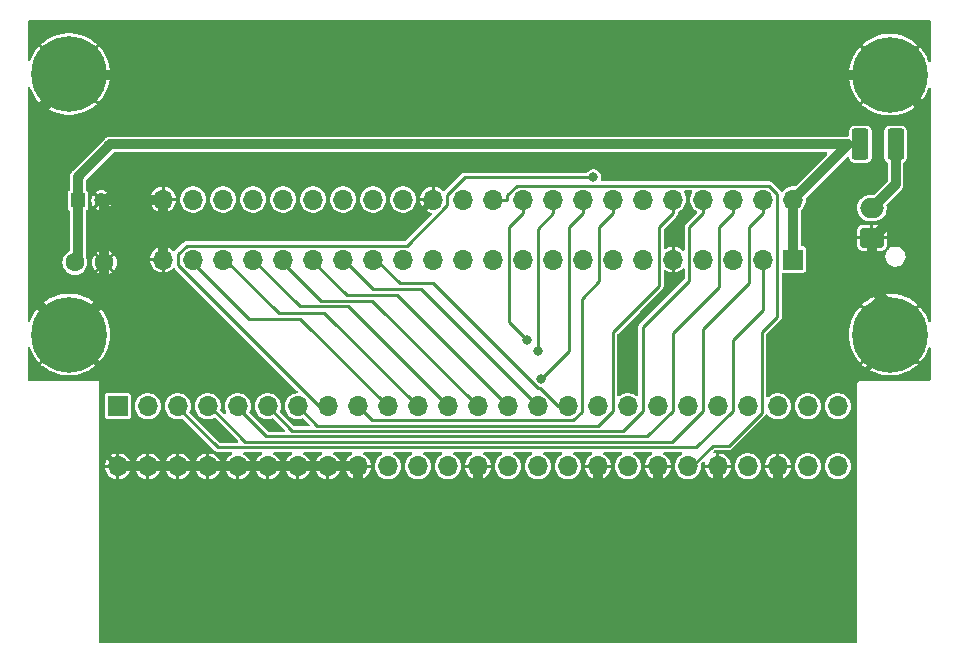
<source format=gbr>
G04 #@! TF.GenerationSoftware,KiCad,Pcbnew,(7.0.0-0)*
G04 #@! TF.CreationDate,2023-03-11T21:02:25+00:00*
G04 #@! TF.ProjectId,EXT700,45585437-3030-42e6-9b69-6361645f7063,rev?*
G04 #@! TF.SameCoordinates,Original*
G04 #@! TF.FileFunction,Copper,L1,Top*
G04 #@! TF.FilePolarity,Positive*
%FSLAX46Y46*%
G04 Gerber Fmt 4.6, Leading zero omitted, Abs format (unit mm)*
G04 Created by KiCad (PCBNEW (7.0.0-0)) date 2023-03-11 21:02:25*
%MOMM*%
%LPD*%
G01*
G04 APERTURE LIST*
G04 Aperture macros list*
%AMRoundRect*
0 Rectangle with rounded corners*
0 $1 Rounding radius*
0 $2 $3 $4 $5 $6 $7 $8 $9 X,Y pos of 4 corners*
0 Add a 4 corners polygon primitive as box body*
4,1,4,$2,$3,$4,$5,$6,$7,$8,$9,$2,$3,0*
0 Add four circle primitives for the rounded corners*
1,1,$1+$1,$2,$3*
1,1,$1+$1,$4,$5*
1,1,$1+$1,$6,$7*
1,1,$1+$1,$8,$9*
0 Add four rect primitives between the rounded corners*
20,1,$1+$1,$2,$3,$4,$5,0*
20,1,$1+$1,$4,$5,$6,$7,0*
20,1,$1+$1,$6,$7,$8,$9,0*
20,1,$1+$1,$8,$9,$2,$3,0*%
G04 Aperture macros list end*
G04 #@! TA.AperFunction,ComponentPad*
%ADD10O,1.700000X1.700000*%
G04 #@! TD*
G04 #@! TA.AperFunction,ComponentPad*
%ADD11R,1.700000X1.700000*%
G04 #@! TD*
G04 #@! TA.AperFunction,ComponentPad*
%ADD12R,1.200000X1.200000*%
G04 #@! TD*
G04 #@! TA.AperFunction,ComponentPad*
%ADD13C,1.200000*%
G04 #@! TD*
G04 #@! TA.AperFunction,ComponentPad*
%ADD14RoundRect,0.250000X0.750000X-0.600000X0.750000X0.600000X-0.750000X0.600000X-0.750000X-0.600000X0*%
G04 #@! TD*
G04 #@! TA.AperFunction,ComponentPad*
%ADD15O,2.000000X1.700000*%
G04 #@! TD*
G04 #@! TA.AperFunction,ComponentPad*
%ADD16C,0.800000*%
G04 #@! TD*
G04 #@! TA.AperFunction,ComponentPad*
%ADD17C,6.400000*%
G04 #@! TD*
G04 #@! TA.AperFunction,SMDPad,CuDef*
%ADD18RoundRect,0.250001X-0.462499X-1.074999X0.462499X-1.074999X0.462499X1.074999X-0.462499X1.074999X0*%
G04 #@! TD*
G04 #@! TA.AperFunction,ComponentPad*
%ADD19C,1.600000*%
G04 #@! TD*
G04 #@! TA.AperFunction,ViaPad*
%ADD20C,0.800000*%
G04 #@! TD*
G04 #@! TA.AperFunction,Conductor*
%ADD21C,0.812800*%
G04 #@! TD*
G04 #@! TA.AperFunction,Conductor*
%ADD22C,0.500000*%
G04 #@! TD*
G04 #@! TA.AperFunction,Conductor*
%ADD23C,0.508000*%
G04 #@! TD*
G04 #@! TA.AperFunction,Conductor*
%ADD24C,0.250000*%
G04 #@! TD*
G04 APERTURE END LIST*
D10*
X135719999Y-86419999D03*
X135719999Y-91499999D03*
X138259999Y-86419999D03*
X138259999Y-91499999D03*
X140799999Y-86419999D03*
X140799999Y-91499999D03*
X143339999Y-86419999D03*
X143339999Y-91499999D03*
X145879999Y-86419999D03*
X145879999Y-91499999D03*
X148419999Y-86419999D03*
X148419999Y-91499999D03*
X150959999Y-86419999D03*
X150959999Y-91499999D03*
X153499999Y-86419999D03*
X153499999Y-91499999D03*
X156039999Y-86419999D03*
X156039999Y-91499999D03*
X158579999Y-86419999D03*
X158579999Y-91499999D03*
X161119999Y-86419999D03*
X161119999Y-91499999D03*
X163659999Y-86419999D03*
X163659999Y-91499999D03*
X166199999Y-86419999D03*
X166199999Y-91499999D03*
X168739999Y-86419999D03*
X168739999Y-91499999D03*
X171279999Y-86419999D03*
X171279999Y-91499999D03*
X173819999Y-86419999D03*
X173819999Y-91499999D03*
X176359999Y-86419999D03*
X176359999Y-91499999D03*
X178899999Y-86419999D03*
X178899999Y-91499999D03*
X181439999Y-86419999D03*
X181439999Y-91499999D03*
X183979999Y-86419999D03*
X183979999Y-91499999D03*
X186519999Y-86419999D03*
X186519999Y-91499999D03*
X189059999Y-86419999D03*
D11*
X189059999Y-91499999D03*
X131879999Y-103919999D03*
D10*
X131879999Y-108999999D03*
X134419999Y-103919999D03*
X134419999Y-108999999D03*
X136959999Y-103919999D03*
X136959999Y-108999999D03*
X139499999Y-103919999D03*
X139499999Y-108999999D03*
X142039999Y-103919999D03*
X142039999Y-108999999D03*
X144579999Y-103919999D03*
X144579999Y-108999999D03*
X147119999Y-103919999D03*
X147119999Y-108999999D03*
X149659999Y-103919999D03*
X149659999Y-108999999D03*
X152199999Y-103919999D03*
X152199999Y-108999999D03*
X154739999Y-103919999D03*
X154739999Y-108999999D03*
X157279999Y-103919999D03*
X157279999Y-108999999D03*
X159819999Y-103919999D03*
X159819999Y-108999999D03*
X162359999Y-103919999D03*
X162359999Y-108999999D03*
X164899999Y-103919999D03*
X164899999Y-108999999D03*
X167439999Y-103919999D03*
X167439999Y-108999999D03*
X169979999Y-103919999D03*
X169979999Y-108999999D03*
X172519999Y-103919999D03*
X172519999Y-108999999D03*
X175059999Y-103919999D03*
X175059999Y-108999999D03*
X177599999Y-103919999D03*
X177599999Y-108999999D03*
X180139999Y-103919999D03*
X180139999Y-108999999D03*
X182679999Y-103919999D03*
X182679999Y-108999999D03*
X185219999Y-103919999D03*
X185219999Y-108999999D03*
X187759999Y-103919999D03*
X187759999Y-108999999D03*
X190299999Y-103919999D03*
X190299999Y-108999999D03*
X192839999Y-103919999D03*
X192839999Y-108999999D03*
D12*
X128499999Y-86499999D03*
D13*
X130500000Y-86500000D03*
D14*
X195725000Y-89650000D03*
D15*
X195724999Y-87149999D03*
D16*
X194850000Y-97850000D03*
X195552944Y-96152944D03*
X195552944Y-99547056D03*
X197250000Y-95450000D03*
D17*
X197250000Y-97850000D03*
D16*
X197250000Y-100250000D03*
X198947056Y-96152944D03*
X198947056Y-99547056D03*
X199650000Y-97850000D03*
X125350000Y-75802900D03*
X126052944Y-74105844D03*
X126052944Y-77499956D03*
X127750000Y-73402900D03*
D17*
X127750000Y-75802900D03*
D16*
X127750000Y-78202900D03*
X129447056Y-74105844D03*
X129447056Y-77499956D03*
X130150000Y-75802900D03*
X194850000Y-75850000D03*
X195552944Y-74152944D03*
X195552944Y-77547056D03*
X197250000Y-73450000D03*
D17*
X197250000Y-75850000D03*
D16*
X197250000Y-78250000D03*
X198947056Y-74152944D03*
X198947056Y-77547056D03*
X199650000Y-75850000D03*
D18*
X194762500Y-81750000D03*
X197737500Y-81750000D03*
D16*
X125350000Y-97850000D03*
X126052944Y-96152944D03*
X126052944Y-99547056D03*
X127750000Y-95450000D03*
D17*
X127750000Y-97850000D03*
D16*
X127750000Y-100250000D03*
X129447056Y-96152944D03*
X129447056Y-99547056D03*
X130150000Y-97850000D03*
D19*
X128250000Y-91750000D03*
X130750000Y-91750000D03*
D20*
X167752600Y-101633500D03*
X167447400Y-99217700D03*
X166544100Y-98286500D03*
X172150000Y-84519200D03*
D21*
X128500000Y-91500000D02*
X128250000Y-91750000D01*
X131250000Y-81750000D02*
X193730000Y-81750000D01*
X128500000Y-86500000D02*
X128500000Y-91500000D01*
X189060000Y-86420000D02*
X189060000Y-91500000D01*
D22*
X193730000Y-81750000D02*
X194762500Y-81750000D01*
D21*
X193730000Y-81750000D02*
X189060000Y-86420000D01*
X128500000Y-86500000D02*
X128500000Y-84500000D01*
X128500000Y-84500000D02*
X131250000Y-81750000D01*
X195450000Y-75850000D02*
X194850000Y-75850000D01*
D22*
X127750000Y-100250000D02*
X128950000Y-99050000D01*
D21*
X153750000Y-112250000D02*
X161500000Y-112250000D01*
X196487500Y-94687500D02*
X195725000Y-93925000D01*
D22*
X126755900Y-73402900D02*
X126053000Y-74105800D01*
X156274300Y-88725700D02*
X158580000Y-86420000D01*
D21*
X144580000Y-109000000D02*
X142040000Y-109000000D01*
D22*
X129447100Y-75700000D02*
X129447100Y-74105800D01*
D21*
X134420000Y-109000000D02*
X131880000Y-109000000D01*
X163250000Y-112250000D02*
X171000000Y-112250000D01*
D22*
X125350000Y-97850000D02*
X126550000Y-96650000D01*
D23*
X130576000Y-100676000D02*
X129447100Y-99547100D01*
D21*
X135720000Y-91500000D02*
X135720000Y-88725700D01*
X172520000Y-110730000D02*
X172520000Y-110770000D01*
X194850000Y-75850000D02*
X130197100Y-75850000D01*
X127797000Y-75850000D02*
X127750000Y-75802900D01*
X182680000Y-111070000D02*
X182680000Y-111180000D01*
X125000000Y-79250000D02*
X126898600Y-77351400D01*
D23*
X193875000Y-111875000D02*
X194250000Y-111500000D01*
D22*
X196487500Y-94687500D02*
X195552900Y-95622100D01*
D21*
X188520000Y-112250000D02*
X187760000Y-111490000D01*
D22*
X197907200Y-99547100D02*
X197250000Y-98889900D01*
D21*
X139500000Y-109000000D02*
X136960000Y-109000000D01*
X196072900Y-100067100D02*
X196570000Y-99570000D01*
D22*
X197250000Y-78250000D02*
X198450000Y-77050000D01*
D21*
X125000000Y-95100000D02*
X125000000Y-79250000D01*
X176000000Y-112250000D02*
X177600000Y-110650000D01*
X162360000Y-111390000D02*
X162360000Y-109000000D01*
D22*
X126053000Y-74105800D02*
X126052900Y-74105800D01*
D21*
X130197100Y-75850000D02*
X129597100Y-75850000D01*
X181500000Y-112250000D02*
X182680000Y-111070000D01*
X127750000Y-97850000D02*
X126550000Y-96650000D01*
D22*
X128997100Y-75850000D02*
X129447100Y-76300000D01*
X135720000Y-88725700D02*
X156274300Y-88725700D01*
D23*
X129447100Y-99547100D02*
X128950000Y-99050000D01*
X194250000Y-101890000D02*
X197250000Y-98890000D01*
D21*
X172520000Y-110730000D02*
X172520000Y-109000000D01*
X197250000Y-98889900D02*
X197250000Y-97850000D01*
X130750000Y-91750000D02*
X130750000Y-86750000D01*
X182680000Y-111180000D02*
X183750000Y-112250000D01*
D22*
X195450000Y-75850000D02*
X195552900Y-75952900D01*
D21*
X129597100Y-75850000D02*
X128997100Y-75850000D01*
X142040000Y-109000000D02*
X139500000Y-109000000D01*
D22*
X195552900Y-75952900D02*
X195552900Y-77547100D01*
X197250000Y-100250000D02*
X196570000Y-99570000D01*
D21*
X152200000Y-109000000D02*
X152200000Y-110700000D01*
X162390000Y-111390000D02*
X163250000Y-112250000D01*
X199750000Y-85750000D02*
X199750000Y-78350000D01*
X152200000Y-109000000D02*
X149660000Y-109000000D01*
X196050000Y-75850000D02*
X195450000Y-75850000D01*
X199750000Y-78350000D02*
X198947100Y-77547100D01*
X162360000Y-111390000D02*
X162390000Y-111390000D01*
X135640000Y-86500000D02*
X135720000Y-86420000D01*
D22*
X126898600Y-77351500D02*
X126898600Y-77351400D01*
D21*
X128997100Y-75850000D02*
X127797000Y-75850000D01*
D22*
X126901500Y-76651400D02*
X126053000Y-75802900D01*
X129597100Y-75850000D02*
X129447100Y-75700000D01*
X195552900Y-99547100D02*
X196072900Y-100067100D01*
D21*
X130750000Y-94850000D02*
X129447100Y-96152900D01*
X130750000Y-91750000D02*
X130750000Y-94850000D01*
X198450000Y-77050000D02*
X197250000Y-75850000D01*
X147120000Y-109000000D02*
X144580000Y-109000000D01*
D22*
X196050000Y-75850000D02*
X195552900Y-75352900D01*
X127750000Y-95450000D02*
X126550000Y-96650000D01*
D23*
X197250000Y-98890000D02*
X197250000Y-97850000D01*
D21*
X171000000Y-112250000D02*
X172520000Y-110730000D01*
X197250000Y-75850000D02*
X196050000Y-75850000D01*
X172520000Y-110770000D02*
X174000000Y-112250000D01*
X187000000Y-112250000D02*
X187760000Y-111490000D01*
X161500000Y-112250000D02*
X162360000Y-111390000D01*
D22*
X196255800Y-73450000D02*
X195552900Y-74152900D01*
X195552900Y-95622100D02*
X195552900Y-96152900D01*
D21*
X193500000Y-112250000D02*
X188520000Y-112250000D01*
D22*
X127750000Y-78202900D02*
X126898600Y-77351500D01*
D23*
X131880000Y-109000000D02*
X130576000Y-107696000D01*
D21*
X183750000Y-112250000D02*
X187000000Y-112250000D01*
X126901500Y-76651400D02*
X127750000Y-75802900D01*
X177600000Y-110650000D02*
X177600000Y-109000000D01*
X126550000Y-96650000D02*
X126052900Y-96152900D01*
D22*
X126053000Y-75802900D02*
X125350000Y-75802900D01*
D21*
X127750000Y-76500000D02*
X127750000Y-75802900D01*
X197250000Y-95450000D02*
X196487500Y-94687500D01*
X195725000Y-93925000D02*
X195725000Y-89650000D01*
D22*
X198947100Y-99547100D02*
X197907200Y-99547100D01*
D21*
X174000000Y-112250000D02*
X176000000Y-112250000D01*
D23*
X194250000Y-111500000D02*
X194250000Y-101890000D01*
D21*
X187760000Y-111490000D02*
X187760000Y-109000000D01*
X195850000Y-89650000D02*
X199750000Y-85750000D01*
X196570000Y-99570000D02*
X197250000Y-98889900D01*
X136960000Y-109000000D02*
X134420000Y-109000000D01*
X195725000Y-89650000D02*
X195850000Y-89650000D01*
X135720000Y-88725700D02*
X135720000Y-86420000D01*
X198947100Y-77547100D02*
X198450000Y-77050000D01*
X130500000Y-86500000D02*
X135640000Y-86500000D01*
D23*
X130576000Y-107696000D02*
X130576000Y-100676000D01*
D21*
X130750000Y-86750000D02*
X130500000Y-86500000D01*
X126898600Y-77351400D02*
X127750000Y-76500000D01*
D22*
X126053000Y-74105800D02*
X126053000Y-75802900D01*
D21*
X182680000Y-111070000D02*
X182680000Y-109000000D01*
D22*
X127750000Y-73402900D02*
X126755900Y-73402900D01*
D21*
X149660000Y-109000000D02*
X147120000Y-109000000D01*
X193875000Y-111875000D02*
X193500000Y-112250000D01*
X179200000Y-112250000D02*
X181500000Y-112250000D01*
X177600000Y-110650000D02*
X179200000Y-112250000D01*
D22*
X197250000Y-73450000D02*
X196255800Y-73450000D01*
D21*
X129447100Y-96152900D02*
X127750000Y-97850000D01*
X152200000Y-110700000D02*
X153750000Y-112250000D01*
D22*
X130197100Y-75850000D02*
X130150000Y-75802900D01*
D23*
X128950000Y-99050000D02*
X127750000Y-97850000D01*
D21*
X126052900Y-96152900D02*
X125000000Y-95100000D01*
D22*
X129447100Y-76300000D02*
X129447100Y-77500000D01*
X195552900Y-75352900D02*
X195552900Y-74152900D01*
D24*
X170452100Y-105111000D02*
X171184000Y-104379100D01*
X171184000Y-94801400D02*
X172644700Y-93340700D01*
X172644700Y-93340700D02*
X172644700Y-88770600D01*
X173820000Y-86420000D02*
X173820000Y-87595300D01*
X152200000Y-103920000D02*
X153391000Y-105111000D01*
X153391000Y-105111000D02*
X170452100Y-105111000D01*
X172644700Y-88770600D02*
X173820000Y-87595300D01*
X171184000Y-104379100D02*
X171184000Y-94801400D01*
X170104700Y-99281400D02*
X170104700Y-88770600D01*
X171280000Y-86420000D02*
X171280000Y-87595300D01*
X170104700Y-88770600D02*
X171280000Y-87595300D01*
X167752600Y-101633500D02*
X170104700Y-99281400D01*
X168740000Y-87595300D02*
X167447400Y-88887900D01*
X167447400Y-88887900D02*
X167447400Y-99217700D01*
X168740000Y-86420000D02*
X168740000Y-87595300D01*
X165024700Y-88770600D02*
X166200000Y-87595300D01*
X166544100Y-98286500D02*
X165024700Y-96767100D01*
X166200000Y-86420000D02*
X166200000Y-87595300D01*
X165024700Y-96767100D02*
X165024700Y-88770600D01*
X180140000Y-109000000D02*
X180500000Y-109000000D01*
X164835300Y-86420000D02*
X163660000Y-86420000D01*
X187014600Y-85244700D02*
X165643200Y-85244700D01*
X186395400Y-97669200D02*
X187736000Y-96328600D01*
X164835300Y-86052600D02*
X164835300Y-86420000D01*
X183598400Y-107250000D02*
X186395400Y-104453000D01*
X187736000Y-85966100D02*
X187014600Y-85244700D01*
X186395400Y-104453000D02*
X186395400Y-97669200D01*
X187736000Y-96328600D02*
X187736000Y-85966100D01*
X180500000Y-109000000D02*
X182250000Y-107250000D01*
X165643200Y-85244700D02*
X164835300Y-86052600D01*
X182250000Y-107250000D02*
X183598400Y-107250000D01*
X178791300Y-106935200D02*
X181410000Y-104316500D01*
X185344700Y-93485800D02*
X185344700Y-88770600D01*
X181410000Y-104316500D02*
X181410000Y-97420500D01*
X185344700Y-88770600D02*
X186520000Y-87595300D01*
X186520000Y-87595300D02*
X186520000Y-86420000D01*
X142685200Y-106935200D02*
X178791300Y-106935200D01*
X181410000Y-97420500D02*
X185344700Y-93485800D01*
X139500000Y-103920000D02*
X139670000Y-103920000D01*
X139670000Y-103920000D02*
X142685200Y-106935200D01*
X178870000Y-104317200D02*
X178870000Y-97753200D01*
X176722900Y-106464300D02*
X178870000Y-104317200D01*
X144464300Y-106464300D02*
X176722900Y-106464300D01*
X178870000Y-97753200D02*
X182804700Y-93818500D01*
X142040000Y-103920000D02*
X142040000Y-104040000D01*
X142040000Y-104040000D02*
X144464300Y-106464300D01*
X183980000Y-87595300D02*
X183980000Y-86420000D01*
X182804700Y-88770600D02*
X183980000Y-87595300D01*
X182804700Y-93818500D02*
X182804700Y-88770600D01*
X146671900Y-106011900D02*
X174637800Y-106011900D01*
X180264700Y-88770600D02*
X181440000Y-87595300D01*
X176330000Y-104319700D02*
X176330000Y-97245200D01*
X174637800Y-106011900D02*
X176330000Y-104319700D01*
X181440000Y-87595300D02*
X181440000Y-86420000D01*
X144580000Y-103920000D02*
X146671900Y-106011900D01*
X176330000Y-97245200D02*
X180264700Y-93310500D01*
X180264700Y-93310500D02*
X180264700Y-88770600D01*
X178900000Y-87595300D02*
X178900000Y-86420000D01*
X147120000Y-103920000D02*
X148761500Y-105561500D01*
X173790000Y-97665600D02*
X177724700Y-93730900D01*
X148761500Y-105561500D02*
X172547100Y-105561500D01*
X177724700Y-93730900D02*
X177724700Y-88770600D01*
X172547100Y-105561500D02*
X173790000Y-104318600D01*
X177724700Y-88770600D02*
X178900000Y-87595300D01*
X173790000Y-104318600D02*
X173790000Y-97665600D01*
X148935000Y-103920000D02*
X137000000Y-91985000D01*
X137000000Y-91985000D02*
X137000000Y-91036600D01*
X137000000Y-91036600D02*
X137712000Y-90324600D01*
X159755400Y-86916300D02*
X159755400Y-86013400D01*
X161249600Y-84519200D02*
X172150000Y-84519200D01*
X149660000Y-103920000D02*
X148935000Y-103920000D01*
X156347100Y-90324600D02*
X159755400Y-86916300D01*
X137712000Y-90324600D02*
X156347100Y-90324600D01*
X159755400Y-86013400D02*
X161249600Y-84519200D01*
X154740000Y-103920000D02*
X147320000Y-96500000D01*
X143000000Y-96500000D02*
X138260000Y-91760000D01*
X147320000Y-96500000D02*
X143000000Y-96500000D01*
X138260000Y-91760000D02*
X138260000Y-91500000D01*
X145500000Y-96000000D02*
X141000000Y-91500000D01*
X149360000Y-96000000D02*
X145500000Y-96000000D01*
X157280000Y-103920000D02*
X149360000Y-96000000D01*
X141000000Y-91500000D02*
X140800000Y-91500000D01*
X151350000Y-95450000D02*
X147290000Y-95450000D01*
X159820000Y-103920000D02*
X151350000Y-95450000D01*
X147290000Y-95450000D02*
X143340000Y-91500000D01*
X180879000Y-107405100D02*
X183950000Y-104334100D01*
X186520000Y-95741100D02*
X186520000Y-91500000D01*
X140329100Y-107405100D02*
X180879000Y-107405100D01*
X183950000Y-98311100D02*
X186520000Y-95741100D01*
X183950000Y-104334100D02*
X183950000Y-98311100D01*
X136960000Y-103920000D02*
X136960000Y-104036000D01*
X136960000Y-104036000D02*
X140329100Y-107405100D01*
X167597600Y-102358800D02*
X167452200Y-102358800D01*
X167452200Y-102358800D02*
X158593400Y-93500000D01*
X153750000Y-91500000D02*
X153500000Y-91500000D01*
X169158800Y-103920000D02*
X167597600Y-102358800D01*
X155750000Y-93500000D02*
X153750000Y-91500000D01*
X169980000Y-103920000D02*
X169158800Y-103920000D01*
X158593400Y-93500000D02*
X155750000Y-93500000D01*
X167440000Y-103920000D02*
X157520000Y-94000000D01*
X157520000Y-94000000D02*
X153500000Y-94000000D01*
X153500000Y-94000000D02*
X151000000Y-91500000D01*
X151000000Y-91500000D02*
X150960000Y-91500000D01*
X164900000Y-103900000D02*
X155500000Y-94500000D01*
X151250000Y-94500000D02*
X148420000Y-91670000D01*
X155500000Y-94500000D02*
X151250000Y-94500000D01*
X164900000Y-103920000D02*
X164900000Y-103900000D01*
X148420000Y-91670000D02*
X148420000Y-91500000D01*
X162360000Y-103920000D02*
X153440000Y-95000000D01*
X149125000Y-95000000D02*
X145880000Y-91755000D01*
X145880000Y-91755000D02*
X145880000Y-91500000D01*
X153440000Y-95000000D02*
X149125000Y-95000000D01*
X197738000Y-83443700D02*
X197737500Y-83443200D01*
D21*
X197738000Y-83443700D02*
X197738000Y-85137500D01*
X197738000Y-85137500D02*
X195725000Y-87150000D01*
D24*
X197737500Y-83443200D02*
X197737500Y-81750000D01*
D21*
X197738000Y-81750000D02*
X197738000Y-83443700D01*
G04 #@! TA.AperFunction,Conductor*
G36*
X180473156Y-85642773D02*
G01*
X180518879Y-85692927D01*
X180531350Y-85759640D01*
X180506834Y-85822925D01*
X180500367Y-85831487D01*
X180500357Y-85831502D01*
X180496912Y-85836065D01*
X180494362Y-85841185D01*
X180494357Y-85841194D01*
X180408226Y-86014168D01*
X180408222Y-86014176D01*
X180405672Y-86019299D01*
X180404103Y-86024811D01*
X180404103Y-86024813D01*
X180377034Y-86119953D01*
X180349655Y-86216179D01*
X180349126Y-86221884D01*
X180349126Y-86221886D01*
X180337119Y-86351464D01*
X180330768Y-86420000D01*
X180331297Y-86425709D01*
X180349117Y-86618021D01*
X180349655Y-86623821D01*
X180405672Y-86820701D01*
X180408224Y-86825826D01*
X180408226Y-86825831D01*
X180494357Y-86998805D01*
X180494359Y-86998809D01*
X180496912Y-87003935D01*
X180500361Y-87008502D01*
X180500364Y-87008507D01*
X180616810Y-87162707D01*
X180616815Y-87162712D01*
X180620268Y-87167285D01*
X180624504Y-87171146D01*
X180624508Y-87171151D01*
X180699855Y-87239838D01*
X180771538Y-87305186D01*
X180776405Y-87308199D01*
X180776407Y-87308201D01*
X180898991Y-87384102D01*
X180938379Y-87423038D01*
X180956887Y-87475239D01*
X180950822Y-87530291D01*
X180921394Y-87577210D01*
X180033278Y-88465326D01*
X180013429Y-88481447D01*
X180012722Y-88481908D01*
X180012713Y-88481916D01*
X180004118Y-88487532D01*
X179997810Y-88495635D01*
X179997808Y-88495638D01*
X179984416Y-88512844D01*
X179980907Y-88516831D01*
X179981053Y-88516954D01*
X179977740Y-88520864D01*
X179974119Y-88524487D01*
X179971145Y-88528650D01*
X179971144Y-88528653D01*
X179961888Y-88541616D01*
X179958831Y-88545715D01*
X179932631Y-88579378D01*
X179932629Y-88579380D01*
X179926325Y-88587481D01*
X179923715Y-88595082D01*
X179919047Y-88601621D01*
X179916118Y-88611458D01*
X179916114Y-88611467D01*
X179903945Y-88652342D01*
X179902383Y-88657218D01*
X179888536Y-88697554D01*
X179888535Y-88697556D01*
X179885200Y-88707273D01*
X179885200Y-88715311D01*
X179882908Y-88723010D01*
X179883332Y-88733274D01*
X179883332Y-88733279D01*
X179885094Y-88775862D01*
X179885200Y-88780986D01*
X179885200Y-90623402D01*
X179872200Y-90678674D01*
X179835927Y-90722356D01*
X179783985Y-90745291D01*
X179727266Y-90742668D01*
X179677662Y-90715039D01*
X179572393Y-90619074D01*
X179563287Y-90612197D01*
X179399079Y-90510525D01*
X179388853Y-90505433D01*
X179208766Y-90435667D01*
X179197784Y-90432541D01*
X179040429Y-90403127D01*
X179029401Y-90403509D01*
X179027000Y-90414277D01*
X179027000Y-92585723D01*
X179029401Y-92596490D01*
X179040429Y-92596872D01*
X179197784Y-92567458D01*
X179208766Y-92564332D01*
X179388853Y-92494566D01*
X179399079Y-92489474D01*
X179563287Y-92387802D01*
X179572393Y-92380925D01*
X179677662Y-92284961D01*
X179727266Y-92257332D01*
X179783985Y-92254709D01*
X179835927Y-92277644D01*
X179872200Y-92321326D01*
X179885200Y-92376598D01*
X179885200Y-93101944D01*
X179875761Y-93149397D01*
X179848881Y-93189625D01*
X176098578Y-96939926D01*
X176078729Y-96956047D01*
X176078022Y-96956508D01*
X176078013Y-96956516D01*
X176069418Y-96962132D01*
X176063110Y-96970235D01*
X176063108Y-96970238D01*
X176049716Y-96987444D01*
X176046207Y-96991431D01*
X176046353Y-96991554D01*
X176043040Y-96995464D01*
X176039419Y-96999087D01*
X176036445Y-97003250D01*
X176036444Y-97003253D01*
X176027188Y-97016216D01*
X176024131Y-97020315D01*
X175997931Y-97053978D01*
X175997929Y-97053980D01*
X175991625Y-97062081D01*
X175989015Y-97069682D01*
X175984347Y-97076221D01*
X175981418Y-97086058D01*
X175981414Y-97086067D01*
X175969245Y-97126942D01*
X175967683Y-97131818D01*
X175953836Y-97172154D01*
X175953835Y-97172156D01*
X175950500Y-97181873D01*
X175950500Y-97189911D01*
X175948208Y-97197610D01*
X175948632Y-97207874D01*
X175948632Y-97207879D01*
X175950394Y-97250462D01*
X175950500Y-97255586D01*
X175950500Y-102956396D01*
X175937500Y-103011668D01*
X175901226Y-103055351D01*
X175849284Y-103078285D01*
X175792564Y-103075662D01*
X175742963Y-103048034D01*
X175728462Y-103034814D01*
X175723596Y-103031801D01*
X175723592Y-103031798D01*
X175559298Y-102930072D01*
X175554427Y-102927056D01*
X175549089Y-102924988D01*
X175549085Y-102924986D01*
X175368902Y-102855183D01*
X175368901Y-102855182D01*
X175363556Y-102853112D01*
X175357921Y-102852058D01*
X175357919Y-102852058D01*
X175167977Y-102816552D01*
X175167972Y-102816551D01*
X175162347Y-102815500D01*
X174957653Y-102815500D01*
X174952028Y-102816551D01*
X174952022Y-102816552D01*
X174762080Y-102852058D01*
X174762075Y-102852059D01*
X174756444Y-102853112D01*
X174751101Y-102855181D01*
X174751097Y-102855183D01*
X174570914Y-102924986D01*
X174570906Y-102924989D01*
X174565573Y-102927056D01*
X174560706Y-102930069D01*
X174560701Y-102930072D01*
X174396407Y-103031798D01*
X174396397Y-103031804D01*
X174391538Y-103034814D01*
X174377036Y-103048034D01*
X174327436Y-103075662D01*
X174270716Y-103078285D01*
X174218774Y-103055351D01*
X174182500Y-103011668D01*
X174169500Y-102956396D01*
X174169500Y-97874156D01*
X174178939Y-97826703D01*
X174205819Y-97786475D01*
X176078089Y-95914205D01*
X177956126Y-94036167D01*
X177975991Y-94020038D01*
X177976679Y-94019588D01*
X177976677Y-94019588D01*
X177985282Y-94013968D01*
X178004974Y-93988666D01*
X178008496Y-93984693D01*
X178008336Y-93984557D01*
X178011650Y-93980643D01*
X178015281Y-93977014D01*
X178027512Y-93959881D01*
X178030581Y-93955766D01*
X178063075Y-93914019D01*
X178065683Y-93906419D01*
X178070353Y-93899880D01*
X178085462Y-93849126D01*
X178086999Y-93844328D01*
X178104200Y-93794227D01*
X178104200Y-93786189D01*
X178106492Y-93778490D01*
X178104305Y-93725637D01*
X178104200Y-93720514D01*
X178104200Y-92528376D01*
X178121293Y-92465551D01*
X178167861Y-92420047D01*
X178231064Y-92404409D01*
X178293477Y-92422949D01*
X178400920Y-92489474D01*
X178411146Y-92494566D01*
X178591233Y-92564332D01*
X178602215Y-92567458D01*
X178759570Y-92596872D01*
X178770598Y-92596490D01*
X178773000Y-92585723D01*
X178773000Y-90414277D01*
X178770598Y-90403509D01*
X178759570Y-90403127D01*
X178602215Y-90432541D01*
X178591233Y-90435667D01*
X178411146Y-90505433D01*
X178400920Y-90510525D01*
X178293477Y-90577051D01*
X178231064Y-90595591D01*
X178167861Y-90579953D01*
X178121293Y-90534449D01*
X178104200Y-90471624D01*
X178104200Y-88979156D01*
X178113639Y-88931703D01*
X178140519Y-88891475D01*
X178386041Y-88645953D01*
X179131426Y-87900566D01*
X179151286Y-87884440D01*
X179160582Y-87878368D01*
X179180281Y-87853057D01*
X179183793Y-87849096D01*
X179183632Y-87848960D01*
X179186944Y-87845049D01*
X179190580Y-87841414D01*
X179202822Y-87824266D01*
X179205829Y-87820232D01*
X179238375Y-87778419D01*
X179240984Y-87770819D01*
X179245653Y-87764280D01*
X179260763Y-87713523D01*
X179262310Y-87708697D01*
X179279500Y-87658627D01*
X179279500Y-87650590D01*
X179281792Y-87642891D01*
X179279605Y-87590038D01*
X179279500Y-87584915D01*
X179279500Y-87542409D01*
X179289308Y-87494075D01*
X179317180Y-87453387D01*
X179358707Y-87426782D01*
X179368371Y-87423038D01*
X179394427Y-87412944D01*
X179568462Y-87305186D01*
X179719732Y-87167285D01*
X179843088Y-87003935D01*
X179934328Y-86820701D01*
X179990345Y-86623821D01*
X180009232Y-86420000D01*
X179990345Y-86216179D01*
X179934328Y-86019299D01*
X179865477Y-85881028D01*
X179845642Y-85841194D01*
X179845641Y-85841193D01*
X179843088Y-85836065D01*
X179839635Y-85831492D01*
X179839632Y-85831487D01*
X179833166Y-85822925D01*
X179808650Y-85759640D01*
X179821121Y-85692927D01*
X179866844Y-85642773D01*
X179932121Y-85624200D01*
X180407879Y-85624200D01*
X180473156Y-85642773D01*
G37*
G04 #@! TD.AperFunction*
G04 #@! TA.AperFunction,Conductor*
G36*
X200688000Y-71266613D02*
G01*
X200733387Y-71312000D01*
X200750000Y-71374000D01*
X200750000Y-74656462D01*
X200731551Y-74721538D01*
X200681695Y-74767250D01*
X200615267Y-74779997D01*
X200552032Y-74755985D01*
X200510807Y-74702359D01*
X200390614Y-74400696D01*
X200387794Y-74394600D01*
X200215508Y-74069636D01*
X200212041Y-74063873D01*
X200005630Y-73759440D01*
X200001570Y-73754099D01*
X199794041Y-73509777D01*
X199782697Y-73502160D01*
X199770771Y-73508832D01*
X197441147Y-75838457D01*
X197434483Y-75849999D01*
X197441147Y-75861542D01*
X199770771Y-78191166D01*
X199782697Y-78197838D01*
X199794041Y-78190221D01*
X200001570Y-77945900D01*
X200005630Y-77940559D01*
X200212041Y-77636126D01*
X200215508Y-77630363D01*
X200387794Y-77305399D01*
X200390614Y-77299303D01*
X200510807Y-76997641D01*
X200552032Y-76944015D01*
X200615267Y-76920003D01*
X200681695Y-76932750D01*
X200731551Y-76978462D01*
X200750000Y-77043538D01*
X200750000Y-96656462D01*
X200731551Y-96721538D01*
X200681695Y-96767250D01*
X200615267Y-96779997D01*
X200552032Y-96755985D01*
X200510807Y-96702359D01*
X200390614Y-96400696D01*
X200387794Y-96394600D01*
X200215508Y-96069636D01*
X200212041Y-96063873D01*
X200005630Y-95759440D01*
X200001570Y-95754099D01*
X199794041Y-95509777D01*
X199782697Y-95502160D01*
X199770771Y-95508832D01*
X197441147Y-97838457D01*
X197434483Y-97850000D01*
X197441147Y-97861542D01*
X199770771Y-100191166D01*
X199782697Y-100197838D01*
X199794041Y-100190221D01*
X200001570Y-99945900D01*
X200005630Y-99940559D01*
X200212041Y-99636126D01*
X200215508Y-99630363D01*
X200387794Y-99305399D01*
X200390614Y-99299303D01*
X200510807Y-98997641D01*
X200552032Y-98944015D01*
X200615267Y-98920003D01*
X200681695Y-98932750D01*
X200731551Y-98978462D01*
X200750000Y-99043538D01*
X200750000Y-101626000D01*
X200733387Y-101688000D01*
X200688000Y-101733387D01*
X200626000Y-101750000D01*
X194500000Y-101750000D01*
X194500000Y-101766326D01*
X194500000Y-123876000D01*
X194483387Y-123938000D01*
X194438000Y-123983387D01*
X194376000Y-124000000D01*
X130374000Y-124000000D01*
X130312000Y-123983387D01*
X130266613Y-123938000D01*
X130250000Y-123876000D01*
X130250000Y-109144224D01*
X130784634Y-109144224D01*
X130789619Y-109198021D01*
X130791717Y-109209243D01*
X130844570Y-109395004D01*
X130848694Y-109405649D01*
X130934784Y-109578541D01*
X130940792Y-109588243D01*
X131057181Y-109742369D01*
X131064879Y-109750813D01*
X131207606Y-109880925D01*
X131216712Y-109887802D01*
X131380920Y-109989474D01*
X131391146Y-109994566D01*
X131571233Y-110064332D01*
X131582215Y-110067458D01*
X131739570Y-110096872D01*
X131750598Y-110096490D01*
X131753000Y-110085723D01*
X132007000Y-110085723D01*
X132009401Y-110096490D01*
X132020429Y-110096872D01*
X132177784Y-110067458D01*
X132188766Y-110064332D01*
X132368853Y-109994566D01*
X132379079Y-109989474D01*
X132543287Y-109887802D01*
X132552393Y-109880925D01*
X132695120Y-109750813D01*
X132702818Y-109742369D01*
X132819207Y-109588243D01*
X132825215Y-109578541D01*
X132911305Y-109405649D01*
X132915429Y-109395004D01*
X132968282Y-109209243D01*
X132970380Y-109198021D01*
X132975365Y-109144224D01*
X133324634Y-109144224D01*
X133329619Y-109198021D01*
X133331717Y-109209243D01*
X133384570Y-109395004D01*
X133388694Y-109405649D01*
X133474784Y-109578541D01*
X133480792Y-109588243D01*
X133597181Y-109742369D01*
X133604879Y-109750813D01*
X133747606Y-109880925D01*
X133756712Y-109887802D01*
X133920920Y-109989474D01*
X133931146Y-109994566D01*
X134111233Y-110064332D01*
X134122215Y-110067458D01*
X134279570Y-110096872D01*
X134290598Y-110096490D01*
X134293000Y-110085723D01*
X134547000Y-110085723D01*
X134549401Y-110096490D01*
X134560429Y-110096872D01*
X134717784Y-110067458D01*
X134728766Y-110064332D01*
X134908853Y-109994566D01*
X134919079Y-109989474D01*
X135083287Y-109887802D01*
X135092393Y-109880925D01*
X135235120Y-109750813D01*
X135242818Y-109742369D01*
X135359207Y-109588243D01*
X135365215Y-109578541D01*
X135451305Y-109405649D01*
X135455429Y-109395004D01*
X135508282Y-109209243D01*
X135510380Y-109198021D01*
X135515365Y-109144224D01*
X135864634Y-109144224D01*
X135869619Y-109198021D01*
X135871717Y-109209243D01*
X135924570Y-109395004D01*
X135928694Y-109405649D01*
X136014784Y-109578541D01*
X136020792Y-109588243D01*
X136137181Y-109742369D01*
X136144879Y-109750813D01*
X136287606Y-109880925D01*
X136296712Y-109887802D01*
X136460920Y-109989474D01*
X136471146Y-109994566D01*
X136651233Y-110064332D01*
X136662215Y-110067458D01*
X136819570Y-110096872D01*
X136830598Y-110096490D01*
X136833000Y-110085723D01*
X137087000Y-110085723D01*
X137089401Y-110096490D01*
X137100429Y-110096872D01*
X137257784Y-110067458D01*
X137268766Y-110064332D01*
X137448853Y-109994566D01*
X137459079Y-109989474D01*
X137623287Y-109887802D01*
X137632393Y-109880925D01*
X137775120Y-109750813D01*
X137782818Y-109742369D01*
X137899207Y-109588243D01*
X137905215Y-109578541D01*
X137991305Y-109405649D01*
X137995429Y-109395004D01*
X138048282Y-109209243D01*
X138050380Y-109198021D01*
X138055365Y-109144224D01*
X138404634Y-109144224D01*
X138409619Y-109198021D01*
X138411717Y-109209243D01*
X138464570Y-109395004D01*
X138468694Y-109405649D01*
X138554784Y-109578541D01*
X138560792Y-109588243D01*
X138677181Y-109742369D01*
X138684879Y-109750813D01*
X138827606Y-109880925D01*
X138836712Y-109887802D01*
X139000920Y-109989474D01*
X139011146Y-109994566D01*
X139191233Y-110064332D01*
X139202215Y-110067458D01*
X139359570Y-110096872D01*
X139370598Y-110096490D01*
X139373000Y-110085723D01*
X139627000Y-110085723D01*
X139629401Y-110096490D01*
X139640429Y-110096872D01*
X139797784Y-110067458D01*
X139808766Y-110064332D01*
X139988853Y-109994566D01*
X139999079Y-109989474D01*
X140163287Y-109887802D01*
X140172393Y-109880925D01*
X140315120Y-109750813D01*
X140322818Y-109742369D01*
X140439207Y-109588243D01*
X140445215Y-109578541D01*
X140531305Y-109405649D01*
X140535429Y-109395004D01*
X140588282Y-109209243D01*
X140590380Y-109198021D01*
X140595365Y-109144224D01*
X140944634Y-109144224D01*
X140949619Y-109198021D01*
X140951717Y-109209243D01*
X141004570Y-109395004D01*
X141008694Y-109405649D01*
X141094784Y-109578541D01*
X141100792Y-109588243D01*
X141217181Y-109742369D01*
X141224879Y-109750813D01*
X141367606Y-109880925D01*
X141376712Y-109887802D01*
X141540920Y-109989474D01*
X141551146Y-109994566D01*
X141731233Y-110064332D01*
X141742215Y-110067458D01*
X141899570Y-110096872D01*
X141910598Y-110096490D01*
X141913000Y-110085723D01*
X142167000Y-110085723D01*
X142169401Y-110096490D01*
X142180429Y-110096872D01*
X142337784Y-110067458D01*
X142348766Y-110064332D01*
X142528853Y-109994566D01*
X142539079Y-109989474D01*
X142703287Y-109887802D01*
X142712393Y-109880925D01*
X142855120Y-109750813D01*
X142862818Y-109742369D01*
X142979207Y-109588243D01*
X142985215Y-109578541D01*
X143071305Y-109405649D01*
X143075429Y-109395004D01*
X143128282Y-109209243D01*
X143130380Y-109198021D01*
X143135365Y-109144224D01*
X143484634Y-109144224D01*
X143489619Y-109198021D01*
X143491717Y-109209243D01*
X143544570Y-109395004D01*
X143548694Y-109405649D01*
X143634784Y-109578541D01*
X143640792Y-109588243D01*
X143757181Y-109742369D01*
X143764879Y-109750813D01*
X143907606Y-109880925D01*
X143916712Y-109887802D01*
X144080920Y-109989474D01*
X144091146Y-109994566D01*
X144271233Y-110064332D01*
X144282215Y-110067458D01*
X144439570Y-110096872D01*
X144450598Y-110096490D01*
X144453000Y-110085723D01*
X144707000Y-110085723D01*
X144709401Y-110096490D01*
X144720429Y-110096872D01*
X144877784Y-110067458D01*
X144888766Y-110064332D01*
X145068853Y-109994566D01*
X145079079Y-109989474D01*
X145243287Y-109887802D01*
X145252393Y-109880925D01*
X145395120Y-109750813D01*
X145402818Y-109742369D01*
X145519207Y-109588243D01*
X145525215Y-109578541D01*
X145611305Y-109405649D01*
X145615429Y-109395004D01*
X145668282Y-109209243D01*
X145670380Y-109198021D01*
X145675365Y-109144224D01*
X146024634Y-109144224D01*
X146029619Y-109198021D01*
X146031717Y-109209243D01*
X146084570Y-109395004D01*
X146088694Y-109405649D01*
X146174784Y-109578541D01*
X146180792Y-109588243D01*
X146297181Y-109742369D01*
X146304879Y-109750813D01*
X146447606Y-109880925D01*
X146456712Y-109887802D01*
X146620920Y-109989474D01*
X146631146Y-109994566D01*
X146811233Y-110064332D01*
X146822215Y-110067458D01*
X146979570Y-110096872D01*
X146990598Y-110096490D01*
X146993000Y-110085723D01*
X147247000Y-110085723D01*
X147249401Y-110096490D01*
X147260429Y-110096872D01*
X147417784Y-110067458D01*
X147428766Y-110064332D01*
X147608853Y-109994566D01*
X147619079Y-109989474D01*
X147783287Y-109887802D01*
X147792393Y-109880925D01*
X147935120Y-109750813D01*
X147942818Y-109742369D01*
X148059207Y-109588243D01*
X148065215Y-109578541D01*
X148151305Y-109405649D01*
X148155429Y-109395004D01*
X148208282Y-109209243D01*
X148210380Y-109198021D01*
X148215365Y-109144224D01*
X148564634Y-109144224D01*
X148569619Y-109198021D01*
X148571717Y-109209243D01*
X148624570Y-109395004D01*
X148628694Y-109405649D01*
X148714784Y-109578541D01*
X148720792Y-109588243D01*
X148837181Y-109742369D01*
X148844879Y-109750813D01*
X148987606Y-109880925D01*
X148996712Y-109887802D01*
X149160920Y-109989474D01*
X149171146Y-109994566D01*
X149351233Y-110064332D01*
X149362215Y-110067458D01*
X149519570Y-110096872D01*
X149530598Y-110096490D01*
X149533000Y-110085723D01*
X149787000Y-110085723D01*
X149789401Y-110096490D01*
X149800429Y-110096872D01*
X149957784Y-110067458D01*
X149968766Y-110064332D01*
X150148853Y-109994566D01*
X150159079Y-109989474D01*
X150323287Y-109887802D01*
X150332393Y-109880925D01*
X150475120Y-109750813D01*
X150482818Y-109742369D01*
X150599207Y-109588243D01*
X150605215Y-109578541D01*
X150691305Y-109405649D01*
X150695429Y-109395004D01*
X150748282Y-109209243D01*
X150750380Y-109198021D01*
X150755365Y-109144224D01*
X151104634Y-109144224D01*
X151109619Y-109198021D01*
X151111717Y-109209243D01*
X151164570Y-109395004D01*
X151168694Y-109405649D01*
X151254784Y-109578541D01*
X151260792Y-109588243D01*
X151377181Y-109742369D01*
X151384879Y-109750813D01*
X151527606Y-109880925D01*
X151536712Y-109887802D01*
X151700920Y-109989474D01*
X151711146Y-109994566D01*
X151891233Y-110064332D01*
X151902215Y-110067458D01*
X152059570Y-110096872D01*
X152070598Y-110096490D01*
X152073000Y-110085723D01*
X152327000Y-110085723D01*
X152329401Y-110096490D01*
X152340429Y-110096872D01*
X152497784Y-110067458D01*
X152508766Y-110064332D01*
X152688853Y-109994566D01*
X152699079Y-109989474D01*
X152863287Y-109887802D01*
X152872393Y-109880925D01*
X153015120Y-109750813D01*
X153022818Y-109742369D01*
X153139207Y-109588243D01*
X153145215Y-109578541D01*
X153231305Y-109405649D01*
X153235429Y-109395004D01*
X153288282Y-109209243D01*
X153290380Y-109198021D01*
X153295365Y-109144224D01*
X153292846Y-109130750D01*
X153279666Y-109127000D01*
X152343326Y-109127000D01*
X152330450Y-109130450D01*
X152327000Y-109143326D01*
X152327000Y-110085723D01*
X152073000Y-110085723D01*
X152073000Y-109143326D01*
X152069549Y-109130450D01*
X152056674Y-109127000D01*
X151120334Y-109127000D01*
X151107153Y-109130750D01*
X151104634Y-109144224D01*
X150755365Y-109144224D01*
X150752846Y-109130750D01*
X150739666Y-109127000D01*
X149803326Y-109127000D01*
X149790450Y-109130450D01*
X149787000Y-109143326D01*
X149787000Y-110085723D01*
X149533000Y-110085723D01*
X149533000Y-109143326D01*
X149529549Y-109130450D01*
X149516674Y-109127000D01*
X148580334Y-109127000D01*
X148567153Y-109130750D01*
X148564634Y-109144224D01*
X148215365Y-109144224D01*
X148212846Y-109130750D01*
X148199666Y-109127000D01*
X147263326Y-109127000D01*
X147250450Y-109130450D01*
X147247000Y-109143326D01*
X147247000Y-110085723D01*
X146993000Y-110085723D01*
X146993000Y-109143326D01*
X146989549Y-109130450D01*
X146976674Y-109127000D01*
X146040334Y-109127000D01*
X146027153Y-109130750D01*
X146024634Y-109144224D01*
X145675365Y-109144224D01*
X145672846Y-109130750D01*
X145659666Y-109127000D01*
X144723326Y-109127000D01*
X144710450Y-109130450D01*
X144707000Y-109143326D01*
X144707000Y-110085723D01*
X144453000Y-110085723D01*
X144453000Y-109143326D01*
X144449549Y-109130450D01*
X144436674Y-109127000D01*
X143500334Y-109127000D01*
X143487153Y-109130750D01*
X143484634Y-109144224D01*
X143135365Y-109144224D01*
X143132846Y-109130750D01*
X143119666Y-109127000D01*
X142183326Y-109127000D01*
X142170450Y-109130450D01*
X142167000Y-109143326D01*
X142167000Y-110085723D01*
X141913000Y-110085723D01*
X141913000Y-109143326D01*
X141909549Y-109130450D01*
X141896674Y-109127000D01*
X140960334Y-109127000D01*
X140947153Y-109130750D01*
X140944634Y-109144224D01*
X140595365Y-109144224D01*
X140592846Y-109130750D01*
X140579666Y-109127000D01*
X139643326Y-109127000D01*
X139630450Y-109130450D01*
X139627000Y-109143326D01*
X139627000Y-110085723D01*
X139373000Y-110085723D01*
X139373000Y-109143326D01*
X139369549Y-109130450D01*
X139356674Y-109127000D01*
X138420334Y-109127000D01*
X138407153Y-109130750D01*
X138404634Y-109144224D01*
X138055365Y-109144224D01*
X138052846Y-109130750D01*
X138039666Y-109127000D01*
X137103326Y-109127000D01*
X137090450Y-109130450D01*
X137087000Y-109143326D01*
X137087000Y-110085723D01*
X136833000Y-110085723D01*
X136833000Y-109143326D01*
X136829549Y-109130450D01*
X136816674Y-109127000D01*
X135880334Y-109127000D01*
X135867153Y-109130750D01*
X135864634Y-109144224D01*
X135515365Y-109144224D01*
X135512846Y-109130750D01*
X135499666Y-109127000D01*
X134563326Y-109127000D01*
X134550450Y-109130450D01*
X134547000Y-109143326D01*
X134547000Y-110085723D01*
X134293000Y-110085723D01*
X134293000Y-109143326D01*
X134289549Y-109130450D01*
X134276674Y-109127000D01*
X133340334Y-109127000D01*
X133327153Y-109130750D01*
X133324634Y-109144224D01*
X132975365Y-109144224D01*
X132972846Y-109130750D01*
X132959666Y-109127000D01*
X132023326Y-109127000D01*
X132010450Y-109130450D01*
X132007000Y-109143326D01*
X132007000Y-110085723D01*
X131753000Y-110085723D01*
X131753000Y-109143326D01*
X131749549Y-109130450D01*
X131736674Y-109127000D01*
X130800334Y-109127000D01*
X130787153Y-109130750D01*
X130784634Y-109144224D01*
X130250000Y-109144224D01*
X130250000Y-108855775D01*
X130784634Y-108855775D01*
X130787153Y-108869249D01*
X130800334Y-108873000D01*
X131736674Y-108873000D01*
X131749549Y-108869549D01*
X131753000Y-108856674D01*
X132007000Y-108856674D01*
X132010450Y-108869549D01*
X132023326Y-108873000D01*
X132959666Y-108873000D01*
X132972846Y-108869249D01*
X132975365Y-108855775D01*
X133324634Y-108855775D01*
X133327153Y-108869249D01*
X133340334Y-108873000D01*
X134276674Y-108873000D01*
X134289549Y-108869549D01*
X134293000Y-108856674D01*
X134547000Y-108856674D01*
X134550450Y-108869549D01*
X134563326Y-108873000D01*
X135499666Y-108873000D01*
X135512846Y-108869249D01*
X135515365Y-108855775D01*
X135864634Y-108855775D01*
X135867153Y-108869249D01*
X135880334Y-108873000D01*
X136816674Y-108873000D01*
X136829549Y-108869549D01*
X136833000Y-108856674D01*
X137087000Y-108856674D01*
X137090450Y-108869549D01*
X137103326Y-108873000D01*
X138039666Y-108873000D01*
X138052846Y-108869249D01*
X138055365Y-108855775D01*
X138404634Y-108855775D01*
X138407153Y-108869249D01*
X138420334Y-108873000D01*
X139356674Y-108873000D01*
X139369549Y-108869549D01*
X139373000Y-108856674D01*
X139627000Y-108856674D01*
X139630450Y-108869549D01*
X139643326Y-108873000D01*
X140579666Y-108873000D01*
X140592846Y-108869249D01*
X140595365Y-108855775D01*
X140590380Y-108801978D01*
X140588282Y-108790756D01*
X140535429Y-108604995D01*
X140531305Y-108594350D01*
X140445215Y-108421458D01*
X140439207Y-108411756D01*
X140322818Y-108257630D01*
X140315120Y-108249186D01*
X140172393Y-108119074D01*
X140163287Y-108112197D01*
X139999079Y-108010525D01*
X139988853Y-108005433D01*
X139808766Y-107935667D01*
X139797784Y-107932541D01*
X139640429Y-107903127D01*
X139629401Y-107903509D01*
X139627000Y-107914277D01*
X139627000Y-108856674D01*
X139373000Y-108856674D01*
X139373000Y-107914277D01*
X139370598Y-107903509D01*
X139359570Y-107903127D01*
X139202215Y-107932541D01*
X139191233Y-107935667D01*
X139011146Y-108005433D01*
X139000920Y-108010525D01*
X138836712Y-108112197D01*
X138827606Y-108119074D01*
X138684879Y-108249186D01*
X138677181Y-108257630D01*
X138560792Y-108411756D01*
X138554784Y-108421458D01*
X138468694Y-108594350D01*
X138464570Y-108604995D01*
X138411717Y-108790756D01*
X138409619Y-108801978D01*
X138404634Y-108855775D01*
X138055365Y-108855775D01*
X138050380Y-108801978D01*
X138048282Y-108790756D01*
X137995429Y-108604995D01*
X137991305Y-108594350D01*
X137905215Y-108421458D01*
X137899207Y-108411756D01*
X137782818Y-108257630D01*
X137775120Y-108249186D01*
X137632393Y-108119074D01*
X137623287Y-108112197D01*
X137459079Y-108010525D01*
X137448853Y-108005433D01*
X137268766Y-107935667D01*
X137257784Y-107932541D01*
X137100429Y-107903127D01*
X137089401Y-107903509D01*
X137087000Y-107914277D01*
X137087000Y-108856674D01*
X136833000Y-108856674D01*
X136833000Y-107914277D01*
X136830598Y-107903509D01*
X136819570Y-107903127D01*
X136662215Y-107932541D01*
X136651233Y-107935667D01*
X136471146Y-108005433D01*
X136460920Y-108010525D01*
X136296712Y-108112197D01*
X136287606Y-108119074D01*
X136144879Y-108249186D01*
X136137181Y-108257630D01*
X136020792Y-108411756D01*
X136014784Y-108421458D01*
X135928694Y-108594350D01*
X135924570Y-108604995D01*
X135871717Y-108790756D01*
X135869619Y-108801978D01*
X135864634Y-108855775D01*
X135515365Y-108855775D01*
X135510380Y-108801978D01*
X135508282Y-108790756D01*
X135455429Y-108604995D01*
X135451305Y-108594350D01*
X135365215Y-108421458D01*
X135359207Y-108411756D01*
X135242818Y-108257630D01*
X135235120Y-108249186D01*
X135092393Y-108119074D01*
X135083287Y-108112197D01*
X134919079Y-108010525D01*
X134908853Y-108005433D01*
X134728766Y-107935667D01*
X134717784Y-107932541D01*
X134560429Y-107903127D01*
X134549401Y-107903509D01*
X134547000Y-107914277D01*
X134547000Y-108856674D01*
X134293000Y-108856674D01*
X134293000Y-107914277D01*
X134290598Y-107903509D01*
X134279570Y-107903127D01*
X134122215Y-107932541D01*
X134111233Y-107935667D01*
X133931146Y-108005433D01*
X133920920Y-108010525D01*
X133756712Y-108112197D01*
X133747606Y-108119074D01*
X133604879Y-108249186D01*
X133597181Y-108257630D01*
X133480792Y-108411756D01*
X133474784Y-108421458D01*
X133388694Y-108594350D01*
X133384570Y-108604995D01*
X133331717Y-108790756D01*
X133329619Y-108801978D01*
X133324634Y-108855775D01*
X132975365Y-108855775D01*
X132970380Y-108801978D01*
X132968282Y-108790756D01*
X132915429Y-108604995D01*
X132911305Y-108594350D01*
X132825215Y-108421458D01*
X132819207Y-108411756D01*
X132702818Y-108257630D01*
X132695120Y-108249186D01*
X132552393Y-108119074D01*
X132543287Y-108112197D01*
X132379079Y-108010525D01*
X132368853Y-108005433D01*
X132188766Y-107935667D01*
X132177784Y-107932541D01*
X132020429Y-107903127D01*
X132009401Y-107903509D01*
X132007000Y-107914277D01*
X132007000Y-108856674D01*
X131753000Y-108856674D01*
X131753000Y-107914277D01*
X131750598Y-107903509D01*
X131739570Y-107903127D01*
X131582215Y-107932541D01*
X131571233Y-107935667D01*
X131391146Y-108005433D01*
X131380920Y-108010525D01*
X131216712Y-108112197D01*
X131207606Y-108119074D01*
X131064879Y-108249186D01*
X131057181Y-108257630D01*
X130940792Y-108411756D01*
X130934784Y-108421458D01*
X130848694Y-108594350D01*
X130844570Y-108604995D01*
X130791717Y-108790756D01*
X130789619Y-108801978D01*
X130784634Y-108855775D01*
X130250000Y-108855775D01*
X130250000Y-104788986D01*
X130775500Y-104788986D01*
X130775501Y-104795066D01*
X130776687Y-104801030D01*
X130776688Y-104801037D01*
X130787883Y-104857324D01*
X130787884Y-104857327D01*
X130790266Y-104869301D01*
X130797049Y-104879453D01*
X130797050Y-104879454D01*
X130826550Y-104923604D01*
X130846516Y-104953484D01*
X130930699Y-105009734D01*
X131004933Y-105024500D01*
X132755066Y-105024499D01*
X132829301Y-105009734D01*
X132913484Y-104953484D01*
X132969734Y-104869301D01*
X132984500Y-104795067D01*
X132984499Y-103920000D01*
X133310768Y-103920000D01*
X133329655Y-104123821D01*
X133385672Y-104320701D01*
X133388224Y-104325826D01*
X133388226Y-104325831D01*
X133474357Y-104498805D01*
X133474359Y-104498809D01*
X133476912Y-104503935D01*
X133480361Y-104508502D01*
X133480364Y-104508507D01*
X133596810Y-104662707D01*
X133596812Y-104662709D01*
X133600268Y-104667285D01*
X133604504Y-104671146D01*
X133604508Y-104671151D01*
X133690099Y-104749177D01*
X133751538Y-104805186D01*
X133925573Y-104912944D01*
X134116444Y-104986888D01*
X134317653Y-105024500D01*
X134516618Y-105024500D01*
X134522347Y-105024500D01*
X134723556Y-104986888D01*
X134914427Y-104912944D01*
X135088462Y-104805186D01*
X135239732Y-104667285D01*
X135363088Y-104503935D01*
X135454328Y-104320701D01*
X135510345Y-104123821D01*
X135529232Y-103920000D01*
X135510345Y-103716179D01*
X135454328Y-103519299D01*
X135363088Y-103336065D01*
X135310500Y-103266427D01*
X135243189Y-103177292D01*
X135243185Y-103177288D01*
X135239732Y-103172715D01*
X135235495Y-103168852D01*
X135235491Y-103168848D01*
X135092696Y-103038674D01*
X135092697Y-103038674D01*
X135088462Y-103034814D01*
X135083596Y-103031801D01*
X135083592Y-103031798D01*
X134919298Y-102930072D01*
X134914427Y-102927056D01*
X134909089Y-102924988D01*
X134909085Y-102924986D01*
X134728902Y-102855183D01*
X134728901Y-102855182D01*
X134723556Y-102853112D01*
X134717921Y-102852058D01*
X134717919Y-102852058D01*
X134527977Y-102816552D01*
X134527972Y-102816551D01*
X134522347Y-102815500D01*
X134317653Y-102815500D01*
X134312028Y-102816551D01*
X134312022Y-102816552D01*
X134122080Y-102852058D01*
X134122075Y-102852059D01*
X134116444Y-102853112D01*
X134111101Y-102855181D01*
X134111097Y-102855183D01*
X133930914Y-102924986D01*
X133930906Y-102924989D01*
X133925573Y-102927056D01*
X133920706Y-102930069D01*
X133920701Y-102930072D01*
X133756407Y-103031798D01*
X133756397Y-103031804D01*
X133751538Y-103034814D01*
X133747307Y-103038670D01*
X133747303Y-103038674D01*
X133604508Y-103168848D01*
X133604498Y-103168858D01*
X133600268Y-103172715D01*
X133596819Y-103177281D01*
X133596810Y-103177292D01*
X133480364Y-103331492D01*
X133480357Y-103331502D01*
X133476912Y-103336065D01*
X133474362Y-103341185D01*
X133474357Y-103341194D01*
X133388226Y-103514168D01*
X133388222Y-103514176D01*
X133385672Y-103519299D01*
X133329655Y-103716179D01*
X133329126Y-103721884D01*
X133329126Y-103721886D01*
X133311297Y-103914291D01*
X133310768Y-103920000D01*
X132984499Y-103920000D01*
X132984499Y-103044934D01*
X132969734Y-102970699D01*
X132913484Y-102886516D01*
X132866591Y-102855183D01*
X132839454Y-102837050D01*
X132839453Y-102837049D01*
X132829301Y-102830266D01*
X132817323Y-102827883D01*
X132817322Y-102827883D01*
X132761047Y-102816689D01*
X132761042Y-102816688D01*
X132755067Y-102815500D01*
X132748971Y-102815500D01*
X131011023Y-102815500D01*
X131011012Y-102815500D01*
X131004934Y-102815501D01*
X130998970Y-102816687D01*
X130998962Y-102816688D01*
X130942675Y-102827883D01*
X130942670Y-102827884D01*
X130930699Y-102830266D01*
X130920548Y-102837048D01*
X130920545Y-102837050D01*
X130856669Y-102879731D01*
X130856666Y-102879733D01*
X130846516Y-102886516D01*
X130839733Y-102896666D01*
X130839731Y-102896669D01*
X130797050Y-102960545D01*
X130797048Y-102960548D01*
X130790266Y-102970699D01*
X130787883Y-102982674D01*
X130787883Y-102982677D01*
X130776689Y-103038952D01*
X130776688Y-103038958D01*
X130775500Y-103044933D01*
X130775500Y-103051023D01*
X130775500Y-103051028D01*
X130775500Y-104788976D01*
X130775500Y-104788986D01*
X130250000Y-104788986D01*
X130250000Y-101766326D01*
X130250000Y-101750000D01*
X130233674Y-101750000D01*
X124374000Y-101750000D01*
X124312000Y-101733387D01*
X124266613Y-101688000D01*
X124250000Y-101626000D01*
X124250000Y-100380543D01*
X125404065Y-100380543D01*
X125411049Y-100392033D01*
X125508203Y-100484061D01*
X125513326Y-100488412D01*
X125806134Y-100711001D01*
X125811694Y-100714770D01*
X126126858Y-100904398D01*
X126132796Y-100907546D01*
X126466608Y-101061983D01*
X126472850Y-101064471D01*
X126821412Y-101181915D01*
X126827886Y-101183713D01*
X127187096Y-101262781D01*
X127193730Y-101263868D01*
X127559391Y-101303636D01*
X127566088Y-101304000D01*
X127933912Y-101304000D01*
X127940608Y-101303636D01*
X128306269Y-101263868D01*
X128312903Y-101262781D01*
X128672113Y-101183713D01*
X128678587Y-101181915D01*
X129027149Y-101064471D01*
X129033391Y-101061983D01*
X129367203Y-100907546D01*
X129373141Y-100904398D01*
X129688305Y-100714770D01*
X129693865Y-100711001D01*
X129986679Y-100488408D01*
X129991796Y-100484062D01*
X130088949Y-100392033D01*
X130095933Y-100380543D01*
X130089262Y-100368867D01*
X127761542Y-98041147D01*
X127749999Y-98034483D01*
X127738457Y-98041147D01*
X125410736Y-100368867D01*
X125404065Y-100380543D01*
X124250000Y-100380543D01*
X124250000Y-99043538D01*
X124268449Y-98978462D01*
X124318305Y-98932750D01*
X124384733Y-98920003D01*
X124447968Y-98944015D01*
X124489193Y-98997641D01*
X124609385Y-99299303D01*
X124612205Y-99305399D01*
X124784491Y-99630363D01*
X124787958Y-99636126D01*
X124994369Y-99940559D01*
X124998429Y-99945900D01*
X125205957Y-100190221D01*
X125217301Y-100197838D01*
X125229227Y-100191166D01*
X127558852Y-97861542D01*
X127565515Y-97850000D01*
X127934483Y-97850000D01*
X127941147Y-97861542D01*
X130270771Y-100191166D01*
X130282697Y-100197838D01*
X130294041Y-100190221D01*
X130501570Y-99945900D01*
X130505630Y-99940559D01*
X130712041Y-99636126D01*
X130715508Y-99630363D01*
X130887794Y-99305399D01*
X130890614Y-99299303D01*
X131026755Y-98957613D01*
X131028900Y-98951245D01*
X131127300Y-98596843D01*
X131128747Y-98590270D01*
X131188250Y-98227318D01*
X131188978Y-98220628D01*
X131208891Y-97853357D01*
X131208891Y-97846643D01*
X131188978Y-97479371D01*
X131188250Y-97472681D01*
X131128747Y-97109729D01*
X131127300Y-97103156D01*
X131028900Y-96748754D01*
X131026755Y-96742386D01*
X130890614Y-96400696D01*
X130887794Y-96394600D01*
X130715508Y-96069636D01*
X130712041Y-96063873D01*
X130505630Y-95759440D01*
X130501570Y-95754099D01*
X130294041Y-95509777D01*
X130282697Y-95502160D01*
X130270771Y-95508832D01*
X127941147Y-97838457D01*
X127934483Y-97850000D01*
X127565515Y-97850000D01*
X127565516Y-97849999D01*
X127558852Y-97838457D01*
X125229227Y-95508832D01*
X125217301Y-95502160D01*
X125205957Y-95509777D01*
X124998429Y-95754099D01*
X124994369Y-95759440D01*
X124787958Y-96063873D01*
X124784491Y-96069636D01*
X124612205Y-96394600D01*
X124609385Y-96400696D01*
X124489193Y-96702359D01*
X124447968Y-96755985D01*
X124384733Y-96779997D01*
X124318305Y-96767250D01*
X124268449Y-96721538D01*
X124250000Y-96656462D01*
X124250000Y-95319456D01*
X125404065Y-95319456D01*
X125410736Y-95331131D01*
X127738457Y-97658852D01*
X127750000Y-97665516D01*
X127761542Y-97658852D01*
X130089262Y-95331131D01*
X130095933Y-95319455D01*
X130088949Y-95307965D01*
X129991796Y-95215938D01*
X129986673Y-95211587D01*
X129693865Y-94988998D01*
X129688305Y-94985229D01*
X129373141Y-94795601D01*
X129367203Y-94792453D01*
X129033391Y-94638016D01*
X129027149Y-94635528D01*
X128678587Y-94518084D01*
X128672113Y-94516286D01*
X128312903Y-94437218D01*
X128306269Y-94436131D01*
X127940608Y-94396363D01*
X127933912Y-94396000D01*
X127566088Y-94396000D01*
X127559391Y-94396363D01*
X127193730Y-94436131D01*
X127187096Y-94437218D01*
X126827886Y-94516286D01*
X126821412Y-94518084D01*
X126472850Y-94635528D01*
X126466608Y-94638016D01*
X126132796Y-94792453D01*
X126126858Y-94795601D01*
X125811694Y-94985229D01*
X125806134Y-94988998D01*
X125513321Y-95211590D01*
X125508202Y-95215938D01*
X125411051Y-95307963D01*
X125404065Y-95319456D01*
X124250000Y-95319456D01*
X124250000Y-91750000D01*
X127190398Y-91750000D01*
X127190995Y-91756061D01*
X127210160Y-91950653D01*
X127210161Y-91950659D01*
X127210758Y-91956718D01*
X127212525Y-91962543D01*
X127212526Y-91962548D01*
X127262736Y-92128067D01*
X127271055Y-92155492D01*
X127273924Y-92160860D01*
X127273926Y-92160864D01*
X127365953Y-92333033D01*
X127368973Y-92338683D01*
X127372839Y-92343394D01*
X127372840Y-92343395D01*
X127493093Y-92489925D01*
X127500748Y-92499252D01*
X127661317Y-92631027D01*
X127844508Y-92728945D01*
X128043282Y-92789242D01*
X128250000Y-92809602D01*
X128456718Y-92789242D01*
X128655492Y-92728945D01*
X128838683Y-92631027D01*
X128901374Y-92579578D01*
X130105356Y-92579578D01*
X130113168Y-92590866D01*
X130156888Y-92626745D01*
X130166966Y-92633479D01*
X130339325Y-92725608D01*
X130350531Y-92730249D01*
X130537549Y-92786981D01*
X130549444Y-92789347D01*
X130743938Y-92808503D01*
X130756062Y-92808503D01*
X130950555Y-92789347D01*
X130962450Y-92786981D01*
X131149468Y-92730249D01*
X131160674Y-92725608D01*
X131333035Y-92633478D01*
X131343110Y-92626746D01*
X131386829Y-92590867D01*
X131394642Y-92579577D01*
X131387975Y-92567580D01*
X130761542Y-91941147D01*
X130750000Y-91934483D01*
X130738457Y-91941147D01*
X130112024Y-92567579D01*
X130105356Y-92579578D01*
X128901374Y-92579578D01*
X128999252Y-92499252D01*
X129131027Y-92338683D01*
X129228945Y-92155492D01*
X129289242Y-91956718D01*
X129309005Y-91756062D01*
X129691497Y-91756062D01*
X129710652Y-91950555D01*
X129713018Y-91962450D01*
X129769750Y-92149468D01*
X129774391Y-92160674D01*
X129866520Y-92333033D01*
X129873254Y-92343111D01*
X129909132Y-92386830D01*
X129920420Y-92394642D01*
X129932419Y-92387974D01*
X130558852Y-91761542D01*
X130565516Y-91750000D01*
X130565515Y-91749999D01*
X130934483Y-91749999D01*
X130941147Y-91761542D01*
X131567580Y-92387975D01*
X131579577Y-92394642D01*
X131590867Y-92386829D01*
X131626746Y-92343110D01*
X131633478Y-92333035D01*
X131725608Y-92160674D01*
X131730249Y-92149468D01*
X131786981Y-91962450D01*
X131789347Y-91950555D01*
X131808503Y-91756062D01*
X131808503Y-91743938D01*
X131798682Y-91644224D01*
X134624634Y-91644224D01*
X134629619Y-91698021D01*
X134631717Y-91709243D01*
X134684570Y-91895004D01*
X134688694Y-91905649D01*
X134774784Y-92078541D01*
X134780792Y-92088243D01*
X134897181Y-92242369D01*
X134904879Y-92250813D01*
X135047606Y-92380925D01*
X135056712Y-92387802D01*
X135220920Y-92489474D01*
X135231146Y-92494566D01*
X135411233Y-92564332D01*
X135422215Y-92567458D01*
X135579570Y-92596872D01*
X135590598Y-92596490D01*
X135593000Y-92585723D01*
X135593000Y-91643326D01*
X135589549Y-91630450D01*
X135576674Y-91627000D01*
X134640334Y-91627000D01*
X134627153Y-91630750D01*
X134624634Y-91644224D01*
X131798682Y-91644224D01*
X131789347Y-91549444D01*
X131786981Y-91537549D01*
X131731840Y-91355775D01*
X134624634Y-91355775D01*
X134627153Y-91369249D01*
X134640334Y-91373000D01*
X135576674Y-91373000D01*
X135589549Y-91369549D01*
X135593000Y-91356674D01*
X135593000Y-90414277D01*
X135590598Y-90403509D01*
X135579570Y-90403127D01*
X135422215Y-90432541D01*
X135411233Y-90435667D01*
X135231146Y-90505433D01*
X135220920Y-90510525D01*
X135056712Y-90612197D01*
X135047606Y-90619074D01*
X134904879Y-90749186D01*
X134897181Y-90757630D01*
X134780792Y-90911756D01*
X134774784Y-90921458D01*
X134688694Y-91094350D01*
X134684570Y-91104995D01*
X134631717Y-91290756D01*
X134629619Y-91301978D01*
X134624634Y-91355775D01*
X131731840Y-91355775D01*
X131730249Y-91350531D01*
X131725608Y-91339325D01*
X131633479Y-91166966D01*
X131626745Y-91156888D01*
X131590866Y-91113168D01*
X131579578Y-91105356D01*
X131567579Y-91112024D01*
X130941147Y-91738457D01*
X130934483Y-91749999D01*
X130565515Y-91749999D01*
X130558852Y-91738457D01*
X129932419Y-91112024D01*
X129920420Y-91105355D01*
X129909133Y-91113167D01*
X129873255Y-91156887D01*
X129866519Y-91166968D01*
X129774391Y-91339325D01*
X129769750Y-91350531D01*
X129713018Y-91537549D01*
X129710652Y-91549444D01*
X129691497Y-91743938D01*
X129691497Y-91756062D01*
X129309005Y-91756062D01*
X129309602Y-91750000D01*
X129289242Y-91543282D01*
X129228945Y-91344508D01*
X129175542Y-91244598D01*
X129160900Y-91186145D01*
X129160900Y-90920420D01*
X130105355Y-90920420D01*
X130112024Y-90932419D01*
X130738457Y-91558852D01*
X130750000Y-91565516D01*
X130761542Y-91558852D01*
X131387974Y-90932419D01*
X131394642Y-90920420D01*
X131386830Y-90909132D01*
X131343111Y-90873254D01*
X131333033Y-90866520D01*
X131160674Y-90774391D01*
X131149468Y-90769750D01*
X130962450Y-90713018D01*
X130950555Y-90710652D01*
X130756062Y-90691497D01*
X130743938Y-90691497D01*
X130549444Y-90710652D01*
X130537549Y-90713018D01*
X130350531Y-90769750D01*
X130339325Y-90774391D01*
X130166968Y-90866519D01*
X130156887Y-90873255D01*
X130113167Y-90909133D01*
X130105355Y-90920420D01*
X129160900Y-90920420D01*
X129160900Y-87431672D01*
X129175542Y-87373219D01*
X129216009Y-87328570D01*
X129233706Y-87316745D01*
X129283484Y-87283484D01*
X129339734Y-87199301D01*
X129342242Y-87186691D01*
X129996231Y-87186691D01*
X130003505Y-87194877D01*
X130065389Y-87239838D01*
X130076582Y-87246301D01*
X130228715Y-87314035D01*
X130241000Y-87318026D01*
X130403878Y-87352647D01*
X130416744Y-87354000D01*
X130583256Y-87354000D01*
X130596121Y-87352647D01*
X130758999Y-87318026D01*
X130771284Y-87314035D01*
X130923419Y-87246300D01*
X130934606Y-87239841D01*
X130996496Y-87194875D01*
X131003767Y-87186692D01*
X130997863Y-87177468D01*
X130511542Y-86691147D01*
X130500000Y-86684483D01*
X130488456Y-86691148D01*
X130002135Y-87177468D01*
X129996231Y-87186691D01*
X129342242Y-87186691D01*
X129354500Y-87125067D01*
X129354500Y-86506460D01*
X129641975Y-86506460D01*
X129659381Y-86672073D01*
X129662069Y-86684715D01*
X129713527Y-86843087D01*
X129718783Y-86854892D01*
X129802045Y-86999108D01*
X129802768Y-87000103D01*
X129810342Y-87004928D01*
X129822139Y-86998254D01*
X130308852Y-86511542D01*
X130315516Y-86500000D01*
X130684483Y-86500000D01*
X130691147Y-86511542D01*
X131177860Y-86998255D01*
X131189657Y-87004929D01*
X131197228Y-87000106D01*
X131197955Y-86999105D01*
X131281216Y-86854892D01*
X131286472Y-86843087D01*
X131337930Y-86684715D01*
X131340618Y-86672073D01*
X131351954Y-86564224D01*
X134624634Y-86564224D01*
X134629619Y-86618021D01*
X134631717Y-86629243D01*
X134684570Y-86815004D01*
X134688694Y-86825649D01*
X134774784Y-86998541D01*
X134780792Y-87008243D01*
X134897181Y-87162369D01*
X134904879Y-87170813D01*
X135047606Y-87300925D01*
X135056712Y-87307802D01*
X135220920Y-87409474D01*
X135231146Y-87414566D01*
X135411233Y-87484332D01*
X135422215Y-87487458D01*
X135579570Y-87516872D01*
X135590598Y-87516490D01*
X135593000Y-87505723D01*
X135847000Y-87505723D01*
X135849401Y-87516490D01*
X135860429Y-87516872D01*
X136017784Y-87487458D01*
X136028766Y-87484332D01*
X136208853Y-87414566D01*
X136219079Y-87409474D01*
X136383287Y-87307802D01*
X136392393Y-87300925D01*
X136535120Y-87170813D01*
X136542818Y-87162369D01*
X136659207Y-87008243D01*
X136665215Y-86998541D01*
X136751305Y-86825649D01*
X136755429Y-86815004D01*
X136808282Y-86629243D01*
X136810380Y-86618021D01*
X136815365Y-86564224D01*
X136812846Y-86550750D01*
X136799666Y-86547000D01*
X135863326Y-86547000D01*
X135850450Y-86550450D01*
X135847000Y-86563326D01*
X135847000Y-87505723D01*
X135593000Y-87505723D01*
X135593000Y-86563326D01*
X135589549Y-86550450D01*
X135576674Y-86547000D01*
X134640334Y-86547000D01*
X134627153Y-86550750D01*
X134624634Y-86564224D01*
X131351954Y-86564224D01*
X131358025Y-86506460D01*
X131358025Y-86493540D01*
X131350296Y-86420000D01*
X137150768Y-86420000D01*
X137151297Y-86425709D01*
X137169117Y-86618021D01*
X137169655Y-86623821D01*
X137225672Y-86820701D01*
X137228224Y-86825826D01*
X137228226Y-86825831D01*
X137314357Y-86998805D01*
X137314359Y-86998809D01*
X137316912Y-87003935D01*
X137320361Y-87008502D01*
X137320364Y-87008507D01*
X137436810Y-87162707D01*
X137436815Y-87162712D01*
X137440268Y-87167285D01*
X137444504Y-87171146D01*
X137444508Y-87171151D01*
X137519855Y-87239838D01*
X137591538Y-87305186D01*
X137596405Y-87308199D01*
X137596407Y-87308201D01*
X137629304Y-87328570D01*
X137765573Y-87412944D01*
X137956444Y-87486888D01*
X138157653Y-87524500D01*
X138356618Y-87524500D01*
X138362347Y-87524500D01*
X138563556Y-87486888D01*
X138754427Y-87412944D01*
X138928462Y-87305186D01*
X139079732Y-87167285D01*
X139203088Y-87003935D01*
X139294328Y-86820701D01*
X139350345Y-86623821D01*
X139369232Y-86420000D01*
X139690768Y-86420000D01*
X139691297Y-86425709D01*
X139709117Y-86618021D01*
X139709655Y-86623821D01*
X139765672Y-86820701D01*
X139768224Y-86825826D01*
X139768226Y-86825831D01*
X139854357Y-86998805D01*
X139854359Y-86998809D01*
X139856912Y-87003935D01*
X139860361Y-87008502D01*
X139860364Y-87008507D01*
X139976810Y-87162707D01*
X139976815Y-87162712D01*
X139980268Y-87167285D01*
X139984504Y-87171146D01*
X139984508Y-87171151D01*
X140059855Y-87239838D01*
X140131538Y-87305186D01*
X140136405Y-87308199D01*
X140136407Y-87308201D01*
X140169304Y-87328570D01*
X140305573Y-87412944D01*
X140496444Y-87486888D01*
X140697653Y-87524500D01*
X140896618Y-87524500D01*
X140902347Y-87524500D01*
X141103556Y-87486888D01*
X141294427Y-87412944D01*
X141468462Y-87305186D01*
X141619732Y-87167285D01*
X141743088Y-87003935D01*
X141834328Y-86820701D01*
X141890345Y-86623821D01*
X141909232Y-86420000D01*
X142230768Y-86420000D01*
X142231297Y-86425709D01*
X142249117Y-86618021D01*
X142249655Y-86623821D01*
X142305672Y-86820701D01*
X142308224Y-86825826D01*
X142308226Y-86825831D01*
X142394357Y-86998805D01*
X142394359Y-86998809D01*
X142396912Y-87003935D01*
X142400361Y-87008502D01*
X142400364Y-87008507D01*
X142516810Y-87162707D01*
X142516815Y-87162712D01*
X142520268Y-87167285D01*
X142524504Y-87171146D01*
X142524508Y-87171151D01*
X142599855Y-87239838D01*
X142671538Y-87305186D01*
X142676405Y-87308199D01*
X142676407Y-87308201D01*
X142709304Y-87328570D01*
X142845573Y-87412944D01*
X143036444Y-87486888D01*
X143237653Y-87524500D01*
X143436618Y-87524500D01*
X143442347Y-87524500D01*
X143643556Y-87486888D01*
X143834427Y-87412944D01*
X144008462Y-87305186D01*
X144159732Y-87167285D01*
X144283088Y-87003935D01*
X144374328Y-86820701D01*
X144430345Y-86623821D01*
X144449232Y-86420000D01*
X144770768Y-86420000D01*
X144771297Y-86425709D01*
X144789117Y-86618021D01*
X144789655Y-86623821D01*
X144845672Y-86820701D01*
X144848224Y-86825826D01*
X144848226Y-86825831D01*
X144934357Y-86998805D01*
X144934359Y-86998809D01*
X144936912Y-87003935D01*
X144940361Y-87008502D01*
X144940364Y-87008507D01*
X145056810Y-87162707D01*
X145056815Y-87162712D01*
X145060268Y-87167285D01*
X145064504Y-87171146D01*
X145064508Y-87171151D01*
X145139855Y-87239838D01*
X145211538Y-87305186D01*
X145216405Y-87308199D01*
X145216407Y-87308201D01*
X145249304Y-87328570D01*
X145385573Y-87412944D01*
X145576444Y-87486888D01*
X145777653Y-87524500D01*
X145976618Y-87524500D01*
X145982347Y-87524500D01*
X146183556Y-87486888D01*
X146374427Y-87412944D01*
X146548462Y-87305186D01*
X146699732Y-87167285D01*
X146823088Y-87003935D01*
X146914328Y-86820701D01*
X146970345Y-86623821D01*
X146989232Y-86420000D01*
X147310768Y-86420000D01*
X147311297Y-86425709D01*
X147329117Y-86618021D01*
X147329655Y-86623821D01*
X147385672Y-86820701D01*
X147388224Y-86825826D01*
X147388226Y-86825831D01*
X147474357Y-86998805D01*
X147474359Y-86998809D01*
X147476912Y-87003935D01*
X147480361Y-87008502D01*
X147480364Y-87008507D01*
X147596810Y-87162707D01*
X147596815Y-87162712D01*
X147600268Y-87167285D01*
X147604504Y-87171146D01*
X147604508Y-87171151D01*
X147679855Y-87239838D01*
X147751538Y-87305186D01*
X147756405Y-87308199D01*
X147756407Y-87308201D01*
X147789304Y-87328570D01*
X147925573Y-87412944D01*
X148116444Y-87486888D01*
X148317653Y-87524500D01*
X148516618Y-87524500D01*
X148522347Y-87524500D01*
X148723556Y-87486888D01*
X148914427Y-87412944D01*
X149088462Y-87305186D01*
X149239732Y-87167285D01*
X149363088Y-87003935D01*
X149454328Y-86820701D01*
X149510345Y-86623821D01*
X149529232Y-86420000D01*
X149850768Y-86420000D01*
X149851297Y-86425709D01*
X149869117Y-86618021D01*
X149869655Y-86623821D01*
X149925672Y-86820701D01*
X149928224Y-86825826D01*
X149928226Y-86825831D01*
X150014357Y-86998805D01*
X150014359Y-86998809D01*
X150016912Y-87003935D01*
X150020361Y-87008502D01*
X150020364Y-87008507D01*
X150136810Y-87162707D01*
X150136815Y-87162712D01*
X150140268Y-87167285D01*
X150144504Y-87171146D01*
X150144508Y-87171151D01*
X150219855Y-87239838D01*
X150291538Y-87305186D01*
X150296405Y-87308199D01*
X150296407Y-87308201D01*
X150329304Y-87328570D01*
X150465573Y-87412944D01*
X150656444Y-87486888D01*
X150857653Y-87524500D01*
X151056618Y-87524500D01*
X151062347Y-87524500D01*
X151263556Y-87486888D01*
X151454427Y-87412944D01*
X151628462Y-87305186D01*
X151779732Y-87167285D01*
X151903088Y-87003935D01*
X151994328Y-86820701D01*
X152050345Y-86623821D01*
X152069232Y-86420000D01*
X152390768Y-86420000D01*
X152391297Y-86425709D01*
X152409117Y-86618021D01*
X152409655Y-86623821D01*
X152465672Y-86820701D01*
X152468224Y-86825826D01*
X152468226Y-86825831D01*
X152554357Y-86998805D01*
X152554359Y-86998809D01*
X152556912Y-87003935D01*
X152560361Y-87008502D01*
X152560364Y-87008507D01*
X152676810Y-87162707D01*
X152676815Y-87162712D01*
X152680268Y-87167285D01*
X152684504Y-87171146D01*
X152684508Y-87171151D01*
X152759855Y-87239838D01*
X152831538Y-87305186D01*
X152836405Y-87308199D01*
X152836407Y-87308201D01*
X152869304Y-87328570D01*
X153005573Y-87412944D01*
X153196444Y-87486888D01*
X153397653Y-87524500D01*
X153596618Y-87524500D01*
X153602347Y-87524500D01*
X153803556Y-87486888D01*
X153994427Y-87412944D01*
X154168462Y-87305186D01*
X154319732Y-87167285D01*
X154443088Y-87003935D01*
X154534328Y-86820701D01*
X154590345Y-86623821D01*
X154609232Y-86420000D01*
X154930768Y-86420000D01*
X154931297Y-86425709D01*
X154949117Y-86618021D01*
X154949655Y-86623821D01*
X155005672Y-86820701D01*
X155008224Y-86825826D01*
X155008226Y-86825831D01*
X155094357Y-86998805D01*
X155094359Y-86998809D01*
X155096912Y-87003935D01*
X155100361Y-87008502D01*
X155100364Y-87008507D01*
X155216810Y-87162707D01*
X155216815Y-87162712D01*
X155220268Y-87167285D01*
X155224504Y-87171146D01*
X155224508Y-87171151D01*
X155299855Y-87239838D01*
X155371538Y-87305186D01*
X155376405Y-87308199D01*
X155376407Y-87308201D01*
X155409304Y-87328570D01*
X155545573Y-87412944D01*
X155736444Y-87486888D01*
X155937653Y-87524500D01*
X156136618Y-87524500D01*
X156142347Y-87524500D01*
X156343556Y-87486888D01*
X156534427Y-87412944D01*
X156708462Y-87305186D01*
X156859732Y-87167285D01*
X156983088Y-87003935D01*
X157074328Y-86820701D01*
X157130345Y-86623821D01*
X157149232Y-86420000D01*
X157135867Y-86275775D01*
X157484634Y-86275775D01*
X157487153Y-86289249D01*
X157500334Y-86293000D01*
X158436674Y-86293000D01*
X158449549Y-86289549D01*
X158453000Y-86276674D01*
X158453000Y-85334277D01*
X158450598Y-85323509D01*
X158439570Y-85323127D01*
X158282215Y-85352541D01*
X158271233Y-85355667D01*
X158091146Y-85425433D01*
X158080920Y-85430525D01*
X157916712Y-85532197D01*
X157907606Y-85539074D01*
X157764879Y-85669186D01*
X157757181Y-85677630D01*
X157640792Y-85831756D01*
X157634784Y-85841458D01*
X157548694Y-86014350D01*
X157544570Y-86024995D01*
X157491717Y-86210756D01*
X157489619Y-86221978D01*
X157484634Y-86275775D01*
X157135867Y-86275775D01*
X157130345Y-86216179D01*
X157074328Y-86019299D01*
X157005477Y-85881028D01*
X156985642Y-85841194D01*
X156985641Y-85841193D01*
X156983088Y-85836065D01*
X156978720Y-85830281D01*
X156863189Y-85677292D01*
X156863185Y-85677288D01*
X156859732Y-85672715D01*
X156855495Y-85668852D01*
X156855491Y-85668848D01*
X156713135Y-85539074D01*
X156708462Y-85534814D01*
X156703596Y-85531801D01*
X156703592Y-85531798D01*
X156539298Y-85430072D01*
X156534427Y-85427056D01*
X156529089Y-85424988D01*
X156529085Y-85424986D01*
X156348902Y-85355183D01*
X156348901Y-85355182D01*
X156343556Y-85353112D01*
X156337921Y-85352058D01*
X156337919Y-85352058D01*
X156147977Y-85316552D01*
X156147972Y-85316551D01*
X156142347Y-85315500D01*
X155937653Y-85315500D01*
X155932028Y-85316551D01*
X155932022Y-85316552D01*
X155742080Y-85352058D01*
X155742075Y-85352059D01*
X155736444Y-85353112D01*
X155731101Y-85355181D01*
X155731097Y-85355183D01*
X155550914Y-85424986D01*
X155550906Y-85424989D01*
X155545573Y-85427056D01*
X155540706Y-85430069D01*
X155540701Y-85430072D01*
X155376407Y-85531798D01*
X155376397Y-85531804D01*
X155371538Y-85534814D01*
X155367307Y-85538670D01*
X155367303Y-85538674D01*
X155224508Y-85668848D01*
X155224498Y-85668858D01*
X155220268Y-85672715D01*
X155216819Y-85677281D01*
X155216810Y-85677292D01*
X155100364Y-85831492D01*
X155100357Y-85831502D01*
X155096912Y-85836065D01*
X155094362Y-85841185D01*
X155094357Y-85841194D01*
X155008226Y-86014168D01*
X155008222Y-86014176D01*
X155005672Y-86019299D01*
X155004103Y-86024811D01*
X155004103Y-86024813D01*
X154977034Y-86119953D01*
X154949655Y-86216179D01*
X154949126Y-86221884D01*
X154949126Y-86221886D01*
X154937119Y-86351464D01*
X154930768Y-86420000D01*
X154609232Y-86420000D01*
X154590345Y-86216179D01*
X154534328Y-86019299D01*
X154465477Y-85881028D01*
X154445642Y-85841194D01*
X154445641Y-85841193D01*
X154443088Y-85836065D01*
X154438720Y-85830281D01*
X154323189Y-85677292D01*
X154323185Y-85677288D01*
X154319732Y-85672715D01*
X154315495Y-85668852D01*
X154315491Y-85668848D01*
X154173135Y-85539074D01*
X154168462Y-85534814D01*
X154163596Y-85531801D01*
X154163592Y-85531798D01*
X153999298Y-85430072D01*
X153994427Y-85427056D01*
X153989089Y-85424988D01*
X153989085Y-85424986D01*
X153808902Y-85355183D01*
X153808901Y-85355182D01*
X153803556Y-85353112D01*
X153797921Y-85352058D01*
X153797919Y-85352058D01*
X153607977Y-85316552D01*
X153607972Y-85316551D01*
X153602347Y-85315500D01*
X153397653Y-85315500D01*
X153392028Y-85316551D01*
X153392022Y-85316552D01*
X153202080Y-85352058D01*
X153202075Y-85352059D01*
X153196444Y-85353112D01*
X153191101Y-85355181D01*
X153191097Y-85355183D01*
X153010914Y-85424986D01*
X153010906Y-85424989D01*
X153005573Y-85427056D01*
X153000706Y-85430069D01*
X153000701Y-85430072D01*
X152836407Y-85531798D01*
X152836397Y-85531804D01*
X152831538Y-85534814D01*
X152827307Y-85538670D01*
X152827303Y-85538674D01*
X152684508Y-85668848D01*
X152684498Y-85668858D01*
X152680268Y-85672715D01*
X152676819Y-85677281D01*
X152676810Y-85677292D01*
X152560364Y-85831492D01*
X152560357Y-85831502D01*
X152556912Y-85836065D01*
X152554362Y-85841185D01*
X152554357Y-85841194D01*
X152468226Y-86014168D01*
X152468222Y-86014176D01*
X152465672Y-86019299D01*
X152464103Y-86024811D01*
X152464103Y-86024813D01*
X152437034Y-86119953D01*
X152409655Y-86216179D01*
X152409126Y-86221884D01*
X152409126Y-86221886D01*
X152397119Y-86351464D01*
X152390768Y-86420000D01*
X152069232Y-86420000D01*
X152050345Y-86216179D01*
X151994328Y-86019299D01*
X151925477Y-85881028D01*
X151905642Y-85841194D01*
X151905641Y-85841193D01*
X151903088Y-85836065D01*
X151898720Y-85830281D01*
X151783189Y-85677292D01*
X151783185Y-85677288D01*
X151779732Y-85672715D01*
X151775495Y-85668852D01*
X151775491Y-85668848D01*
X151633135Y-85539074D01*
X151628462Y-85534814D01*
X151623596Y-85531801D01*
X151623592Y-85531798D01*
X151459298Y-85430072D01*
X151454427Y-85427056D01*
X151449089Y-85424988D01*
X151449085Y-85424986D01*
X151268902Y-85355183D01*
X151268901Y-85355182D01*
X151263556Y-85353112D01*
X151257921Y-85352058D01*
X151257919Y-85352058D01*
X151067977Y-85316552D01*
X151067972Y-85316551D01*
X151062347Y-85315500D01*
X150857653Y-85315500D01*
X150852028Y-85316551D01*
X150852022Y-85316552D01*
X150662080Y-85352058D01*
X150662075Y-85352059D01*
X150656444Y-85353112D01*
X150651101Y-85355181D01*
X150651097Y-85355183D01*
X150470914Y-85424986D01*
X150470906Y-85424989D01*
X150465573Y-85427056D01*
X150460706Y-85430069D01*
X150460701Y-85430072D01*
X150296407Y-85531798D01*
X150296397Y-85531804D01*
X150291538Y-85534814D01*
X150287307Y-85538670D01*
X150287303Y-85538674D01*
X150144508Y-85668848D01*
X150144498Y-85668858D01*
X150140268Y-85672715D01*
X150136819Y-85677281D01*
X150136810Y-85677292D01*
X150020364Y-85831492D01*
X150020357Y-85831502D01*
X150016912Y-85836065D01*
X150014362Y-85841185D01*
X150014357Y-85841194D01*
X149928226Y-86014168D01*
X149928222Y-86014176D01*
X149925672Y-86019299D01*
X149924103Y-86024811D01*
X149924103Y-86024813D01*
X149897034Y-86119953D01*
X149869655Y-86216179D01*
X149869126Y-86221884D01*
X149869126Y-86221886D01*
X149857119Y-86351464D01*
X149850768Y-86420000D01*
X149529232Y-86420000D01*
X149510345Y-86216179D01*
X149454328Y-86019299D01*
X149385477Y-85881028D01*
X149365642Y-85841194D01*
X149365641Y-85841193D01*
X149363088Y-85836065D01*
X149358720Y-85830281D01*
X149243189Y-85677292D01*
X149243185Y-85677288D01*
X149239732Y-85672715D01*
X149235495Y-85668852D01*
X149235491Y-85668848D01*
X149093135Y-85539074D01*
X149088462Y-85534814D01*
X149083596Y-85531801D01*
X149083592Y-85531798D01*
X148919298Y-85430072D01*
X148914427Y-85427056D01*
X148909089Y-85424988D01*
X148909085Y-85424986D01*
X148728902Y-85355183D01*
X148728901Y-85355182D01*
X148723556Y-85353112D01*
X148717921Y-85352058D01*
X148717919Y-85352058D01*
X148527977Y-85316552D01*
X148527972Y-85316551D01*
X148522347Y-85315500D01*
X148317653Y-85315500D01*
X148312028Y-85316551D01*
X148312022Y-85316552D01*
X148122080Y-85352058D01*
X148122075Y-85352059D01*
X148116444Y-85353112D01*
X148111101Y-85355181D01*
X148111097Y-85355183D01*
X147930914Y-85424986D01*
X147930906Y-85424989D01*
X147925573Y-85427056D01*
X147920706Y-85430069D01*
X147920701Y-85430072D01*
X147756407Y-85531798D01*
X147756397Y-85531804D01*
X147751538Y-85534814D01*
X147747307Y-85538670D01*
X147747303Y-85538674D01*
X147604508Y-85668848D01*
X147604498Y-85668858D01*
X147600268Y-85672715D01*
X147596819Y-85677281D01*
X147596810Y-85677292D01*
X147480364Y-85831492D01*
X147480357Y-85831502D01*
X147476912Y-85836065D01*
X147474362Y-85841185D01*
X147474357Y-85841194D01*
X147388226Y-86014168D01*
X147388222Y-86014176D01*
X147385672Y-86019299D01*
X147384103Y-86024811D01*
X147384103Y-86024813D01*
X147357034Y-86119953D01*
X147329655Y-86216179D01*
X147329126Y-86221884D01*
X147329126Y-86221886D01*
X147317119Y-86351464D01*
X147310768Y-86420000D01*
X146989232Y-86420000D01*
X146970345Y-86216179D01*
X146914328Y-86019299D01*
X146845477Y-85881028D01*
X146825642Y-85841194D01*
X146825641Y-85841193D01*
X146823088Y-85836065D01*
X146818720Y-85830281D01*
X146703189Y-85677292D01*
X146703185Y-85677288D01*
X146699732Y-85672715D01*
X146695495Y-85668852D01*
X146695491Y-85668848D01*
X146553135Y-85539074D01*
X146548462Y-85534814D01*
X146543596Y-85531801D01*
X146543592Y-85531798D01*
X146379298Y-85430072D01*
X146374427Y-85427056D01*
X146369089Y-85424988D01*
X146369085Y-85424986D01*
X146188902Y-85355183D01*
X146188901Y-85355182D01*
X146183556Y-85353112D01*
X146177921Y-85352058D01*
X146177919Y-85352058D01*
X145987977Y-85316552D01*
X145987972Y-85316551D01*
X145982347Y-85315500D01*
X145777653Y-85315500D01*
X145772028Y-85316551D01*
X145772022Y-85316552D01*
X145582080Y-85352058D01*
X145582075Y-85352059D01*
X145576444Y-85353112D01*
X145571101Y-85355181D01*
X145571097Y-85355183D01*
X145390914Y-85424986D01*
X145390906Y-85424989D01*
X145385573Y-85427056D01*
X145380706Y-85430069D01*
X145380701Y-85430072D01*
X145216407Y-85531798D01*
X145216397Y-85531804D01*
X145211538Y-85534814D01*
X145207307Y-85538670D01*
X145207303Y-85538674D01*
X145064508Y-85668848D01*
X145064498Y-85668858D01*
X145060268Y-85672715D01*
X145056819Y-85677281D01*
X145056810Y-85677292D01*
X144940364Y-85831492D01*
X144940357Y-85831502D01*
X144936912Y-85836065D01*
X144934362Y-85841185D01*
X144934357Y-85841194D01*
X144848226Y-86014168D01*
X144848222Y-86014176D01*
X144845672Y-86019299D01*
X144844103Y-86024811D01*
X144844103Y-86024813D01*
X144817034Y-86119953D01*
X144789655Y-86216179D01*
X144789126Y-86221884D01*
X144789126Y-86221886D01*
X144777119Y-86351464D01*
X144770768Y-86420000D01*
X144449232Y-86420000D01*
X144430345Y-86216179D01*
X144374328Y-86019299D01*
X144305477Y-85881028D01*
X144285642Y-85841194D01*
X144285641Y-85841193D01*
X144283088Y-85836065D01*
X144278720Y-85830281D01*
X144163189Y-85677292D01*
X144163185Y-85677288D01*
X144159732Y-85672715D01*
X144155495Y-85668852D01*
X144155491Y-85668848D01*
X144013135Y-85539074D01*
X144008462Y-85534814D01*
X144003596Y-85531801D01*
X144003592Y-85531798D01*
X143839298Y-85430072D01*
X143834427Y-85427056D01*
X143829089Y-85424988D01*
X143829085Y-85424986D01*
X143648902Y-85355183D01*
X143648901Y-85355182D01*
X143643556Y-85353112D01*
X143637921Y-85352058D01*
X143637919Y-85352058D01*
X143447977Y-85316552D01*
X143447972Y-85316551D01*
X143442347Y-85315500D01*
X143237653Y-85315500D01*
X143232028Y-85316551D01*
X143232022Y-85316552D01*
X143042080Y-85352058D01*
X143042075Y-85352059D01*
X143036444Y-85353112D01*
X143031101Y-85355181D01*
X143031097Y-85355183D01*
X142850914Y-85424986D01*
X142850906Y-85424989D01*
X142845573Y-85427056D01*
X142840706Y-85430069D01*
X142840701Y-85430072D01*
X142676407Y-85531798D01*
X142676397Y-85531804D01*
X142671538Y-85534814D01*
X142667307Y-85538670D01*
X142667303Y-85538674D01*
X142524508Y-85668848D01*
X142524498Y-85668858D01*
X142520268Y-85672715D01*
X142516819Y-85677281D01*
X142516810Y-85677292D01*
X142400364Y-85831492D01*
X142400357Y-85831502D01*
X142396912Y-85836065D01*
X142394362Y-85841185D01*
X142394357Y-85841194D01*
X142308226Y-86014168D01*
X142308222Y-86014176D01*
X142305672Y-86019299D01*
X142304103Y-86024811D01*
X142304103Y-86024813D01*
X142277034Y-86119953D01*
X142249655Y-86216179D01*
X142249126Y-86221884D01*
X142249126Y-86221886D01*
X142237119Y-86351464D01*
X142230768Y-86420000D01*
X141909232Y-86420000D01*
X141890345Y-86216179D01*
X141834328Y-86019299D01*
X141765477Y-85881028D01*
X141745642Y-85841194D01*
X141745641Y-85841193D01*
X141743088Y-85836065D01*
X141738720Y-85830281D01*
X141623189Y-85677292D01*
X141623185Y-85677288D01*
X141619732Y-85672715D01*
X141615495Y-85668852D01*
X141615491Y-85668848D01*
X141473135Y-85539074D01*
X141468462Y-85534814D01*
X141463596Y-85531801D01*
X141463592Y-85531798D01*
X141299298Y-85430072D01*
X141294427Y-85427056D01*
X141289089Y-85424988D01*
X141289085Y-85424986D01*
X141108902Y-85355183D01*
X141108901Y-85355182D01*
X141103556Y-85353112D01*
X141097921Y-85352058D01*
X141097919Y-85352058D01*
X140907977Y-85316552D01*
X140907972Y-85316551D01*
X140902347Y-85315500D01*
X140697653Y-85315500D01*
X140692028Y-85316551D01*
X140692022Y-85316552D01*
X140502080Y-85352058D01*
X140502075Y-85352059D01*
X140496444Y-85353112D01*
X140491101Y-85355181D01*
X140491097Y-85355183D01*
X140310914Y-85424986D01*
X140310906Y-85424989D01*
X140305573Y-85427056D01*
X140300706Y-85430069D01*
X140300701Y-85430072D01*
X140136407Y-85531798D01*
X140136397Y-85531804D01*
X140131538Y-85534814D01*
X140127307Y-85538670D01*
X140127303Y-85538674D01*
X139984508Y-85668848D01*
X139984498Y-85668858D01*
X139980268Y-85672715D01*
X139976819Y-85677281D01*
X139976810Y-85677292D01*
X139860364Y-85831492D01*
X139860357Y-85831502D01*
X139856912Y-85836065D01*
X139854362Y-85841185D01*
X139854357Y-85841194D01*
X139768226Y-86014168D01*
X139768222Y-86014176D01*
X139765672Y-86019299D01*
X139764103Y-86024811D01*
X139764103Y-86024813D01*
X139737034Y-86119953D01*
X139709655Y-86216179D01*
X139709126Y-86221884D01*
X139709126Y-86221886D01*
X139697119Y-86351464D01*
X139690768Y-86420000D01*
X139369232Y-86420000D01*
X139350345Y-86216179D01*
X139294328Y-86019299D01*
X139225477Y-85881028D01*
X139205642Y-85841194D01*
X139205641Y-85841193D01*
X139203088Y-85836065D01*
X139198720Y-85830281D01*
X139083189Y-85677292D01*
X139083185Y-85677288D01*
X139079732Y-85672715D01*
X139075495Y-85668852D01*
X139075491Y-85668848D01*
X138933135Y-85539074D01*
X138928462Y-85534814D01*
X138923596Y-85531801D01*
X138923592Y-85531798D01*
X138759298Y-85430072D01*
X138754427Y-85427056D01*
X138749089Y-85424988D01*
X138749085Y-85424986D01*
X138568902Y-85355183D01*
X138568901Y-85355182D01*
X138563556Y-85353112D01*
X138557921Y-85352058D01*
X138557919Y-85352058D01*
X138367977Y-85316552D01*
X138367972Y-85316551D01*
X138362347Y-85315500D01*
X138157653Y-85315500D01*
X138152028Y-85316551D01*
X138152022Y-85316552D01*
X137962080Y-85352058D01*
X137962075Y-85352059D01*
X137956444Y-85353112D01*
X137951101Y-85355181D01*
X137951097Y-85355183D01*
X137770914Y-85424986D01*
X137770906Y-85424989D01*
X137765573Y-85427056D01*
X137760706Y-85430069D01*
X137760701Y-85430072D01*
X137596407Y-85531798D01*
X137596397Y-85531804D01*
X137591538Y-85534814D01*
X137587307Y-85538670D01*
X137587303Y-85538674D01*
X137444508Y-85668848D01*
X137444498Y-85668858D01*
X137440268Y-85672715D01*
X137436819Y-85677281D01*
X137436810Y-85677292D01*
X137320364Y-85831492D01*
X137320357Y-85831502D01*
X137316912Y-85836065D01*
X137314362Y-85841185D01*
X137314357Y-85841194D01*
X137228226Y-86014168D01*
X137228222Y-86014176D01*
X137225672Y-86019299D01*
X137224103Y-86024811D01*
X137224103Y-86024813D01*
X137197034Y-86119953D01*
X137169655Y-86216179D01*
X137169126Y-86221884D01*
X137169126Y-86221886D01*
X137157119Y-86351464D01*
X137150768Y-86420000D01*
X131350296Y-86420000D01*
X131340618Y-86327926D01*
X131337930Y-86315284D01*
X131325093Y-86275775D01*
X134624634Y-86275775D01*
X134627153Y-86289249D01*
X134640334Y-86293000D01*
X135576674Y-86293000D01*
X135589549Y-86289549D01*
X135593000Y-86276674D01*
X135847000Y-86276674D01*
X135850450Y-86289549D01*
X135863326Y-86293000D01*
X136799666Y-86293000D01*
X136812846Y-86289249D01*
X136815365Y-86275775D01*
X136810380Y-86221978D01*
X136808282Y-86210756D01*
X136755429Y-86024995D01*
X136751305Y-86014350D01*
X136665215Y-85841458D01*
X136659207Y-85831756D01*
X136542818Y-85677630D01*
X136535120Y-85669186D01*
X136392393Y-85539074D01*
X136383287Y-85532197D01*
X136219079Y-85430525D01*
X136208853Y-85425433D01*
X136028766Y-85355667D01*
X136017784Y-85352541D01*
X135860429Y-85323127D01*
X135849401Y-85323509D01*
X135847000Y-85334277D01*
X135847000Y-86276674D01*
X135593000Y-86276674D01*
X135593000Y-85334277D01*
X135590598Y-85323509D01*
X135579570Y-85323127D01*
X135422215Y-85352541D01*
X135411233Y-85355667D01*
X135231146Y-85425433D01*
X135220920Y-85430525D01*
X135056712Y-85532197D01*
X135047606Y-85539074D01*
X134904879Y-85669186D01*
X134897181Y-85677630D01*
X134780792Y-85831756D01*
X134774784Y-85841458D01*
X134688694Y-86014350D01*
X134684570Y-86024995D01*
X134631717Y-86210756D01*
X134629619Y-86221978D01*
X134624634Y-86275775D01*
X131325093Y-86275775D01*
X131286472Y-86156912D01*
X131281216Y-86145107D01*
X131197953Y-86000890D01*
X131197231Y-85999896D01*
X131189656Y-85995070D01*
X131177858Y-86001745D01*
X130691148Y-86488456D01*
X130684483Y-86500000D01*
X130315516Y-86500000D01*
X130308852Y-86488457D01*
X129822140Y-86001745D01*
X129810342Y-85995071D01*
X129802767Y-85999898D01*
X129802045Y-86000892D01*
X129718783Y-86145107D01*
X129713527Y-86156912D01*
X129662069Y-86315284D01*
X129659381Y-86327926D01*
X129641975Y-86493540D01*
X129641975Y-86506460D01*
X129354500Y-86506460D01*
X129354499Y-85874934D01*
X129342242Y-85813307D01*
X129996232Y-85813307D01*
X130002137Y-85822532D01*
X130488457Y-86308852D01*
X130500000Y-86315516D01*
X130511542Y-86308852D01*
X130997861Y-85822532D01*
X131003767Y-85813307D01*
X130996493Y-85805121D01*
X130934611Y-85760161D01*
X130923417Y-85753698D01*
X130771284Y-85685964D01*
X130758999Y-85681973D01*
X130596121Y-85647352D01*
X130583256Y-85646000D01*
X130416744Y-85646000D01*
X130403878Y-85647352D01*
X130241000Y-85681973D01*
X130228715Y-85685964D01*
X130076580Y-85753699D01*
X130065391Y-85760159D01*
X130003506Y-85805120D01*
X129996232Y-85813307D01*
X129342242Y-85813307D01*
X129339734Y-85800699D01*
X129283484Y-85716516D01*
X129247121Y-85692219D01*
X129216009Y-85671430D01*
X129175542Y-85626781D01*
X129160900Y-85568328D01*
X129160900Y-84825115D01*
X129170339Y-84777662D01*
X129197219Y-84737434D01*
X131487434Y-82447219D01*
X131527662Y-82420339D01*
X131575115Y-82410900D01*
X191835084Y-82410900D01*
X191891379Y-82424415D01*
X191935402Y-82462015D01*
X191957557Y-82515502D01*
X191953015Y-82573218D01*
X191922765Y-82622581D01*
X189264796Y-85280549D01*
X189219228Y-85309498D01*
X189166365Y-85316251D01*
X189162347Y-85315500D01*
X188957653Y-85315500D01*
X188952028Y-85316551D01*
X188952022Y-85316552D01*
X188762080Y-85352058D01*
X188762075Y-85352059D01*
X188756444Y-85353112D01*
X188751101Y-85355181D01*
X188751097Y-85355183D01*
X188570914Y-85424986D01*
X188570906Y-85424989D01*
X188565573Y-85427056D01*
X188560706Y-85430069D01*
X188560701Y-85430072D01*
X188396407Y-85531798D01*
X188396397Y-85531804D01*
X188391538Y-85534814D01*
X188387307Y-85538670D01*
X188387303Y-85538674D01*
X188244508Y-85668848D01*
X188244498Y-85668858D01*
X188240268Y-85672715D01*
X188236813Y-85677289D01*
X188236813Y-85677290D01*
X188214931Y-85706266D01*
X188160582Y-85747237D01*
X188092796Y-85753351D01*
X188031997Y-85722767D01*
X188000677Y-85693935D01*
X187997003Y-85690409D01*
X187319871Y-85013277D01*
X187303742Y-84993415D01*
X187303289Y-84992721D01*
X187303287Y-84992719D01*
X187297668Y-84984118D01*
X187272356Y-84964417D01*
X187268380Y-84960905D01*
X187268251Y-84961059D01*
X187264341Y-84957747D01*
X187260713Y-84954119D01*
X187243567Y-84941876D01*
X187239480Y-84938828D01*
X187205828Y-84912636D01*
X187205826Y-84912635D01*
X187197719Y-84906325D01*
X187190117Y-84903715D01*
X187183579Y-84899047D01*
X187173741Y-84896118D01*
X187173737Y-84896116D01*
X187132866Y-84883949D01*
X187127985Y-84882385D01*
X187087643Y-84868535D01*
X187087639Y-84868534D01*
X187077927Y-84865200D01*
X187069889Y-84865200D01*
X187062190Y-84862908D01*
X187051924Y-84863332D01*
X187051920Y-84863332D01*
X187009338Y-84865094D01*
X187004214Y-84865200D01*
X172898412Y-84865200D01*
X172840786Y-84850996D01*
X172796362Y-84811639D01*
X172775316Y-84756145D01*
X172782471Y-84697227D01*
X172790149Y-84676982D01*
X172809307Y-84519200D01*
X172790149Y-84361418D01*
X172733787Y-84212805D01*
X172643498Y-84081999D01*
X172578368Y-84024299D01*
X172530144Y-83981575D01*
X172530141Y-83981573D01*
X172524529Y-83976601D01*
X172517889Y-83973116D01*
X172390432Y-83906221D01*
X172390429Y-83906219D01*
X172383793Y-83902737D01*
X172356698Y-83896058D01*
X172236752Y-83866494D01*
X172236747Y-83866493D01*
X172229471Y-83864700D01*
X172070529Y-83864700D01*
X172063253Y-83866493D01*
X172063247Y-83866494D01*
X171923489Y-83900942D01*
X171923487Y-83900942D01*
X171916207Y-83902737D01*
X171909573Y-83906218D01*
X171909567Y-83906221D01*
X171782110Y-83973116D01*
X171782106Y-83973118D01*
X171775471Y-83976601D01*
X171769862Y-83981570D01*
X171769855Y-83981575D01*
X171662115Y-84077026D01*
X171656502Y-84081999D01*
X171652243Y-84088168D01*
X171647266Y-84093787D01*
X171646138Y-84092788D01*
X171609223Y-84125495D01*
X171551594Y-84139700D01*
X161301821Y-84139700D01*
X161276374Y-84137061D01*
X161265500Y-84134781D01*
X161255310Y-84136051D01*
X161255305Y-84136051D01*
X161233676Y-84138748D01*
X161228380Y-84139076D01*
X161228397Y-84139276D01*
X161223280Y-84139700D01*
X161218157Y-84139700D01*
X161199724Y-84142775D01*
X161197425Y-84143159D01*
X161192362Y-84143896D01*
X161150011Y-84149176D01*
X161150004Y-84149177D01*
X161139817Y-84150448D01*
X161132596Y-84153977D01*
X161124673Y-84155300D01*
X161115646Y-84160184D01*
X161115640Y-84160187D01*
X161078143Y-84180479D01*
X161073591Y-84182822D01*
X161035257Y-84201563D01*
X161035252Y-84201566D01*
X161026032Y-84206074D01*
X161020347Y-84211758D01*
X161013284Y-84215581D01*
X161006331Y-84223133D01*
X161006328Y-84223136D01*
X160977445Y-84254510D01*
X160973899Y-84258205D01*
X159566618Y-85665486D01*
X159512871Y-85697071D01*
X159450547Y-85698511D01*
X159395398Y-85669442D01*
X159252387Y-85539069D01*
X159243287Y-85532197D01*
X159079079Y-85430525D01*
X159068853Y-85425433D01*
X158888766Y-85355667D01*
X158877784Y-85352541D01*
X158720429Y-85323127D01*
X158709401Y-85323509D01*
X158707000Y-85334277D01*
X158707000Y-86423000D01*
X158690387Y-86485000D01*
X158645000Y-86530387D01*
X158583000Y-86547000D01*
X157500334Y-86547000D01*
X157487153Y-86550750D01*
X157484634Y-86564224D01*
X157489619Y-86618021D01*
X157491717Y-86629243D01*
X157544570Y-86815004D01*
X157548694Y-86825649D01*
X157634784Y-86998541D01*
X157640792Y-87008243D01*
X157757181Y-87162369D01*
X157764879Y-87170813D01*
X157907606Y-87300925D01*
X157916712Y-87307802D01*
X158080920Y-87409474D01*
X158091146Y-87414566D01*
X158271233Y-87484332D01*
X158282217Y-87487458D01*
X158358770Y-87501768D01*
X158418460Y-87531061D01*
X158454437Y-87586976D01*
X158456356Y-87653439D01*
X158423667Y-87711338D01*
X156226225Y-89908781D01*
X156185997Y-89935661D01*
X156138544Y-89945100D01*
X137764221Y-89945100D01*
X137738774Y-89942461D01*
X137727900Y-89940181D01*
X137717710Y-89941451D01*
X137717705Y-89941451D01*
X137696076Y-89944148D01*
X137690780Y-89944476D01*
X137690797Y-89944676D01*
X137685680Y-89945100D01*
X137680557Y-89945100D01*
X137662124Y-89948175D01*
X137659825Y-89948559D01*
X137654762Y-89949296D01*
X137612411Y-89954576D01*
X137612404Y-89954577D01*
X137602217Y-89955848D01*
X137594996Y-89959377D01*
X137587073Y-89960700D01*
X137578046Y-89965584D01*
X137578040Y-89965587D01*
X137540543Y-89985879D01*
X137535991Y-89988222D01*
X137497657Y-90006963D01*
X137497652Y-90006966D01*
X137488432Y-90011474D01*
X137482747Y-90017158D01*
X137475684Y-90020981D01*
X137468731Y-90028533D01*
X137468728Y-90028536D01*
X137439845Y-90059910D01*
X137436299Y-90063605D01*
X136768578Y-90731326D01*
X136748729Y-90747447D01*
X136748022Y-90747908D01*
X136748013Y-90747916D01*
X136739418Y-90753532D01*
X136733108Y-90761638D01*
X136725551Y-90768596D01*
X136724030Y-90766944D01*
X136693573Y-90791571D01*
X136638619Y-90803956D01*
X136583857Y-90790749D01*
X136547887Y-90760764D01*
X136546679Y-90761866D01*
X136535120Y-90749186D01*
X136392393Y-90619074D01*
X136383287Y-90612197D01*
X136219079Y-90510525D01*
X136208853Y-90505433D01*
X136028766Y-90435667D01*
X136017784Y-90432541D01*
X135860429Y-90403127D01*
X135849401Y-90403509D01*
X135847000Y-90414277D01*
X135847000Y-92585723D01*
X135849401Y-92596490D01*
X135860429Y-92596872D01*
X136017784Y-92567458D01*
X136028766Y-92564332D01*
X136208853Y-92494566D01*
X136219079Y-92489474D01*
X136383287Y-92387802D01*
X136392393Y-92380925D01*
X136535123Y-92250810D01*
X136539376Y-92246145D01*
X136593614Y-92211457D01*
X136657935Y-92208640D01*
X136714994Y-92238451D01*
X136735322Y-92257164D01*
X136738995Y-92260689D01*
X147084092Y-102605786D01*
X147117433Y-102666453D01*
X147113055Y-102735540D01*
X147072324Y-102791514D01*
X147017234Y-102813259D01*
X147017653Y-102815500D01*
X146822080Y-102852058D01*
X146822075Y-102852059D01*
X146816444Y-102853112D01*
X146811101Y-102855181D01*
X146811097Y-102855183D01*
X146630914Y-102924986D01*
X146630906Y-102924989D01*
X146625573Y-102927056D01*
X146620706Y-102930069D01*
X146620701Y-102930072D01*
X146456407Y-103031798D01*
X146456397Y-103031804D01*
X146451538Y-103034814D01*
X146447307Y-103038670D01*
X146447303Y-103038674D01*
X146304508Y-103168848D01*
X146304498Y-103168858D01*
X146300268Y-103172715D01*
X146296819Y-103177281D01*
X146296810Y-103177292D01*
X146180364Y-103331492D01*
X146180357Y-103331502D01*
X146176912Y-103336065D01*
X146174362Y-103341185D01*
X146174357Y-103341194D01*
X146088226Y-103514168D01*
X146088222Y-103514176D01*
X146085672Y-103519299D01*
X146029655Y-103716179D01*
X146029126Y-103721884D01*
X146029126Y-103721886D01*
X146011297Y-103914291D01*
X146010768Y-103920000D01*
X146029655Y-104123821D01*
X146085672Y-104320701D01*
X146088224Y-104325826D01*
X146088226Y-104325831D01*
X146174357Y-104498805D01*
X146174359Y-104498809D01*
X146176912Y-104503935D01*
X146180361Y-104508502D01*
X146180364Y-104508507D01*
X146296810Y-104662707D01*
X146296812Y-104662709D01*
X146300268Y-104667285D01*
X146304504Y-104671146D01*
X146304508Y-104671151D01*
X146390099Y-104749177D01*
X146451538Y-104805186D01*
X146625573Y-104912944D01*
X146816444Y-104986888D01*
X147017653Y-105024500D01*
X147216618Y-105024500D01*
X147222347Y-105024500D01*
X147423556Y-104986888D01*
X147511574Y-104952789D01*
X147558269Y-104944432D01*
X147604694Y-104954224D01*
X147644042Y-104980736D01*
X148084025Y-105420719D01*
X148114275Y-105470082D01*
X148118817Y-105527798D01*
X148096662Y-105581285D01*
X148052639Y-105618885D01*
X147996344Y-105632400D01*
X146880456Y-105632400D01*
X146833003Y-105622961D01*
X146792775Y-105596081D01*
X145643985Y-104447291D01*
X145617472Y-104407939D01*
X145607681Y-104361510D01*
X145614956Y-104320879D01*
X145614328Y-104320701D01*
X145615897Y-104315186D01*
X145670345Y-104123821D01*
X145689232Y-103920000D01*
X145670345Y-103716179D01*
X145614328Y-103519299D01*
X145523088Y-103336065D01*
X145470500Y-103266427D01*
X145403189Y-103177292D01*
X145403185Y-103177288D01*
X145399732Y-103172715D01*
X145395495Y-103168852D01*
X145395491Y-103168848D01*
X145252696Y-103038674D01*
X145252697Y-103038674D01*
X145248462Y-103034814D01*
X145243596Y-103031801D01*
X145243592Y-103031798D01*
X145079298Y-102930072D01*
X145074427Y-102927056D01*
X145069089Y-102924988D01*
X145069085Y-102924986D01*
X144888902Y-102855183D01*
X144888901Y-102855182D01*
X144883556Y-102853112D01*
X144877921Y-102852058D01*
X144877919Y-102852058D01*
X144687977Y-102816552D01*
X144687972Y-102816551D01*
X144682347Y-102815500D01*
X144477653Y-102815500D01*
X144472028Y-102816551D01*
X144472022Y-102816552D01*
X144282080Y-102852058D01*
X144282075Y-102852059D01*
X144276444Y-102853112D01*
X144271101Y-102855181D01*
X144271097Y-102855183D01*
X144090914Y-102924986D01*
X144090906Y-102924989D01*
X144085573Y-102927056D01*
X144080706Y-102930069D01*
X144080701Y-102930072D01*
X143916407Y-103031798D01*
X143916397Y-103031804D01*
X143911538Y-103034814D01*
X143907307Y-103038670D01*
X143907303Y-103038674D01*
X143764508Y-103168848D01*
X143764498Y-103168858D01*
X143760268Y-103172715D01*
X143756819Y-103177281D01*
X143756810Y-103177292D01*
X143640364Y-103331492D01*
X143640357Y-103331502D01*
X143636912Y-103336065D01*
X143634362Y-103341185D01*
X143634357Y-103341194D01*
X143548226Y-103514168D01*
X143548222Y-103514176D01*
X143545672Y-103519299D01*
X143489655Y-103716179D01*
X143489126Y-103721884D01*
X143489126Y-103721886D01*
X143471297Y-103914291D01*
X143470768Y-103920000D01*
X143489655Y-104123821D01*
X143545672Y-104320701D01*
X143548224Y-104325826D01*
X143548226Y-104325831D01*
X143634357Y-104498805D01*
X143634359Y-104498809D01*
X143636912Y-104503935D01*
X143640361Y-104508502D01*
X143640364Y-104508507D01*
X143756810Y-104662707D01*
X143756812Y-104662709D01*
X143760268Y-104667285D01*
X143764504Y-104671146D01*
X143764508Y-104671151D01*
X143850099Y-104749177D01*
X143911538Y-104805186D01*
X144085573Y-104912944D01*
X144276444Y-104986888D01*
X144477653Y-105024500D01*
X144676618Y-105024500D01*
X144682347Y-105024500D01*
X144883556Y-104986888D01*
X144971574Y-104952789D01*
X145018269Y-104944432D01*
X145064694Y-104954224D01*
X145104042Y-104980736D01*
X145996425Y-105873119D01*
X146026675Y-105922482D01*
X146031217Y-105980198D01*
X146009062Y-106033685D01*
X145965039Y-106071285D01*
X145908744Y-106084800D01*
X144672856Y-106084800D01*
X144625403Y-106075361D01*
X144585175Y-106048481D01*
X143065302Y-104528608D01*
X143037356Y-104485720D01*
X143029115Y-104435198D01*
X143041982Y-104385658D01*
X143074328Y-104320701D01*
X143130345Y-104123821D01*
X143149232Y-103920000D01*
X143130345Y-103716179D01*
X143074328Y-103519299D01*
X142983088Y-103336065D01*
X142930500Y-103266427D01*
X142863189Y-103177292D01*
X142863185Y-103177288D01*
X142859732Y-103172715D01*
X142855495Y-103168852D01*
X142855491Y-103168848D01*
X142712696Y-103038674D01*
X142712697Y-103038674D01*
X142708462Y-103034814D01*
X142703596Y-103031801D01*
X142703592Y-103031798D01*
X142539298Y-102930072D01*
X142534427Y-102927056D01*
X142529089Y-102924988D01*
X142529085Y-102924986D01*
X142348902Y-102855183D01*
X142348901Y-102855182D01*
X142343556Y-102853112D01*
X142337921Y-102852058D01*
X142337919Y-102852058D01*
X142147977Y-102816552D01*
X142147972Y-102816551D01*
X142142347Y-102815500D01*
X141937653Y-102815500D01*
X141932028Y-102816551D01*
X141932022Y-102816552D01*
X141742080Y-102852058D01*
X141742075Y-102852059D01*
X141736444Y-102853112D01*
X141731101Y-102855181D01*
X141731097Y-102855183D01*
X141550914Y-102924986D01*
X141550906Y-102924989D01*
X141545573Y-102927056D01*
X141540706Y-102930069D01*
X141540701Y-102930072D01*
X141376407Y-103031798D01*
X141376397Y-103031804D01*
X141371538Y-103034814D01*
X141367307Y-103038670D01*
X141367303Y-103038674D01*
X141224508Y-103168848D01*
X141224498Y-103168858D01*
X141220268Y-103172715D01*
X141216819Y-103177281D01*
X141216810Y-103177292D01*
X141100364Y-103331492D01*
X141100357Y-103331502D01*
X141096912Y-103336065D01*
X141094362Y-103341185D01*
X141094357Y-103341194D01*
X141008226Y-103514168D01*
X141008222Y-103514176D01*
X141005672Y-103519299D01*
X140949655Y-103716179D01*
X140949126Y-103721884D01*
X140949126Y-103721886D01*
X140931297Y-103914291D01*
X140930768Y-103920000D01*
X140949655Y-104123821D01*
X141005672Y-104320701D01*
X141008224Y-104325827D01*
X141008228Y-104325836D01*
X141061850Y-104433523D01*
X141074210Y-104501376D01*
X141048406Y-104565337D01*
X140992422Y-104605618D01*
X140923577Y-104609757D01*
X140863169Y-104576475D01*
X140602039Y-104315345D01*
X140569702Y-104258834D01*
X140570454Y-104193729D01*
X140588774Y-104129342D01*
X140588775Y-104129339D01*
X140590345Y-104123821D01*
X140609232Y-103920000D01*
X140590345Y-103716179D01*
X140534328Y-103519299D01*
X140443088Y-103336065D01*
X140390500Y-103266427D01*
X140323189Y-103177292D01*
X140323185Y-103177288D01*
X140319732Y-103172715D01*
X140315495Y-103168852D01*
X140315491Y-103168848D01*
X140172696Y-103038674D01*
X140172697Y-103038674D01*
X140168462Y-103034814D01*
X140163596Y-103031801D01*
X140163592Y-103031798D01*
X139999298Y-102930072D01*
X139994427Y-102927056D01*
X139989089Y-102924988D01*
X139989085Y-102924986D01*
X139808902Y-102855183D01*
X139808901Y-102855182D01*
X139803556Y-102853112D01*
X139797921Y-102852058D01*
X139797919Y-102852058D01*
X139607977Y-102816552D01*
X139607972Y-102816551D01*
X139602347Y-102815500D01*
X139397653Y-102815500D01*
X139392028Y-102816551D01*
X139392022Y-102816552D01*
X139202080Y-102852058D01*
X139202075Y-102852059D01*
X139196444Y-102853112D01*
X139191101Y-102855181D01*
X139191097Y-102855183D01*
X139010914Y-102924986D01*
X139010906Y-102924989D01*
X139005573Y-102927056D01*
X139000706Y-102930069D01*
X139000701Y-102930072D01*
X138836407Y-103031798D01*
X138836397Y-103031804D01*
X138831538Y-103034814D01*
X138827307Y-103038670D01*
X138827303Y-103038674D01*
X138684508Y-103168848D01*
X138684498Y-103168858D01*
X138680268Y-103172715D01*
X138676819Y-103177281D01*
X138676810Y-103177292D01*
X138560364Y-103331492D01*
X138560357Y-103331502D01*
X138556912Y-103336065D01*
X138554362Y-103341185D01*
X138554357Y-103341194D01*
X138468226Y-103514168D01*
X138468222Y-103514176D01*
X138465672Y-103519299D01*
X138409655Y-103716179D01*
X138409126Y-103721884D01*
X138409126Y-103721886D01*
X138391297Y-103914291D01*
X138390768Y-103920000D01*
X138409655Y-104123821D01*
X138465672Y-104320701D01*
X138468224Y-104325826D01*
X138468226Y-104325831D01*
X138554357Y-104498805D01*
X138554359Y-104498809D01*
X138556912Y-104503935D01*
X138560361Y-104508502D01*
X138560364Y-104508507D01*
X138676810Y-104662707D01*
X138676812Y-104662709D01*
X138680268Y-104667285D01*
X138684504Y-104671146D01*
X138684508Y-104671151D01*
X138770099Y-104749177D01*
X138831538Y-104805186D01*
X139005573Y-104912944D01*
X139196444Y-104986888D01*
X139397653Y-105024500D01*
X139596618Y-105024500D01*
X139602347Y-105024500D01*
X139803556Y-104986888D01*
X139994427Y-104912944D01*
X139999312Y-104909919D01*
X140002162Y-104908500D01*
X140051709Y-104895630D01*
X140102232Y-104903869D01*
X140145122Y-104931816D01*
X142027225Y-106813919D01*
X142057475Y-106863282D01*
X142062017Y-106920998D01*
X142039862Y-106974485D01*
X141995839Y-107012085D01*
X141939544Y-107025600D01*
X140537656Y-107025600D01*
X140490203Y-107016161D01*
X140449975Y-106989281D01*
X137986632Y-104525938D01*
X137958686Y-104483050D01*
X137950445Y-104432529D01*
X137963314Y-104382984D01*
X137991771Y-104325836D01*
X137994328Y-104320701D01*
X138050345Y-104123821D01*
X138069232Y-103920000D01*
X138050345Y-103716179D01*
X137994328Y-103519299D01*
X137903088Y-103336065D01*
X137850500Y-103266427D01*
X137783189Y-103177292D01*
X137783185Y-103177288D01*
X137779732Y-103172715D01*
X137775495Y-103168852D01*
X137775491Y-103168848D01*
X137632696Y-103038674D01*
X137632697Y-103038674D01*
X137628462Y-103034814D01*
X137623596Y-103031801D01*
X137623592Y-103031798D01*
X137459298Y-102930072D01*
X137454427Y-102927056D01*
X137449089Y-102924988D01*
X137449085Y-102924986D01*
X137268902Y-102855183D01*
X137268901Y-102855182D01*
X137263556Y-102853112D01*
X137257921Y-102852058D01*
X137257919Y-102852058D01*
X137067977Y-102816552D01*
X137067972Y-102816551D01*
X137062347Y-102815500D01*
X136857653Y-102815500D01*
X136852028Y-102816551D01*
X136852022Y-102816552D01*
X136662080Y-102852058D01*
X136662075Y-102852059D01*
X136656444Y-102853112D01*
X136651101Y-102855181D01*
X136651097Y-102855183D01*
X136470914Y-102924986D01*
X136470906Y-102924989D01*
X136465573Y-102927056D01*
X136460706Y-102930069D01*
X136460701Y-102930072D01*
X136296407Y-103031798D01*
X136296397Y-103031804D01*
X136291538Y-103034814D01*
X136287307Y-103038670D01*
X136287303Y-103038674D01*
X136144508Y-103168848D01*
X136144498Y-103168858D01*
X136140268Y-103172715D01*
X136136819Y-103177281D01*
X136136810Y-103177292D01*
X136020364Y-103331492D01*
X136020357Y-103331502D01*
X136016912Y-103336065D01*
X136014362Y-103341185D01*
X136014357Y-103341194D01*
X135928226Y-103514168D01*
X135928222Y-103514176D01*
X135925672Y-103519299D01*
X135869655Y-103716179D01*
X135869126Y-103721884D01*
X135869126Y-103721886D01*
X135851297Y-103914291D01*
X135850768Y-103920000D01*
X135869655Y-104123821D01*
X135925672Y-104320701D01*
X135928224Y-104325826D01*
X135928226Y-104325831D01*
X136014357Y-104498805D01*
X136014359Y-104498809D01*
X136016912Y-104503935D01*
X136020361Y-104508502D01*
X136020364Y-104508507D01*
X136136810Y-104662707D01*
X136136812Y-104662709D01*
X136140268Y-104667285D01*
X136144504Y-104671146D01*
X136144508Y-104671151D01*
X136230099Y-104749177D01*
X136291538Y-104805186D01*
X136465573Y-104912944D01*
X136656444Y-104986888D01*
X136857653Y-105024500D01*
X137056618Y-105024500D01*
X137062347Y-105024500D01*
X137263556Y-104986888D01*
X137268909Y-104984814D01*
X137274414Y-104983248D01*
X137274625Y-104983992D01*
X137314644Y-104976822D01*
X137361078Y-104986612D01*
X137400433Y-105013127D01*
X140023828Y-107636522D01*
X140039953Y-107656378D01*
X140046032Y-107665682D01*
X140054137Y-107671990D01*
X140071339Y-107685379D01*
X140075319Y-107688894D01*
X140075449Y-107688741D01*
X140079358Y-107692052D01*
X140082987Y-107695681D01*
X140087159Y-107698659D01*
X140087164Y-107698664D01*
X140100102Y-107707901D01*
X140104199Y-107710955D01*
X140145981Y-107743475D01*
X140153582Y-107746084D01*
X140160121Y-107750753D01*
X140210857Y-107765857D01*
X140215676Y-107767401D01*
X140265773Y-107784600D01*
X140273811Y-107784600D01*
X140281510Y-107786892D01*
X140334362Y-107784705D01*
X140339486Y-107784600D01*
X141469988Y-107784600D01*
X141531325Y-107800833D01*
X141576603Y-107845282D01*
X141593967Y-107906309D01*
X141578870Y-107967936D01*
X141535265Y-108014027D01*
X141376712Y-108112197D01*
X141367606Y-108119074D01*
X141224879Y-108249186D01*
X141217181Y-108257630D01*
X141100792Y-108411756D01*
X141094784Y-108421458D01*
X141008694Y-108594350D01*
X141004570Y-108604995D01*
X140951717Y-108790756D01*
X140949619Y-108801978D01*
X140944634Y-108855775D01*
X140947153Y-108869249D01*
X140960334Y-108873000D01*
X143119666Y-108873000D01*
X143132846Y-108869249D01*
X143135365Y-108855775D01*
X143130380Y-108801978D01*
X143128282Y-108790756D01*
X143075429Y-108604995D01*
X143071305Y-108594350D01*
X142985215Y-108421458D01*
X142979207Y-108411756D01*
X142862818Y-108257630D01*
X142855120Y-108249186D01*
X142712393Y-108119074D01*
X142703287Y-108112197D01*
X142544735Y-108014027D01*
X142501130Y-107967936D01*
X142486033Y-107906309D01*
X142503397Y-107845282D01*
X142548675Y-107800833D01*
X142610012Y-107784600D01*
X144009988Y-107784600D01*
X144071325Y-107800833D01*
X144116603Y-107845282D01*
X144133967Y-107906309D01*
X144118870Y-107967936D01*
X144075265Y-108014027D01*
X143916712Y-108112197D01*
X143907606Y-108119074D01*
X143764879Y-108249186D01*
X143757181Y-108257630D01*
X143640792Y-108411756D01*
X143634784Y-108421458D01*
X143548694Y-108594350D01*
X143544570Y-108604995D01*
X143491717Y-108790756D01*
X143489619Y-108801978D01*
X143484634Y-108855775D01*
X143487153Y-108869249D01*
X143500334Y-108873000D01*
X145659666Y-108873000D01*
X145672846Y-108869249D01*
X145675365Y-108855775D01*
X145670380Y-108801978D01*
X145668282Y-108790756D01*
X145615429Y-108604995D01*
X145611305Y-108594350D01*
X145525215Y-108421458D01*
X145519207Y-108411756D01*
X145402818Y-108257630D01*
X145395120Y-108249186D01*
X145252393Y-108119074D01*
X145243287Y-108112197D01*
X145084735Y-108014027D01*
X145041130Y-107967936D01*
X145026033Y-107906309D01*
X145043397Y-107845282D01*
X145088675Y-107800833D01*
X145150012Y-107784600D01*
X146549988Y-107784600D01*
X146611325Y-107800833D01*
X146656603Y-107845282D01*
X146673967Y-107906309D01*
X146658870Y-107967936D01*
X146615265Y-108014027D01*
X146456712Y-108112197D01*
X146447606Y-108119074D01*
X146304879Y-108249186D01*
X146297181Y-108257630D01*
X146180792Y-108411756D01*
X146174784Y-108421458D01*
X146088694Y-108594350D01*
X146084570Y-108604995D01*
X146031717Y-108790756D01*
X146029619Y-108801978D01*
X146024634Y-108855775D01*
X146027153Y-108869249D01*
X146040334Y-108873000D01*
X148199666Y-108873000D01*
X148212846Y-108869249D01*
X148215365Y-108855775D01*
X148210380Y-108801978D01*
X148208282Y-108790756D01*
X148155429Y-108604995D01*
X148151305Y-108594350D01*
X148065215Y-108421458D01*
X148059207Y-108411756D01*
X147942818Y-108257630D01*
X147935120Y-108249186D01*
X147792393Y-108119074D01*
X147783287Y-108112197D01*
X147624735Y-108014027D01*
X147581130Y-107967936D01*
X147566033Y-107906309D01*
X147583397Y-107845282D01*
X147628675Y-107800833D01*
X147690012Y-107784600D01*
X149089988Y-107784600D01*
X149151325Y-107800833D01*
X149196603Y-107845282D01*
X149213967Y-107906309D01*
X149198870Y-107967936D01*
X149155265Y-108014027D01*
X148996712Y-108112197D01*
X148987606Y-108119074D01*
X148844879Y-108249186D01*
X148837181Y-108257630D01*
X148720792Y-108411756D01*
X148714784Y-108421458D01*
X148628694Y-108594350D01*
X148624570Y-108604995D01*
X148571717Y-108790756D01*
X148569619Y-108801978D01*
X148564634Y-108855775D01*
X148567153Y-108869249D01*
X148580334Y-108873000D01*
X150739666Y-108873000D01*
X150752846Y-108869249D01*
X150755365Y-108855775D01*
X150750380Y-108801978D01*
X150748282Y-108790756D01*
X150695429Y-108604995D01*
X150691305Y-108594350D01*
X150605215Y-108421458D01*
X150599207Y-108411756D01*
X150482818Y-108257630D01*
X150475120Y-108249186D01*
X150332393Y-108119074D01*
X150323287Y-108112197D01*
X150164735Y-108014027D01*
X150121130Y-107967936D01*
X150106033Y-107906309D01*
X150123397Y-107845282D01*
X150168675Y-107800833D01*
X150230012Y-107784600D01*
X151629988Y-107784600D01*
X151691325Y-107800833D01*
X151736603Y-107845282D01*
X151753967Y-107906309D01*
X151738870Y-107967936D01*
X151695265Y-108014027D01*
X151536712Y-108112197D01*
X151527606Y-108119074D01*
X151384879Y-108249186D01*
X151377181Y-108257630D01*
X151260792Y-108411756D01*
X151254784Y-108421458D01*
X151168694Y-108594350D01*
X151164570Y-108604995D01*
X151111717Y-108790756D01*
X151109619Y-108801978D01*
X151104634Y-108855775D01*
X151107153Y-108869249D01*
X151120334Y-108873000D01*
X153279666Y-108873000D01*
X153292846Y-108869249D01*
X153295365Y-108855775D01*
X153290380Y-108801978D01*
X153288282Y-108790756D01*
X153235429Y-108604995D01*
X153231305Y-108594350D01*
X153145215Y-108421458D01*
X153139207Y-108411756D01*
X153022818Y-108257630D01*
X153015120Y-108249186D01*
X152872393Y-108119074D01*
X152863287Y-108112197D01*
X152704735Y-108014027D01*
X152661130Y-107967936D01*
X152646033Y-107906309D01*
X152663397Y-107845282D01*
X152708675Y-107800833D01*
X152770012Y-107784600D01*
X154169036Y-107784600D01*
X154230373Y-107800833D01*
X154275651Y-107845282D01*
X154293015Y-107906308D01*
X154277918Y-107967935D01*
X154234314Y-108014027D01*
X154076407Y-108111798D01*
X154076397Y-108111804D01*
X154071538Y-108114814D01*
X154067307Y-108118670D01*
X154067303Y-108118674D01*
X153924508Y-108248848D01*
X153924498Y-108248858D01*
X153920268Y-108252715D01*
X153916819Y-108257281D01*
X153916810Y-108257292D01*
X153800364Y-108411492D01*
X153800357Y-108411502D01*
X153796912Y-108416065D01*
X153794362Y-108421185D01*
X153794357Y-108421194D01*
X153708226Y-108594168D01*
X153708222Y-108594176D01*
X153705672Y-108599299D01*
X153704103Y-108604811D01*
X153704103Y-108604813D01*
X153676412Y-108702139D01*
X153649655Y-108796179D01*
X153649126Y-108801884D01*
X153649126Y-108801886D01*
X153644049Y-108856674D01*
X153630768Y-109000000D01*
X153631297Y-109005709D01*
X153649117Y-109198021D01*
X153649655Y-109203821D01*
X153705672Y-109400701D01*
X153708224Y-109405826D01*
X153708226Y-109405831D01*
X153794357Y-109578805D01*
X153794359Y-109578809D01*
X153796912Y-109583935D01*
X153800361Y-109588502D01*
X153800364Y-109588507D01*
X153916810Y-109742707D01*
X153916815Y-109742712D01*
X153920268Y-109747285D01*
X153924504Y-109751146D01*
X153924508Y-109751151D01*
X154027239Y-109844802D01*
X154071538Y-109885186D01*
X154245573Y-109992944D01*
X154436444Y-110066888D01*
X154637653Y-110104500D01*
X154836618Y-110104500D01*
X154842347Y-110104500D01*
X155043556Y-110066888D01*
X155234427Y-109992944D01*
X155408462Y-109885186D01*
X155559732Y-109747285D01*
X155683088Y-109583935D01*
X155774328Y-109400701D01*
X155830345Y-109203821D01*
X155849232Y-109000000D01*
X155830345Y-108796179D01*
X155774328Y-108599299D01*
X155683088Y-108416065D01*
X155563444Y-108257630D01*
X155563189Y-108257292D01*
X155563185Y-108257288D01*
X155559732Y-108252715D01*
X155555495Y-108248852D01*
X155555491Y-108248848D01*
X155412696Y-108118674D01*
X155412697Y-108118674D01*
X155408462Y-108114814D01*
X155403596Y-108111801D01*
X155403592Y-108111798D01*
X155245686Y-108014027D01*
X155202082Y-107967935D01*
X155186985Y-107906308D01*
X155204349Y-107845282D01*
X155249627Y-107800833D01*
X155310964Y-107784600D01*
X156709036Y-107784600D01*
X156770373Y-107800833D01*
X156815651Y-107845282D01*
X156833015Y-107906308D01*
X156817918Y-107967935D01*
X156774314Y-108014027D01*
X156616407Y-108111798D01*
X156616397Y-108111804D01*
X156611538Y-108114814D01*
X156607307Y-108118670D01*
X156607303Y-108118674D01*
X156464508Y-108248848D01*
X156464498Y-108248858D01*
X156460268Y-108252715D01*
X156456819Y-108257281D01*
X156456810Y-108257292D01*
X156340364Y-108411492D01*
X156340357Y-108411502D01*
X156336912Y-108416065D01*
X156334362Y-108421185D01*
X156334357Y-108421194D01*
X156248226Y-108594168D01*
X156248222Y-108594176D01*
X156245672Y-108599299D01*
X156244103Y-108604811D01*
X156244103Y-108604813D01*
X156216412Y-108702139D01*
X156189655Y-108796179D01*
X156189126Y-108801884D01*
X156189126Y-108801886D01*
X156184049Y-108856674D01*
X156170768Y-109000000D01*
X156171297Y-109005709D01*
X156189117Y-109198021D01*
X156189655Y-109203821D01*
X156245672Y-109400701D01*
X156248224Y-109405826D01*
X156248226Y-109405831D01*
X156334357Y-109578805D01*
X156334359Y-109578809D01*
X156336912Y-109583935D01*
X156340361Y-109588502D01*
X156340364Y-109588507D01*
X156456810Y-109742707D01*
X156456815Y-109742712D01*
X156460268Y-109747285D01*
X156464504Y-109751146D01*
X156464508Y-109751151D01*
X156567239Y-109844802D01*
X156611538Y-109885186D01*
X156785573Y-109992944D01*
X156976444Y-110066888D01*
X157177653Y-110104500D01*
X157376618Y-110104500D01*
X157382347Y-110104500D01*
X157583556Y-110066888D01*
X157774427Y-109992944D01*
X157948462Y-109885186D01*
X158099732Y-109747285D01*
X158223088Y-109583935D01*
X158314328Y-109400701D01*
X158370345Y-109203821D01*
X158389232Y-109000000D01*
X158370345Y-108796179D01*
X158314328Y-108599299D01*
X158223088Y-108416065D01*
X158103444Y-108257630D01*
X158103189Y-108257292D01*
X158103185Y-108257288D01*
X158099732Y-108252715D01*
X158095495Y-108248852D01*
X158095491Y-108248848D01*
X157952696Y-108118674D01*
X157952697Y-108118674D01*
X157948462Y-108114814D01*
X157943596Y-108111801D01*
X157943592Y-108111798D01*
X157785686Y-108014027D01*
X157742082Y-107967935D01*
X157726985Y-107906308D01*
X157744349Y-107845282D01*
X157789627Y-107800833D01*
X157850964Y-107784600D01*
X159249036Y-107784600D01*
X159310373Y-107800833D01*
X159355651Y-107845282D01*
X159373015Y-107906308D01*
X159357918Y-107967935D01*
X159314314Y-108014027D01*
X159156407Y-108111798D01*
X159156397Y-108111804D01*
X159151538Y-108114814D01*
X159147307Y-108118670D01*
X159147303Y-108118674D01*
X159004508Y-108248848D01*
X159004498Y-108248858D01*
X159000268Y-108252715D01*
X158996819Y-108257281D01*
X158996810Y-108257292D01*
X158880364Y-108411492D01*
X158880357Y-108411502D01*
X158876912Y-108416065D01*
X158874362Y-108421185D01*
X158874357Y-108421194D01*
X158788226Y-108594168D01*
X158788222Y-108594176D01*
X158785672Y-108599299D01*
X158784103Y-108604811D01*
X158784103Y-108604813D01*
X158756412Y-108702139D01*
X158729655Y-108796179D01*
X158729126Y-108801884D01*
X158729126Y-108801886D01*
X158724049Y-108856674D01*
X158710768Y-109000000D01*
X158711297Y-109005709D01*
X158729117Y-109198021D01*
X158729655Y-109203821D01*
X158785672Y-109400701D01*
X158788224Y-109405826D01*
X158788226Y-109405831D01*
X158874357Y-109578805D01*
X158874359Y-109578809D01*
X158876912Y-109583935D01*
X158880361Y-109588502D01*
X158880364Y-109588507D01*
X158996810Y-109742707D01*
X158996815Y-109742712D01*
X159000268Y-109747285D01*
X159004504Y-109751146D01*
X159004508Y-109751151D01*
X159107239Y-109844802D01*
X159151538Y-109885186D01*
X159325573Y-109992944D01*
X159516444Y-110066888D01*
X159717653Y-110104500D01*
X159916618Y-110104500D01*
X159922347Y-110104500D01*
X160123556Y-110066888D01*
X160314427Y-109992944D01*
X160488462Y-109885186D01*
X160639732Y-109747285D01*
X160763088Y-109583935D01*
X160854328Y-109400701D01*
X160910345Y-109203821D01*
X160915868Y-109144224D01*
X161264634Y-109144224D01*
X161269619Y-109198021D01*
X161271717Y-109209243D01*
X161324570Y-109395004D01*
X161328694Y-109405649D01*
X161414784Y-109578541D01*
X161420792Y-109588243D01*
X161537181Y-109742369D01*
X161544879Y-109750813D01*
X161687606Y-109880925D01*
X161696712Y-109887802D01*
X161860920Y-109989474D01*
X161871146Y-109994566D01*
X162051233Y-110064332D01*
X162062215Y-110067458D01*
X162219570Y-110096872D01*
X162230598Y-110096490D01*
X162233000Y-110085723D01*
X162487000Y-110085723D01*
X162489401Y-110096490D01*
X162500429Y-110096872D01*
X162657784Y-110067458D01*
X162668766Y-110064332D01*
X162848853Y-109994566D01*
X162859079Y-109989474D01*
X163023287Y-109887802D01*
X163032393Y-109880925D01*
X163175120Y-109750813D01*
X163182818Y-109742369D01*
X163299207Y-109588243D01*
X163305215Y-109578541D01*
X163391305Y-109405649D01*
X163395429Y-109395004D01*
X163448282Y-109209243D01*
X163450380Y-109198021D01*
X163455365Y-109144224D01*
X163452846Y-109130750D01*
X163439666Y-109127000D01*
X162503326Y-109127000D01*
X162490450Y-109130450D01*
X162487000Y-109143326D01*
X162487000Y-110085723D01*
X162233000Y-110085723D01*
X162233000Y-109143326D01*
X162229549Y-109130450D01*
X162216674Y-109127000D01*
X161280334Y-109127000D01*
X161267153Y-109130750D01*
X161264634Y-109144224D01*
X160915868Y-109144224D01*
X160929232Y-109000000D01*
X160910345Y-108796179D01*
X160854328Y-108599299D01*
X160763088Y-108416065D01*
X160643444Y-108257630D01*
X160643189Y-108257292D01*
X160643185Y-108257288D01*
X160639732Y-108252715D01*
X160635495Y-108248852D01*
X160635491Y-108248848D01*
X160492696Y-108118674D01*
X160492697Y-108118674D01*
X160488462Y-108114814D01*
X160483596Y-108111801D01*
X160483592Y-108111798D01*
X160325686Y-108014027D01*
X160282082Y-107967935D01*
X160266985Y-107906308D01*
X160284349Y-107845282D01*
X160329627Y-107800833D01*
X160390964Y-107784600D01*
X161789988Y-107784600D01*
X161851325Y-107800833D01*
X161896603Y-107845282D01*
X161913967Y-107906309D01*
X161898870Y-107967936D01*
X161855265Y-108014027D01*
X161696712Y-108112197D01*
X161687606Y-108119074D01*
X161544879Y-108249186D01*
X161537181Y-108257630D01*
X161420792Y-108411756D01*
X161414784Y-108421458D01*
X161328694Y-108594350D01*
X161324570Y-108604995D01*
X161271717Y-108790756D01*
X161269619Y-108801978D01*
X161264634Y-108855775D01*
X161267153Y-108869249D01*
X161280334Y-108873000D01*
X163439666Y-108873000D01*
X163452846Y-108869249D01*
X163455365Y-108855775D01*
X163450380Y-108801978D01*
X163448282Y-108790756D01*
X163395429Y-108604995D01*
X163391305Y-108594350D01*
X163305215Y-108421458D01*
X163299207Y-108411756D01*
X163182818Y-108257630D01*
X163175120Y-108249186D01*
X163032393Y-108119074D01*
X163023287Y-108112197D01*
X162864735Y-108014027D01*
X162821130Y-107967936D01*
X162806033Y-107906309D01*
X162823397Y-107845282D01*
X162868675Y-107800833D01*
X162930012Y-107784600D01*
X164329036Y-107784600D01*
X164390373Y-107800833D01*
X164435651Y-107845282D01*
X164453015Y-107906308D01*
X164437918Y-107967935D01*
X164394314Y-108014027D01*
X164236407Y-108111798D01*
X164236397Y-108111804D01*
X164231538Y-108114814D01*
X164227307Y-108118670D01*
X164227303Y-108118674D01*
X164084508Y-108248848D01*
X164084498Y-108248858D01*
X164080268Y-108252715D01*
X164076819Y-108257281D01*
X164076810Y-108257292D01*
X163960364Y-108411492D01*
X163960357Y-108411502D01*
X163956912Y-108416065D01*
X163954362Y-108421185D01*
X163954357Y-108421194D01*
X163868226Y-108594168D01*
X163868222Y-108594176D01*
X163865672Y-108599299D01*
X163864103Y-108604811D01*
X163864103Y-108604813D01*
X163836412Y-108702139D01*
X163809655Y-108796179D01*
X163809126Y-108801884D01*
X163809126Y-108801886D01*
X163804049Y-108856674D01*
X163790768Y-109000000D01*
X163791297Y-109005709D01*
X163809117Y-109198021D01*
X163809655Y-109203821D01*
X163865672Y-109400701D01*
X163868224Y-109405826D01*
X163868226Y-109405831D01*
X163954357Y-109578805D01*
X163954359Y-109578809D01*
X163956912Y-109583935D01*
X163960361Y-109588502D01*
X163960364Y-109588507D01*
X164076810Y-109742707D01*
X164076815Y-109742712D01*
X164080268Y-109747285D01*
X164084504Y-109751146D01*
X164084508Y-109751151D01*
X164187239Y-109844802D01*
X164231538Y-109885186D01*
X164405573Y-109992944D01*
X164596444Y-110066888D01*
X164797653Y-110104500D01*
X164996618Y-110104500D01*
X165002347Y-110104500D01*
X165203556Y-110066888D01*
X165394427Y-109992944D01*
X165568462Y-109885186D01*
X165719732Y-109747285D01*
X165843088Y-109583935D01*
X165934328Y-109400701D01*
X165990345Y-109203821D01*
X166009232Y-109000000D01*
X165990345Y-108796179D01*
X165934328Y-108599299D01*
X165843088Y-108416065D01*
X165723444Y-108257630D01*
X165723189Y-108257292D01*
X165723185Y-108257288D01*
X165719732Y-108252715D01*
X165715495Y-108248852D01*
X165715491Y-108248848D01*
X165572696Y-108118674D01*
X165572697Y-108118674D01*
X165568462Y-108114814D01*
X165563596Y-108111801D01*
X165563592Y-108111798D01*
X165405686Y-108014027D01*
X165362082Y-107967935D01*
X165346985Y-107906308D01*
X165364349Y-107845282D01*
X165409627Y-107800833D01*
X165470964Y-107784600D01*
X166869036Y-107784600D01*
X166930373Y-107800833D01*
X166975651Y-107845282D01*
X166993015Y-107906308D01*
X166977918Y-107967935D01*
X166934314Y-108014027D01*
X166776407Y-108111798D01*
X166776397Y-108111804D01*
X166771538Y-108114814D01*
X166767307Y-108118670D01*
X166767303Y-108118674D01*
X166624508Y-108248848D01*
X166624498Y-108248858D01*
X166620268Y-108252715D01*
X166616819Y-108257281D01*
X166616810Y-108257292D01*
X166500364Y-108411492D01*
X166500357Y-108411502D01*
X166496912Y-108416065D01*
X166494362Y-108421185D01*
X166494357Y-108421194D01*
X166408226Y-108594168D01*
X166408222Y-108594176D01*
X166405672Y-108599299D01*
X166404103Y-108604811D01*
X166404103Y-108604813D01*
X166376412Y-108702139D01*
X166349655Y-108796179D01*
X166349126Y-108801884D01*
X166349126Y-108801886D01*
X166344049Y-108856674D01*
X166330768Y-109000000D01*
X166331297Y-109005709D01*
X166349117Y-109198021D01*
X166349655Y-109203821D01*
X166405672Y-109400701D01*
X166408224Y-109405826D01*
X166408226Y-109405831D01*
X166494357Y-109578805D01*
X166494359Y-109578809D01*
X166496912Y-109583935D01*
X166500361Y-109588502D01*
X166500364Y-109588507D01*
X166616810Y-109742707D01*
X166616815Y-109742712D01*
X166620268Y-109747285D01*
X166624504Y-109751146D01*
X166624508Y-109751151D01*
X166727239Y-109844802D01*
X166771538Y-109885186D01*
X166945573Y-109992944D01*
X167136444Y-110066888D01*
X167337653Y-110104500D01*
X167536618Y-110104500D01*
X167542347Y-110104500D01*
X167743556Y-110066888D01*
X167934427Y-109992944D01*
X168108462Y-109885186D01*
X168259732Y-109747285D01*
X168383088Y-109583935D01*
X168474328Y-109400701D01*
X168530345Y-109203821D01*
X168549232Y-109000000D01*
X168530345Y-108796179D01*
X168474328Y-108599299D01*
X168383088Y-108416065D01*
X168263444Y-108257630D01*
X168263189Y-108257292D01*
X168263185Y-108257288D01*
X168259732Y-108252715D01*
X168255495Y-108248852D01*
X168255491Y-108248848D01*
X168112696Y-108118674D01*
X168112697Y-108118674D01*
X168108462Y-108114814D01*
X168103596Y-108111801D01*
X168103592Y-108111798D01*
X167945686Y-108014027D01*
X167902082Y-107967935D01*
X167886985Y-107906308D01*
X167904349Y-107845282D01*
X167949627Y-107800833D01*
X168010964Y-107784600D01*
X169409036Y-107784600D01*
X169470373Y-107800833D01*
X169515651Y-107845282D01*
X169533015Y-107906308D01*
X169517918Y-107967935D01*
X169474314Y-108014027D01*
X169316407Y-108111798D01*
X169316397Y-108111804D01*
X169311538Y-108114814D01*
X169307307Y-108118670D01*
X169307303Y-108118674D01*
X169164508Y-108248848D01*
X169164498Y-108248858D01*
X169160268Y-108252715D01*
X169156819Y-108257281D01*
X169156810Y-108257292D01*
X169040364Y-108411492D01*
X169040357Y-108411502D01*
X169036912Y-108416065D01*
X169034362Y-108421185D01*
X169034357Y-108421194D01*
X168948226Y-108594168D01*
X168948222Y-108594176D01*
X168945672Y-108599299D01*
X168944103Y-108604811D01*
X168944103Y-108604813D01*
X168916412Y-108702139D01*
X168889655Y-108796179D01*
X168889126Y-108801884D01*
X168889126Y-108801886D01*
X168884049Y-108856674D01*
X168870768Y-109000000D01*
X168871297Y-109005709D01*
X168889117Y-109198021D01*
X168889655Y-109203821D01*
X168945672Y-109400701D01*
X168948224Y-109405826D01*
X168948226Y-109405831D01*
X169034357Y-109578805D01*
X169034359Y-109578809D01*
X169036912Y-109583935D01*
X169040361Y-109588502D01*
X169040364Y-109588507D01*
X169156810Y-109742707D01*
X169156815Y-109742712D01*
X169160268Y-109747285D01*
X169164504Y-109751146D01*
X169164508Y-109751151D01*
X169267239Y-109844802D01*
X169311538Y-109885186D01*
X169485573Y-109992944D01*
X169676444Y-110066888D01*
X169877653Y-110104500D01*
X170076618Y-110104500D01*
X170082347Y-110104500D01*
X170283556Y-110066888D01*
X170474427Y-109992944D01*
X170648462Y-109885186D01*
X170799732Y-109747285D01*
X170923088Y-109583935D01*
X171014328Y-109400701D01*
X171070345Y-109203821D01*
X171075868Y-109144224D01*
X171424634Y-109144224D01*
X171429619Y-109198021D01*
X171431717Y-109209243D01*
X171484570Y-109395004D01*
X171488694Y-109405649D01*
X171574784Y-109578541D01*
X171580792Y-109588243D01*
X171697181Y-109742369D01*
X171704879Y-109750813D01*
X171847606Y-109880925D01*
X171856712Y-109887802D01*
X172020920Y-109989474D01*
X172031146Y-109994566D01*
X172211233Y-110064332D01*
X172222215Y-110067458D01*
X172379570Y-110096872D01*
X172390598Y-110096490D01*
X172393000Y-110085723D01*
X172647000Y-110085723D01*
X172649401Y-110096490D01*
X172660429Y-110096872D01*
X172817784Y-110067458D01*
X172828766Y-110064332D01*
X173008853Y-109994566D01*
X173019079Y-109989474D01*
X173183287Y-109887802D01*
X173192393Y-109880925D01*
X173335120Y-109750813D01*
X173342818Y-109742369D01*
X173459207Y-109588243D01*
X173465215Y-109578541D01*
X173551305Y-109405649D01*
X173555429Y-109395004D01*
X173608282Y-109209243D01*
X173610380Y-109198021D01*
X173615365Y-109144224D01*
X173612846Y-109130750D01*
X173599666Y-109127000D01*
X172663326Y-109127000D01*
X172650450Y-109130450D01*
X172647000Y-109143326D01*
X172647000Y-110085723D01*
X172393000Y-110085723D01*
X172393000Y-109143326D01*
X172389549Y-109130450D01*
X172376674Y-109127000D01*
X171440334Y-109127000D01*
X171427153Y-109130750D01*
X171424634Y-109144224D01*
X171075868Y-109144224D01*
X171089232Y-109000000D01*
X171070345Y-108796179D01*
X171014328Y-108599299D01*
X170923088Y-108416065D01*
X170803444Y-108257630D01*
X170803189Y-108257292D01*
X170803185Y-108257288D01*
X170799732Y-108252715D01*
X170795495Y-108248852D01*
X170795491Y-108248848D01*
X170652696Y-108118674D01*
X170652697Y-108118674D01*
X170648462Y-108114814D01*
X170643596Y-108111801D01*
X170643592Y-108111798D01*
X170485686Y-108014027D01*
X170442082Y-107967935D01*
X170426985Y-107906308D01*
X170444349Y-107845282D01*
X170489627Y-107800833D01*
X170550964Y-107784600D01*
X171949988Y-107784600D01*
X172011325Y-107800833D01*
X172056603Y-107845282D01*
X172073967Y-107906309D01*
X172058870Y-107967936D01*
X172015265Y-108014027D01*
X171856712Y-108112197D01*
X171847606Y-108119074D01*
X171704879Y-108249186D01*
X171697181Y-108257630D01*
X171580792Y-108411756D01*
X171574784Y-108421458D01*
X171488694Y-108594350D01*
X171484570Y-108604995D01*
X171431717Y-108790756D01*
X171429619Y-108801978D01*
X171424634Y-108855775D01*
X171427153Y-108869249D01*
X171440334Y-108873000D01*
X173599666Y-108873000D01*
X173612846Y-108869249D01*
X173615365Y-108855775D01*
X173610380Y-108801978D01*
X173608282Y-108790756D01*
X173555429Y-108604995D01*
X173551305Y-108594350D01*
X173465215Y-108421458D01*
X173459207Y-108411756D01*
X173342818Y-108257630D01*
X173335120Y-108249186D01*
X173192393Y-108119074D01*
X173183287Y-108112197D01*
X173024735Y-108014027D01*
X172981130Y-107967936D01*
X172966033Y-107906309D01*
X172983397Y-107845282D01*
X173028675Y-107800833D01*
X173090012Y-107784600D01*
X174489036Y-107784600D01*
X174550373Y-107800833D01*
X174595651Y-107845282D01*
X174613015Y-107906308D01*
X174597918Y-107967935D01*
X174554314Y-108014027D01*
X174396407Y-108111798D01*
X174396397Y-108111804D01*
X174391538Y-108114814D01*
X174387307Y-108118670D01*
X174387303Y-108118674D01*
X174244508Y-108248848D01*
X174244498Y-108248858D01*
X174240268Y-108252715D01*
X174236819Y-108257281D01*
X174236810Y-108257292D01*
X174120364Y-108411492D01*
X174120357Y-108411502D01*
X174116912Y-108416065D01*
X174114362Y-108421185D01*
X174114357Y-108421194D01*
X174028226Y-108594168D01*
X174028222Y-108594176D01*
X174025672Y-108599299D01*
X174024103Y-108604811D01*
X174024103Y-108604813D01*
X173996412Y-108702139D01*
X173969655Y-108796179D01*
X173969126Y-108801884D01*
X173969126Y-108801886D01*
X173964049Y-108856674D01*
X173950768Y-109000000D01*
X173951297Y-109005709D01*
X173969117Y-109198021D01*
X173969655Y-109203821D01*
X174025672Y-109400701D01*
X174028224Y-109405826D01*
X174028226Y-109405831D01*
X174114357Y-109578805D01*
X174114359Y-109578809D01*
X174116912Y-109583935D01*
X174120361Y-109588502D01*
X174120364Y-109588507D01*
X174236810Y-109742707D01*
X174236815Y-109742712D01*
X174240268Y-109747285D01*
X174244504Y-109751146D01*
X174244508Y-109751151D01*
X174347239Y-109844802D01*
X174391538Y-109885186D01*
X174565573Y-109992944D01*
X174756444Y-110066888D01*
X174957653Y-110104500D01*
X175156618Y-110104500D01*
X175162347Y-110104500D01*
X175363556Y-110066888D01*
X175554427Y-109992944D01*
X175728462Y-109885186D01*
X175879732Y-109747285D01*
X176003088Y-109583935D01*
X176094328Y-109400701D01*
X176150345Y-109203821D01*
X176155868Y-109144224D01*
X176504634Y-109144224D01*
X176509619Y-109198021D01*
X176511717Y-109209243D01*
X176564570Y-109395004D01*
X176568694Y-109405649D01*
X176654784Y-109578541D01*
X176660792Y-109588243D01*
X176777181Y-109742369D01*
X176784879Y-109750813D01*
X176927606Y-109880925D01*
X176936712Y-109887802D01*
X177100920Y-109989474D01*
X177111146Y-109994566D01*
X177291233Y-110064332D01*
X177302215Y-110067458D01*
X177459570Y-110096872D01*
X177470598Y-110096490D01*
X177473000Y-110085723D01*
X177727000Y-110085723D01*
X177729401Y-110096490D01*
X177740429Y-110096872D01*
X177897784Y-110067458D01*
X177908766Y-110064332D01*
X178088853Y-109994566D01*
X178099079Y-109989474D01*
X178263287Y-109887802D01*
X178272393Y-109880925D01*
X178415120Y-109750813D01*
X178422818Y-109742369D01*
X178539207Y-109588243D01*
X178545215Y-109578541D01*
X178631305Y-109405649D01*
X178635429Y-109395004D01*
X178688282Y-109209243D01*
X178690380Y-109198021D01*
X178695365Y-109144224D01*
X178692846Y-109130750D01*
X178679666Y-109127000D01*
X177743326Y-109127000D01*
X177730450Y-109130450D01*
X177727000Y-109143326D01*
X177727000Y-110085723D01*
X177473000Y-110085723D01*
X177473000Y-109143326D01*
X177469549Y-109130450D01*
X177456674Y-109127000D01*
X176520334Y-109127000D01*
X176507153Y-109130750D01*
X176504634Y-109144224D01*
X176155868Y-109144224D01*
X176169232Y-109000000D01*
X176150345Y-108796179D01*
X176094328Y-108599299D01*
X176003088Y-108416065D01*
X175883444Y-108257630D01*
X175883189Y-108257292D01*
X175883185Y-108257288D01*
X175879732Y-108252715D01*
X175875495Y-108248852D01*
X175875491Y-108248848D01*
X175732696Y-108118674D01*
X175732697Y-108118674D01*
X175728462Y-108114814D01*
X175723596Y-108111801D01*
X175723592Y-108111798D01*
X175565686Y-108014027D01*
X175522082Y-107967935D01*
X175506985Y-107906308D01*
X175524349Y-107845282D01*
X175569627Y-107800833D01*
X175630964Y-107784600D01*
X177029988Y-107784600D01*
X177091325Y-107800833D01*
X177136603Y-107845282D01*
X177153967Y-107906309D01*
X177138870Y-107967936D01*
X177095265Y-108014027D01*
X176936712Y-108112197D01*
X176927606Y-108119074D01*
X176784879Y-108249186D01*
X176777181Y-108257630D01*
X176660792Y-108411756D01*
X176654784Y-108421458D01*
X176568694Y-108594350D01*
X176564570Y-108604995D01*
X176511717Y-108790756D01*
X176509619Y-108801978D01*
X176504634Y-108855775D01*
X176507153Y-108869249D01*
X176520334Y-108873000D01*
X178679666Y-108873000D01*
X178692846Y-108869249D01*
X178695365Y-108855775D01*
X178690380Y-108801978D01*
X178688282Y-108790756D01*
X178635429Y-108604995D01*
X178631305Y-108594350D01*
X178545215Y-108421458D01*
X178539207Y-108411756D01*
X178422818Y-108257630D01*
X178415120Y-108249186D01*
X178272393Y-108119074D01*
X178263287Y-108112197D01*
X178104735Y-108014027D01*
X178061130Y-107967936D01*
X178046033Y-107906309D01*
X178063397Y-107845282D01*
X178108675Y-107800833D01*
X178170012Y-107784600D01*
X179569036Y-107784600D01*
X179630373Y-107800833D01*
X179675651Y-107845282D01*
X179693015Y-107906308D01*
X179677918Y-107967935D01*
X179634314Y-108014027D01*
X179476407Y-108111798D01*
X179476397Y-108111804D01*
X179471538Y-108114814D01*
X179467307Y-108118670D01*
X179467303Y-108118674D01*
X179324508Y-108248848D01*
X179324498Y-108248858D01*
X179320268Y-108252715D01*
X179316819Y-108257281D01*
X179316810Y-108257292D01*
X179200364Y-108411492D01*
X179200357Y-108411502D01*
X179196912Y-108416065D01*
X179194362Y-108421185D01*
X179194357Y-108421194D01*
X179108226Y-108594168D01*
X179108222Y-108594176D01*
X179105672Y-108599299D01*
X179104103Y-108604811D01*
X179104103Y-108604813D01*
X179076412Y-108702139D01*
X179049655Y-108796179D01*
X179049126Y-108801884D01*
X179049126Y-108801886D01*
X179044049Y-108856674D01*
X179030768Y-109000000D01*
X179031297Y-109005709D01*
X179049117Y-109198021D01*
X179049655Y-109203821D01*
X179105672Y-109400701D01*
X179108224Y-109405826D01*
X179108226Y-109405831D01*
X179194357Y-109578805D01*
X179194359Y-109578809D01*
X179196912Y-109583935D01*
X179200361Y-109588502D01*
X179200364Y-109588507D01*
X179316810Y-109742707D01*
X179316815Y-109742712D01*
X179320268Y-109747285D01*
X179324504Y-109751146D01*
X179324508Y-109751151D01*
X179427239Y-109844802D01*
X179471538Y-109885186D01*
X179645573Y-109992944D01*
X179836444Y-110066888D01*
X180037653Y-110104500D01*
X180236618Y-110104500D01*
X180242347Y-110104500D01*
X180443556Y-110066888D01*
X180634427Y-109992944D01*
X180808462Y-109885186D01*
X180959732Y-109747285D01*
X181083088Y-109583935D01*
X181174328Y-109400701D01*
X181230345Y-109203821D01*
X181235868Y-109144224D01*
X181584634Y-109144224D01*
X181589619Y-109198021D01*
X181591717Y-109209243D01*
X181644570Y-109395004D01*
X181648694Y-109405649D01*
X181734784Y-109578541D01*
X181740792Y-109588243D01*
X181857181Y-109742369D01*
X181864879Y-109750813D01*
X182007606Y-109880925D01*
X182016712Y-109887802D01*
X182180920Y-109989474D01*
X182191146Y-109994566D01*
X182371233Y-110064332D01*
X182382215Y-110067458D01*
X182539570Y-110096872D01*
X182550598Y-110096490D01*
X182553000Y-110085723D01*
X182807000Y-110085723D01*
X182809401Y-110096490D01*
X182820429Y-110096872D01*
X182977784Y-110067458D01*
X182988766Y-110064332D01*
X183168853Y-109994566D01*
X183179079Y-109989474D01*
X183343287Y-109887802D01*
X183352393Y-109880925D01*
X183495120Y-109750813D01*
X183502818Y-109742369D01*
X183619207Y-109588243D01*
X183625215Y-109578541D01*
X183711305Y-109405649D01*
X183715429Y-109395004D01*
X183768282Y-109209243D01*
X183770380Y-109198021D01*
X183775365Y-109144224D01*
X183772846Y-109130750D01*
X183759666Y-109127000D01*
X182823326Y-109127000D01*
X182810450Y-109130450D01*
X182807000Y-109143326D01*
X182807000Y-110085723D01*
X182553000Y-110085723D01*
X182553000Y-109143326D01*
X182549549Y-109130450D01*
X182536674Y-109127000D01*
X181600334Y-109127000D01*
X181587153Y-109130750D01*
X181584634Y-109144224D01*
X181235868Y-109144224D01*
X181249232Y-109000000D01*
X184110768Y-109000000D01*
X184111297Y-109005709D01*
X184129117Y-109198021D01*
X184129655Y-109203821D01*
X184185672Y-109400701D01*
X184188224Y-109405826D01*
X184188226Y-109405831D01*
X184274357Y-109578805D01*
X184274359Y-109578809D01*
X184276912Y-109583935D01*
X184280361Y-109588502D01*
X184280364Y-109588507D01*
X184396810Y-109742707D01*
X184396815Y-109742712D01*
X184400268Y-109747285D01*
X184404504Y-109751146D01*
X184404508Y-109751151D01*
X184507239Y-109844802D01*
X184551538Y-109885186D01*
X184725573Y-109992944D01*
X184916444Y-110066888D01*
X185117653Y-110104500D01*
X185316618Y-110104500D01*
X185322347Y-110104500D01*
X185523556Y-110066888D01*
X185714427Y-109992944D01*
X185888462Y-109885186D01*
X186039732Y-109747285D01*
X186163088Y-109583935D01*
X186254328Y-109400701D01*
X186310345Y-109203821D01*
X186315868Y-109144224D01*
X186664634Y-109144224D01*
X186669619Y-109198021D01*
X186671717Y-109209243D01*
X186724570Y-109395004D01*
X186728694Y-109405649D01*
X186814784Y-109578541D01*
X186820792Y-109588243D01*
X186937181Y-109742369D01*
X186944879Y-109750813D01*
X187087606Y-109880925D01*
X187096712Y-109887802D01*
X187260920Y-109989474D01*
X187271146Y-109994566D01*
X187451233Y-110064332D01*
X187462215Y-110067458D01*
X187619570Y-110096872D01*
X187630598Y-110096490D01*
X187633000Y-110085723D01*
X187887000Y-110085723D01*
X187889401Y-110096490D01*
X187900429Y-110096872D01*
X188057784Y-110067458D01*
X188068766Y-110064332D01*
X188248853Y-109994566D01*
X188259079Y-109989474D01*
X188423287Y-109887802D01*
X188432393Y-109880925D01*
X188575120Y-109750813D01*
X188582818Y-109742369D01*
X188699207Y-109588243D01*
X188705215Y-109578541D01*
X188791305Y-109405649D01*
X188795429Y-109395004D01*
X188848282Y-109209243D01*
X188850380Y-109198021D01*
X188855365Y-109144224D01*
X188852846Y-109130750D01*
X188839666Y-109127000D01*
X187903326Y-109127000D01*
X187890450Y-109130450D01*
X187887000Y-109143326D01*
X187887000Y-110085723D01*
X187633000Y-110085723D01*
X187633000Y-109143326D01*
X187629549Y-109130450D01*
X187616674Y-109127000D01*
X186680334Y-109127000D01*
X186667153Y-109130750D01*
X186664634Y-109144224D01*
X186315868Y-109144224D01*
X186329232Y-109000000D01*
X189190768Y-109000000D01*
X189191297Y-109005709D01*
X189209117Y-109198021D01*
X189209655Y-109203821D01*
X189265672Y-109400701D01*
X189268224Y-109405826D01*
X189268226Y-109405831D01*
X189354357Y-109578805D01*
X189354359Y-109578809D01*
X189356912Y-109583935D01*
X189360361Y-109588502D01*
X189360364Y-109588507D01*
X189476810Y-109742707D01*
X189476815Y-109742712D01*
X189480268Y-109747285D01*
X189484504Y-109751146D01*
X189484508Y-109751151D01*
X189587239Y-109844802D01*
X189631538Y-109885186D01*
X189805573Y-109992944D01*
X189996444Y-110066888D01*
X190197653Y-110104500D01*
X190396618Y-110104500D01*
X190402347Y-110104500D01*
X190603556Y-110066888D01*
X190794427Y-109992944D01*
X190968462Y-109885186D01*
X191119732Y-109747285D01*
X191243088Y-109583935D01*
X191334328Y-109400701D01*
X191390345Y-109203821D01*
X191409232Y-109000000D01*
X191730768Y-109000000D01*
X191731297Y-109005709D01*
X191749117Y-109198021D01*
X191749655Y-109203821D01*
X191805672Y-109400701D01*
X191808224Y-109405826D01*
X191808226Y-109405831D01*
X191894357Y-109578805D01*
X191894359Y-109578809D01*
X191896912Y-109583935D01*
X191900361Y-109588502D01*
X191900364Y-109588507D01*
X192016810Y-109742707D01*
X192016815Y-109742712D01*
X192020268Y-109747285D01*
X192024504Y-109751146D01*
X192024508Y-109751151D01*
X192127239Y-109844802D01*
X192171538Y-109885186D01*
X192345573Y-109992944D01*
X192536444Y-110066888D01*
X192737653Y-110104500D01*
X192936618Y-110104500D01*
X192942347Y-110104500D01*
X193143556Y-110066888D01*
X193334427Y-109992944D01*
X193508462Y-109885186D01*
X193659732Y-109747285D01*
X193783088Y-109583935D01*
X193874328Y-109400701D01*
X193930345Y-109203821D01*
X193949232Y-109000000D01*
X193930345Y-108796179D01*
X193874328Y-108599299D01*
X193783088Y-108416065D01*
X193663444Y-108257630D01*
X193663189Y-108257292D01*
X193663185Y-108257288D01*
X193659732Y-108252715D01*
X193655495Y-108248852D01*
X193655491Y-108248848D01*
X193512696Y-108118674D01*
X193512697Y-108118674D01*
X193508462Y-108114814D01*
X193503596Y-108111801D01*
X193503592Y-108111798D01*
X193339298Y-108010072D01*
X193334427Y-108007056D01*
X193329089Y-108004988D01*
X193329085Y-108004986D01*
X193148902Y-107935183D01*
X193148901Y-107935182D01*
X193143556Y-107933112D01*
X193137921Y-107932058D01*
X193137919Y-107932058D01*
X192947977Y-107896552D01*
X192947972Y-107896551D01*
X192942347Y-107895500D01*
X192737653Y-107895500D01*
X192732028Y-107896551D01*
X192732022Y-107896552D01*
X192542080Y-107932058D01*
X192542075Y-107932059D01*
X192536444Y-107933112D01*
X192531101Y-107935181D01*
X192531097Y-107935183D01*
X192350914Y-108004986D01*
X192350906Y-108004989D01*
X192345573Y-108007056D01*
X192340706Y-108010069D01*
X192340701Y-108010072D01*
X192176407Y-108111798D01*
X192176397Y-108111804D01*
X192171538Y-108114814D01*
X192167307Y-108118670D01*
X192167303Y-108118674D01*
X192024508Y-108248848D01*
X192024498Y-108248858D01*
X192020268Y-108252715D01*
X192016819Y-108257281D01*
X192016810Y-108257292D01*
X191900364Y-108411492D01*
X191900357Y-108411502D01*
X191896912Y-108416065D01*
X191894362Y-108421185D01*
X191894357Y-108421194D01*
X191808226Y-108594168D01*
X191808222Y-108594176D01*
X191805672Y-108599299D01*
X191804103Y-108604811D01*
X191804103Y-108604813D01*
X191776412Y-108702139D01*
X191749655Y-108796179D01*
X191749126Y-108801884D01*
X191749126Y-108801886D01*
X191744049Y-108856674D01*
X191730768Y-109000000D01*
X191409232Y-109000000D01*
X191390345Y-108796179D01*
X191334328Y-108599299D01*
X191243088Y-108416065D01*
X191123444Y-108257630D01*
X191123189Y-108257292D01*
X191123185Y-108257288D01*
X191119732Y-108252715D01*
X191115495Y-108248852D01*
X191115491Y-108248848D01*
X190972696Y-108118674D01*
X190972697Y-108118674D01*
X190968462Y-108114814D01*
X190963596Y-108111801D01*
X190963592Y-108111798D01*
X190799298Y-108010072D01*
X190794427Y-108007056D01*
X190789089Y-108004988D01*
X190789085Y-108004986D01*
X190608902Y-107935183D01*
X190608901Y-107935182D01*
X190603556Y-107933112D01*
X190597921Y-107932058D01*
X190597919Y-107932058D01*
X190407977Y-107896552D01*
X190407972Y-107896551D01*
X190402347Y-107895500D01*
X190197653Y-107895500D01*
X190192028Y-107896551D01*
X190192022Y-107896552D01*
X190002080Y-107932058D01*
X190002075Y-107932059D01*
X189996444Y-107933112D01*
X189991101Y-107935181D01*
X189991097Y-107935183D01*
X189810914Y-108004986D01*
X189810906Y-108004989D01*
X189805573Y-108007056D01*
X189800706Y-108010069D01*
X189800701Y-108010072D01*
X189636407Y-108111798D01*
X189636397Y-108111804D01*
X189631538Y-108114814D01*
X189627307Y-108118670D01*
X189627303Y-108118674D01*
X189484508Y-108248848D01*
X189484498Y-108248858D01*
X189480268Y-108252715D01*
X189476819Y-108257281D01*
X189476810Y-108257292D01*
X189360364Y-108411492D01*
X189360357Y-108411502D01*
X189356912Y-108416065D01*
X189354362Y-108421185D01*
X189354357Y-108421194D01*
X189268226Y-108594168D01*
X189268222Y-108594176D01*
X189265672Y-108599299D01*
X189264103Y-108604811D01*
X189264103Y-108604813D01*
X189236412Y-108702139D01*
X189209655Y-108796179D01*
X189209126Y-108801884D01*
X189209126Y-108801886D01*
X189204049Y-108856674D01*
X189190768Y-109000000D01*
X186329232Y-109000000D01*
X186315867Y-108855775D01*
X186664634Y-108855775D01*
X186667153Y-108869249D01*
X186680334Y-108873000D01*
X187616674Y-108873000D01*
X187629549Y-108869549D01*
X187633000Y-108856674D01*
X187887000Y-108856674D01*
X187890450Y-108869549D01*
X187903326Y-108873000D01*
X188839666Y-108873000D01*
X188852846Y-108869249D01*
X188855365Y-108855775D01*
X188850380Y-108801978D01*
X188848282Y-108790756D01*
X188795429Y-108604995D01*
X188791305Y-108594350D01*
X188705215Y-108421458D01*
X188699207Y-108411756D01*
X188582818Y-108257630D01*
X188575120Y-108249186D01*
X188432393Y-108119074D01*
X188423287Y-108112197D01*
X188259079Y-108010525D01*
X188248853Y-108005433D01*
X188068766Y-107935667D01*
X188057784Y-107932541D01*
X187900429Y-107903127D01*
X187889401Y-107903509D01*
X187887000Y-107914277D01*
X187887000Y-108856674D01*
X187633000Y-108856674D01*
X187633000Y-107914277D01*
X187630598Y-107903509D01*
X187619570Y-107903127D01*
X187462215Y-107932541D01*
X187451233Y-107935667D01*
X187271146Y-108005433D01*
X187260920Y-108010525D01*
X187096712Y-108112197D01*
X187087606Y-108119074D01*
X186944879Y-108249186D01*
X186937181Y-108257630D01*
X186820792Y-108411756D01*
X186814784Y-108421458D01*
X186728694Y-108594350D01*
X186724570Y-108604995D01*
X186671717Y-108790756D01*
X186669619Y-108801978D01*
X186664634Y-108855775D01*
X186315867Y-108855775D01*
X186310345Y-108796179D01*
X186254328Y-108599299D01*
X186163088Y-108416065D01*
X186043444Y-108257630D01*
X186043189Y-108257292D01*
X186043185Y-108257288D01*
X186039732Y-108252715D01*
X186035495Y-108248852D01*
X186035491Y-108248848D01*
X185892696Y-108118674D01*
X185892697Y-108118674D01*
X185888462Y-108114814D01*
X185883596Y-108111801D01*
X185883592Y-108111798D01*
X185719298Y-108010072D01*
X185714427Y-108007056D01*
X185709089Y-108004988D01*
X185709085Y-108004986D01*
X185528902Y-107935183D01*
X185528901Y-107935182D01*
X185523556Y-107933112D01*
X185517921Y-107932058D01*
X185517919Y-107932058D01*
X185327977Y-107896552D01*
X185327972Y-107896551D01*
X185322347Y-107895500D01*
X185117653Y-107895500D01*
X185112028Y-107896551D01*
X185112022Y-107896552D01*
X184922080Y-107932058D01*
X184922075Y-107932059D01*
X184916444Y-107933112D01*
X184911101Y-107935181D01*
X184911097Y-107935183D01*
X184730914Y-108004986D01*
X184730906Y-108004989D01*
X184725573Y-108007056D01*
X184720706Y-108010069D01*
X184720701Y-108010072D01*
X184556407Y-108111798D01*
X184556397Y-108111804D01*
X184551538Y-108114814D01*
X184547307Y-108118670D01*
X184547303Y-108118674D01*
X184404508Y-108248848D01*
X184404498Y-108248858D01*
X184400268Y-108252715D01*
X184396819Y-108257281D01*
X184396810Y-108257292D01*
X184280364Y-108411492D01*
X184280357Y-108411502D01*
X184276912Y-108416065D01*
X184274362Y-108421185D01*
X184274357Y-108421194D01*
X184188226Y-108594168D01*
X184188222Y-108594176D01*
X184185672Y-108599299D01*
X184184103Y-108604811D01*
X184184103Y-108604813D01*
X184156412Y-108702139D01*
X184129655Y-108796179D01*
X184129126Y-108801884D01*
X184129126Y-108801886D01*
X184124049Y-108856674D01*
X184110768Y-109000000D01*
X181249232Y-109000000D01*
X181236578Y-108863446D01*
X181243419Y-108809894D01*
X181272366Y-108764326D01*
X181391619Y-108645073D01*
X181447573Y-108612883D01*
X181512128Y-108613181D01*
X181567785Y-108645888D01*
X181599459Y-108702139D01*
X181598565Y-108766688D01*
X181591716Y-108790759D01*
X181589619Y-108801978D01*
X181584634Y-108855775D01*
X181587153Y-108869249D01*
X181600334Y-108873000D01*
X182536674Y-108873000D01*
X182549549Y-108869549D01*
X182553000Y-108856674D01*
X182807000Y-108856674D01*
X182810450Y-108869549D01*
X182823326Y-108873000D01*
X183759666Y-108873000D01*
X183772846Y-108869249D01*
X183775365Y-108855775D01*
X183770380Y-108801978D01*
X183768282Y-108790756D01*
X183715429Y-108604995D01*
X183711305Y-108594350D01*
X183625215Y-108421458D01*
X183619207Y-108411756D01*
X183502818Y-108257630D01*
X183495120Y-108249186D01*
X183352393Y-108119074D01*
X183343287Y-108112197D01*
X183179079Y-108010525D01*
X183168853Y-108005433D01*
X182988766Y-107935667D01*
X182977784Y-107932541D01*
X182820429Y-107903127D01*
X182809401Y-107903509D01*
X182807000Y-107914277D01*
X182807000Y-108856674D01*
X182553000Y-108856674D01*
X182553000Y-107914277D01*
X182550598Y-107903509D01*
X182539570Y-107903127D01*
X182433837Y-107922892D01*
X182371645Y-107918575D01*
X182319414Y-107884541D01*
X182290345Y-107829392D01*
X182291786Y-107767068D01*
X182323370Y-107713323D01*
X182370875Y-107665818D01*
X182411104Y-107638939D01*
X182458556Y-107629500D01*
X183546179Y-107629500D01*
X183571625Y-107632138D01*
X183582500Y-107634419D01*
X183614323Y-107630452D01*
X183619616Y-107630123D01*
X183619600Y-107629924D01*
X183624712Y-107629500D01*
X183629843Y-107629500D01*
X183650605Y-107626034D01*
X183655622Y-107625303D01*
X183708183Y-107618752D01*
X183715403Y-107615222D01*
X183723327Y-107613900D01*
X183769863Y-107588715D01*
X183774367Y-107586396D01*
X183821968Y-107563126D01*
X183827652Y-107557441D01*
X183834716Y-107553619D01*
X183870589Y-107514648D01*
X183874066Y-107511026D01*
X186626826Y-104758266D01*
X186646686Y-104742140D01*
X186655982Y-104736068D01*
X186675681Y-104710757D01*
X186679193Y-104706796D01*
X186679032Y-104706660D01*
X186682344Y-104702749D01*
X186685980Y-104699114D01*
X186698222Y-104681966D01*
X186701234Y-104677925D01*
X186727299Y-104644438D01*
X186771095Y-104609006D01*
X186826053Y-104596608D01*
X186880824Y-104609807D01*
X186924102Y-104645878D01*
X186940268Y-104667285D01*
X186944504Y-104671146D01*
X186944508Y-104671151D01*
X187030099Y-104749177D01*
X187091538Y-104805186D01*
X187265573Y-104912944D01*
X187456444Y-104986888D01*
X187657653Y-105024500D01*
X187856618Y-105024500D01*
X187862347Y-105024500D01*
X188063556Y-104986888D01*
X188254427Y-104912944D01*
X188428462Y-104805186D01*
X188579732Y-104667285D01*
X188703088Y-104503935D01*
X188794328Y-104320701D01*
X188850345Y-104123821D01*
X188869232Y-103920000D01*
X189190768Y-103920000D01*
X189209655Y-104123821D01*
X189265672Y-104320701D01*
X189268224Y-104325826D01*
X189268226Y-104325831D01*
X189354357Y-104498805D01*
X189354359Y-104498809D01*
X189356912Y-104503935D01*
X189360361Y-104508502D01*
X189360364Y-104508507D01*
X189476810Y-104662707D01*
X189476812Y-104662709D01*
X189480268Y-104667285D01*
X189484504Y-104671146D01*
X189484508Y-104671151D01*
X189570099Y-104749177D01*
X189631538Y-104805186D01*
X189805573Y-104912944D01*
X189996444Y-104986888D01*
X190197653Y-105024500D01*
X190396618Y-105024500D01*
X190402347Y-105024500D01*
X190603556Y-104986888D01*
X190794427Y-104912944D01*
X190968462Y-104805186D01*
X191119732Y-104667285D01*
X191243088Y-104503935D01*
X191334328Y-104320701D01*
X191390345Y-104123821D01*
X191409232Y-103920000D01*
X191730768Y-103920000D01*
X191749655Y-104123821D01*
X191805672Y-104320701D01*
X191808224Y-104325826D01*
X191808226Y-104325831D01*
X191894357Y-104498805D01*
X191894359Y-104498809D01*
X191896912Y-104503935D01*
X191900361Y-104508502D01*
X191900364Y-104508507D01*
X192016810Y-104662707D01*
X192016812Y-104662709D01*
X192020268Y-104667285D01*
X192024504Y-104671146D01*
X192024508Y-104671151D01*
X192110099Y-104749177D01*
X192171538Y-104805186D01*
X192345573Y-104912944D01*
X192536444Y-104986888D01*
X192737653Y-105024500D01*
X192936618Y-105024500D01*
X192942347Y-105024500D01*
X193143556Y-104986888D01*
X193334427Y-104912944D01*
X193508462Y-104805186D01*
X193659732Y-104667285D01*
X193783088Y-104503935D01*
X193874328Y-104320701D01*
X193930345Y-104123821D01*
X193949232Y-103920000D01*
X193930345Y-103716179D01*
X193874328Y-103519299D01*
X193783088Y-103336065D01*
X193730500Y-103266427D01*
X193663189Y-103177292D01*
X193663185Y-103177288D01*
X193659732Y-103172715D01*
X193655495Y-103168852D01*
X193655491Y-103168848D01*
X193512696Y-103038674D01*
X193512697Y-103038674D01*
X193508462Y-103034814D01*
X193503596Y-103031801D01*
X193503592Y-103031798D01*
X193339298Y-102930072D01*
X193334427Y-102927056D01*
X193329089Y-102924988D01*
X193329085Y-102924986D01*
X193148902Y-102855183D01*
X193148901Y-102855182D01*
X193143556Y-102853112D01*
X193137921Y-102852058D01*
X193137919Y-102852058D01*
X192947977Y-102816552D01*
X192947972Y-102816551D01*
X192942347Y-102815500D01*
X192737653Y-102815500D01*
X192732028Y-102816551D01*
X192732022Y-102816552D01*
X192542080Y-102852058D01*
X192542075Y-102852059D01*
X192536444Y-102853112D01*
X192531101Y-102855181D01*
X192531097Y-102855183D01*
X192350914Y-102924986D01*
X192350906Y-102924989D01*
X192345573Y-102927056D01*
X192340706Y-102930069D01*
X192340701Y-102930072D01*
X192176407Y-103031798D01*
X192176397Y-103031804D01*
X192171538Y-103034814D01*
X192167307Y-103038670D01*
X192167303Y-103038674D01*
X192024508Y-103168848D01*
X192024498Y-103168858D01*
X192020268Y-103172715D01*
X192016819Y-103177281D01*
X192016810Y-103177292D01*
X191900364Y-103331492D01*
X191900357Y-103331502D01*
X191896912Y-103336065D01*
X191894362Y-103341185D01*
X191894357Y-103341194D01*
X191808226Y-103514168D01*
X191808222Y-103514176D01*
X191805672Y-103519299D01*
X191749655Y-103716179D01*
X191749126Y-103721884D01*
X191749126Y-103721886D01*
X191731297Y-103914291D01*
X191730768Y-103920000D01*
X191409232Y-103920000D01*
X191390345Y-103716179D01*
X191334328Y-103519299D01*
X191243088Y-103336065D01*
X191190500Y-103266427D01*
X191123189Y-103177292D01*
X191123185Y-103177288D01*
X191119732Y-103172715D01*
X191115495Y-103168852D01*
X191115491Y-103168848D01*
X190972696Y-103038674D01*
X190972697Y-103038674D01*
X190968462Y-103034814D01*
X190963596Y-103031801D01*
X190963592Y-103031798D01*
X190799298Y-102930072D01*
X190794427Y-102927056D01*
X190789089Y-102924988D01*
X190789085Y-102924986D01*
X190608902Y-102855183D01*
X190608901Y-102855182D01*
X190603556Y-102853112D01*
X190597921Y-102852058D01*
X190597919Y-102852058D01*
X190407977Y-102816552D01*
X190407972Y-102816551D01*
X190402347Y-102815500D01*
X190197653Y-102815500D01*
X190192028Y-102816551D01*
X190192022Y-102816552D01*
X190002080Y-102852058D01*
X190002075Y-102852059D01*
X189996444Y-102853112D01*
X189991101Y-102855181D01*
X189991097Y-102855183D01*
X189810914Y-102924986D01*
X189810906Y-102924989D01*
X189805573Y-102927056D01*
X189800706Y-102930069D01*
X189800701Y-102930072D01*
X189636407Y-103031798D01*
X189636397Y-103031804D01*
X189631538Y-103034814D01*
X189627307Y-103038670D01*
X189627303Y-103038674D01*
X189484508Y-103168848D01*
X189484498Y-103168858D01*
X189480268Y-103172715D01*
X189476819Y-103177281D01*
X189476810Y-103177292D01*
X189360364Y-103331492D01*
X189360357Y-103331502D01*
X189356912Y-103336065D01*
X189354362Y-103341185D01*
X189354357Y-103341194D01*
X189268226Y-103514168D01*
X189268222Y-103514176D01*
X189265672Y-103519299D01*
X189209655Y-103716179D01*
X189209126Y-103721884D01*
X189209126Y-103721886D01*
X189191297Y-103914291D01*
X189190768Y-103920000D01*
X188869232Y-103920000D01*
X188850345Y-103716179D01*
X188794328Y-103519299D01*
X188703088Y-103336065D01*
X188650500Y-103266427D01*
X188583189Y-103177292D01*
X188583185Y-103177288D01*
X188579732Y-103172715D01*
X188575495Y-103168852D01*
X188575491Y-103168848D01*
X188432696Y-103038674D01*
X188432697Y-103038674D01*
X188428462Y-103034814D01*
X188423596Y-103031801D01*
X188423592Y-103031798D01*
X188259298Y-102930072D01*
X188254427Y-102927056D01*
X188249089Y-102924988D01*
X188249085Y-102924986D01*
X188068902Y-102855183D01*
X188068901Y-102855182D01*
X188063556Y-102853112D01*
X188057921Y-102852058D01*
X188057919Y-102852058D01*
X187867977Y-102816552D01*
X187867972Y-102816551D01*
X187862347Y-102815500D01*
X187657653Y-102815500D01*
X187652028Y-102816551D01*
X187652022Y-102816552D01*
X187462080Y-102852058D01*
X187462075Y-102852059D01*
X187456444Y-102853112D01*
X187451101Y-102855181D01*
X187451097Y-102855183D01*
X187270914Y-102924986D01*
X187270906Y-102924989D01*
X187265573Y-102927056D01*
X187260706Y-102930069D01*
X187260701Y-102930072D01*
X187096407Y-103031798D01*
X187096397Y-103031804D01*
X187091538Y-103034814D01*
X187087307Y-103038670D01*
X187087303Y-103038674D01*
X186982438Y-103134272D01*
X186932834Y-103161901D01*
X186876115Y-103164524D01*
X186824173Y-103141589D01*
X186787900Y-103097907D01*
X186774900Y-103042635D01*
X186774900Y-100380543D01*
X194904065Y-100380543D01*
X194911049Y-100392033D01*
X195008203Y-100484061D01*
X195013326Y-100488412D01*
X195306134Y-100711001D01*
X195311694Y-100714770D01*
X195626858Y-100904398D01*
X195632796Y-100907546D01*
X195966608Y-101061983D01*
X195972850Y-101064471D01*
X196321412Y-101181915D01*
X196327886Y-101183713D01*
X196687096Y-101262781D01*
X196693730Y-101263868D01*
X197059391Y-101303636D01*
X197066088Y-101304000D01*
X197433912Y-101304000D01*
X197440608Y-101303636D01*
X197806269Y-101263868D01*
X197812903Y-101262781D01*
X198172113Y-101183713D01*
X198178587Y-101181915D01*
X198527149Y-101064471D01*
X198533391Y-101061983D01*
X198867203Y-100907546D01*
X198873141Y-100904398D01*
X199188305Y-100714770D01*
X199193865Y-100711001D01*
X199486679Y-100488408D01*
X199491796Y-100484062D01*
X199588949Y-100392033D01*
X199595933Y-100380543D01*
X199589262Y-100368867D01*
X197261542Y-98041147D01*
X197249999Y-98034483D01*
X197238457Y-98041147D01*
X194910736Y-100368867D01*
X194904065Y-100380543D01*
X186774900Y-100380543D01*
X186774900Y-97877756D01*
X186779753Y-97853357D01*
X193791109Y-97853357D01*
X193811021Y-98220628D01*
X193811749Y-98227318D01*
X193871252Y-98590270D01*
X193872699Y-98596843D01*
X193971099Y-98951245D01*
X193973244Y-98957613D01*
X194109385Y-99299303D01*
X194112205Y-99305399D01*
X194284491Y-99630363D01*
X194287958Y-99636126D01*
X194494369Y-99940559D01*
X194498429Y-99945900D01*
X194705957Y-100190221D01*
X194717301Y-100197838D01*
X194729227Y-100191166D01*
X197058852Y-97861542D01*
X197065516Y-97850000D01*
X197058852Y-97838457D01*
X194729227Y-95508832D01*
X194717301Y-95502160D01*
X194705957Y-95509777D01*
X194498429Y-95754099D01*
X194494369Y-95759440D01*
X194287958Y-96063873D01*
X194284491Y-96069636D01*
X194112205Y-96394600D01*
X194109385Y-96400696D01*
X193973244Y-96742386D01*
X193971099Y-96748754D01*
X193872699Y-97103156D01*
X193871252Y-97109729D01*
X193811749Y-97472681D01*
X193811021Y-97479371D01*
X193791109Y-97846643D01*
X193791109Y-97853357D01*
X186779753Y-97853357D01*
X186784339Y-97830303D01*
X186811219Y-97790075D01*
X187099783Y-97501511D01*
X187967426Y-96633866D01*
X187987286Y-96617740D01*
X187996582Y-96611668D01*
X188016281Y-96586357D01*
X188019799Y-96582389D01*
X188019638Y-96582253D01*
X188022948Y-96578344D01*
X188026581Y-96574713D01*
X188038819Y-96557571D01*
X188041856Y-96553498D01*
X188074375Y-96511719D01*
X188076984Y-96504117D01*
X188081653Y-96497579D01*
X188096747Y-96446876D01*
X188098313Y-96441988D01*
X188112163Y-96401647D01*
X188112163Y-96401646D01*
X188115500Y-96391927D01*
X188115500Y-96383889D01*
X188117792Y-96376190D01*
X188115606Y-96323327D01*
X188115500Y-96318204D01*
X188115500Y-95319456D01*
X194904065Y-95319456D01*
X194910736Y-95331131D01*
X197238457Y-97658852D01*
X197250000Y-97665516D01*
X197261542Y-97658852D01*
X199589262Y-95331131D01*
X199595933Y-95319455D01*
X199588949Y-95307965D01*
X199491796Y-95215938D01*
X199486673Y-95211587D01*
X199193865Y-94988998D01*
X199188305Y-94985229D01*
X198873141Y-94795601D01*
X198867203Y-94792453D01*
X198533391Y-94638016D01*
X198527149Y-94635528D01*
X198178587Y-94518084D01*
X198172113Y-94516286D01*
X197812903Y-94437218D01*
X197806269Y-94436131D01*
X197440608Y-94396363D01*
X197433912Y-94396000D01*
X197066088Y-94396000D01*
X197059391Y-94396363D01*
X196693730Y-94436131D01*
X196687096Y-94437218D01*
X196327886Y-94516286D01*
X196321412Y-94518084D01*
X195972850Y-94635528D01*
X195966608Y-94638016D01*
X195632796Y-94792453D01*
X195626858Y-94795601D01*
X195311694Y-94985229D01*
X195306134Y-94988998D01*
X195013321Y-95211590D01*
X195008202Y-95215938D01*
X194911051Y-95307963D01*
X194904065Y-95319456D01*
X188115500Y-95319456D01*
X188115500Y-92728500D01*
X188132113Y-92666500D01*
X188177500Y-92621113D01*
X188239500Y-92604500D01*
X189759351Y-92604499D01*
X189935066Y-92604499D01*
X190009301Y-92589734D01*
X190093484Y-92533484D01*
X190149734Y-92449301D01*
X190164500Y-92375067D01*
X190164499Y-91203683D01*
X196870740Y-91203683D01*
X196871103Y-91210396D01*
X196871104Y-91210396D01*
X196879732Y-91369549D01*
X196880755Y-91388407D01*
X196882552Y-91394882D01*
X196882553Y-91394883D01*
X196928446Y-91560179D01*
X196928448Y-91560186D01*
X196930246Y-91566659D01*
X196933392Y-91572594D01*
X196933395Y-91572600D01*
X197013750Y-91724164D01*
X197013753Y-91724169D01*
X197016900Y-91730104D01*
X197021248Y-91735224D01*
X197021251Y-91735227D01*
X197104356Y-91833065D01*
X197136663Y-91871100D01*
X197283936Y-91983054D01*
X197451833Y-92060732D01*
X197632503Y-92100500D01*
X197767754Y-92100500D01*
X197771113Y-92100500D01*
X197908910Y-92085514D01*
X198084221Y-92026444D01*
X198242736Y-91931070D01*
X198377041Y-91803849D01*
X198480858Y-91650730D01*
X198549331Y-91478875D01*
X198579260Y-91296317D01*
X198569245Y-91111593D01*
X198519754Y-90933341D01*
X198510595Y-90916065D01*
X198436249Y-90775835D01*
X198436247Y-90775832D01*
X198433100Y-90769896D01*
X198427559Y-90763373D01*
X198317691Y-90634026D01*
X198313337Y-90628900D01*
X198229886Y-90565462D01*
X198171417Y-90521015D01*
X198171415Y-90521014D01*
X198166064Y-90516946D01*
X197998167Y-90439268D01*
X197981807Y-90435667D01*
X197824062Y-90400945D01*
X197824061Y-90400944D01*
X197817497Y-90399500D01*
X197678887Y-90399500D01*
X197675552Y-90399862D01*
X197675546Y-90399863D01*
X197547772Y-90413759D01*
X197547769Y-90413759D01*
X197541090Y-90414486D01*
X197534729Y-90416629D01*
X197534721Y-90416631D01*
X197372152Y-90471408D01*
X197372146Y-90471410D01*
X197365779Y-90473556D01*
X197360026Y-90477017D01*
X197360016Y-90477022D01*
X197213027Y-90565462D01*
X197213023Y-90565464D01*
X197207264Y-90568930D01*
X197202386Y-90573550D01*
X197202379Y-90573556D01*
X197090806Y-90679245D01*
X197047295Y-90703621D01*
X197047788Y-90707065D01*
X197027089Y-90763802D01*
X196972916Y-90843701D01*
X196972909Y-90843713D01*
X196969142Y-90849270D01*
X196966654Y-90855513D01*
X196966653Y-90855516D01*
X196903159Y-91014874D01*
X196903157Y-91014879D01*
X196900669Y-91021125D01*
X196899580Y-91027763D01*
X196899580Y-91027766D01*
X196876804Y-91166694D01*
X196870740Y-91203683D01*
X190164499Y-91203683D01*
X190164499Y-90624934D01*
X190149734Y-90550699D01*
X190093484Y-90466516D01*
X190056931Y-90442092D01*
X190019454Y-90417050D01*
X190019453Y-90417049D01*
X190009301Y-90410266D01*
X189997323Y-90407883D01*
X189997322Y-90407883D01*
X189941047Y-90396689D01*
X189941042Y-90396688D01*
X189935067Y-90395500D01*
X189928971Y-90395500D01*
X189844900Y-90395500D01*
X189782900Y-90378887D01*
X189737513Y-90333500D01*
X189727170Y-90294898D01*
X194471001Y-90294898D01*
X194471354Y-90301501D01*
X194476624Y-90350523D01*
X194480163Y-90365500D01*
X194525004Y-90485722D01*
X194533411Y-90501118D01*
X194609641Y-90602951D01*
X194622048Y-90615358D01*
X194723881Y-90691588D01*
X194739277Y-90699995D01*
X194859496Y-90744836D01*
X194874478Y-90748376D01*
X194923501Y-90753646D01*
X194930099Y-90754000D01*
X195581674Y-90754000D01*
X195594549Y-90750549D01*
X195598000Y-90737674D01*
X195598000Y-90737673D01*
X195852000Y-90737673D01*
X195855450Y-90750548D01*
X195868326Y-90753999D01*
X196519898Y-90753999D01*
X196526501Y-90753645D01*
X196575523Y-90748375D01*
X196590500Y-90744836D01*
X196710722Y-90699995D01*
X196726118Y-90691588D01*
X196827949Y-90615359D01*
X196836771Y-90606538D01*
X196883625Y-90578487D01*
X196882874Y-90571021D01*
X196906264Y-90514911D01*
X196916588Y-90501119D01*
X196924995Y-90485722D01*
X196969836Y-90365503D01*
X196973376Y-90350521D01*
X196978646Y-90301498D01*
X196979000Y-90294901D01*
X196979000Y-89793326D01*
X196975549Y-89780450D01*
X196962674Y-89777000D01*
X195868326Y-89777000D01*
X195855450Y-89780450D01*
X195852000Y-89793326D01*
X195852000Y-90737673D01*
X195598000Y-90737673D01*
X195598000Y-89793326D01*
X195594549Y-89780450D01*
X195581674Y-89777000D01*
X194487327Y-89777000D01*
X194474451Y-89780450D01*
X194471001Y-89793326D01*
X194471001Y-90294898D01*
X189727170Y-90294898D01*
X189720900Y-90271500D01*
X189720900Y-89506674D01*
X194471000Y-89506674D01*
X194474450Y-89519549D01*
X194487326Y-89523000D01*
X195581674Y-89523000D01*
X195594549Y-89519549D01*
X195598000Y-89506674D01*
X195852000Y-89506674D01*
X195855450Y-89519549D01*
X195868326Y-89523000D01*
X196962673Y-89523000D01*
X196975548Y-89519549D01*
X196978999Y-89506674D01*
X196978999Y-89005102D01*
X196978645Y-88998498D01*
X196973375Y-88949476D01*
X196969836Y-88934499D01*
X196924995Y-88814277D01*
X196916588Y-88798881D01*
X196840358Y-88697048D01*
X196827951Y-88684641D01*
X196726118Y-88608411D01*
X196710722Y-88600004D01*
X196590503Y-88555163D01*
X196575521Y-88551623D01*
X196526498Y-88546353D01*
X196519901Y-88546000D01*
X195868326Y-88546000D01*
X195855450Y-88549450D01*
X195852000Y-88562326D01*
X195852000Y-89506674D01*
X195598000Y-89506674D01*
X195598000Y-88562327D01*
X195594549Y-88549451D01*
X195581674Y-88546001D01*
X194930102Y-88546001D01*
X194923498Y-88546354D01*
X194874476Y-88551624D01*
X194859499Y-88555163D01*
X194739277Y-88600004D01*
X194723881Y-88608411D01*
X194622048Y-88684641D01*
X194609641Y-88697048D01*
X194533411Y-88798881D01*
X194525004Y-88814277D01*
X194480163Y-88934496D01*
X194476623Y-88949478D01*
X194471353Y-88998501D01*
X194471000Y-89005099D01*
X194471000Y-89506674D01*
X189720900Y-89506674D01*
X189720900Y-87366831D01*
X189731466Y-87316745D01*
X189761362Y-87275194D01*
X189857752Y-87187322D01*
X189879732Y-87167285D01*
X189932652Y-87097207D01*
X194466733Y-87097207D01*
X194467013Y-87103091D01*
X194467013Y-87103098D01*
X194473527Y-87239838D01*
X194476769Y-87307902D01*
X194478158Y-87313630D01*
X194478160Y-87313639D01*
X194513053Y-87457467D01*
X194526499Y-87512890D01*
X194528952Y-87518261D01*
X194528954Y-87518267D01*
X194611666Y-87699381D01*
X194611668Y-87699385D01*
X194614124Y-87704762D01*
X194617553Y-87709577D01*
X194617554Y-87709579D01*
X194715403Y-87846988D01*
X194736478Y-87876584D01*
X194889138Y-88022145D01*
X195066587Y-88136184D01*
X195262411Y-88214580D01*
X195469533Y-88254500D01*
X195924664Y-88254500D01*
X195927613Y-88254500D01*
X196084979Y-88239473D01*
X196287368Y-88180047D01*
X196474854Y-88083391D01*
X196640659Y-87953000D01*
X196778792Y-87793587D01*
X196884259Y-87610913D01*
X196953248Y-87411580D01*
X196983267Y-87202793D01*
X196973231Y-86992098D01*
X196959294Y-86934649D01*
X196960415Y-86871892D01*
X196992126Y-86817725D01*
X198188536Y-85621612D01*
X198193975Y-85616494D01*
X198236324Y-85578977D01*
X198263870Y-85539069D01*
X198268411Y-85532490D01*
X198272862Y-85526441D01*
X198303070Y-85487894D01*
X198303069Y-85487894D01*
X198307696Y-85481991D01*
X198311377Y-85473812D01*
X198322401Y-85454270D01*
X198327496Y-85446891D01*
X198347539Y-85394040D01*
X198350397Y-85387144D01*
X198373584Y-85335643D01*
X198375201Y-85326819D01*
X198381226Y-85305212D01*
X198384408Y-85296825D01*
X198391219Y-85240728D01*
X198392339Y-85233370D01*
X198402534Y-85177780D01*
X198399125Y-85121308D01*
X198398900Y-85113836D01*
X198398900Y-83368374D01*
X198412016Y-83312869D01*
X198448590Y-83269106D01*
X198460291Y-83260346D01*
X198560404Y-83185404D01*
X198647342Y-83069267D01*
X198698040Y-82933341D01*
X198704500Y-82873254D01*
X198704500Y-80626746D01*
X198698040Y-80566659D01*
X198647342Y-80430733D01*
X198560404Y-80314596D01*
X198444267Y-80227658D01*
X198435964Y-80224561D01*
X198315603Y-80179668D01*
X198315598Y-80179666D01*
X198308341Y-80176960D01*
X198300637Y-80176131D01*
X198300634Y-80176131D01*
X198251540Y-80170853D01*
X198251534Y-80170852D01*
X198248254Y-80170500D01*
X197226746Y-80170500D01*
X197223466Y-80170852D01*
X197223459Y-80170853D01*
X197174365Y-80176131D01*
X197174360Y-80176131D01*
X197166659Y-80176960D01*
X197159403Y-80179666D01*
X197159396Y-80179668D01*
X197039035Y-80224561D01*
X197039032Y-80224562D01*
X197030733Y-80227658D01*
X197023641Y-80232966D01*
X197023639Y-80232968D01*
X196921691Y-80309284D01*
X196921687Y-80309287D01*
X196914596Y-80314596D01*
X196909287Y-80321687D01*
X196909284Y-80321691D01*
X196832968Y-80423639D01*
X196827658Y-80430733D01*
X196824562Y-80439032D01*
X196824561Y-80439035D01*
X196779668Y-80559396D01*
X196779666Y-80559403D01*
X196776960Y-80566659D01*
X196776131Y-80574360D01*
X196776131Y-80574365D01*
X196770853Y-80623459D01*
X196770500Y-80626746D01*
X196770500Y-82873254D01*
X196776960Y-82933341D01*
X196779666Y-82940598D01*
X196779668Y-82940603D01*
X196824561Y-83060964D01*
X196827658Y-83069267D01*
X196914596Y-83185404D01*
X197027411Y-83269855D01*
X197063984Y-83313617D01*
X197077100Y-83369122D01*
X197077100Y-84812327D01*
X197067658Y-84859787D01*
X197040770Y-84900019D01*
X195931321Y-86009192D01*
X195891097Y-86036064D01*
X195843651Y-86045500D01*
X195522387Y-86045500D01*
X195519463Y-86045779D01*
X195519446Y-86045780D01*
X195370901Y-86059965D01*
X195370895Y-86059966D01*
X195365021Y-86060527D01*
X195359355Y-86062190D01*
X195359353Y-86062191D01*
X195168299Y-86118289D01*
X195162632Y-86119953D01*
X195157393Y-86122653D01*
X195157385Y-86122657D01*
X194980396Y-86213902D01*
X194980392Y-86213904D01*
X194975146Y-86216609D01*
X194970504Y-86220259D01*
X194970500Y-86220262D01*
X194813986Y-86343346D01*
X194813979Y-86343352D01*
X194809341Y-86347000D01*
X194805477Y-86351459D01*
X194805472Y-86351464D01*
X194676765Y-86500000D01*
X194671208Y-86506413D01*
X194668257Y-86511523D01*
X194668255Y-86511527D01*
X194568697Y-86683966D01*
X194568694Y-86683971D01*
X194565741Y-86689087D01*
X194563808Y-86694670D01*
X194563807Y-86694674D01*
X194498683Y-86882838D01*
X194498680Y-86882846D01*
X194496752Y-86888420D01*
X194495912Y-86894256D01*
X194495911Y-86894264D01*
X194467572Y-87091367D01*
X194467571Y-87091373D01*
X194466733Y-87097207D01*
X189932652Y-87097207D01*
X190003088Y-87003935D01*
X190094328Y-86820701D01*
X190150345Y-86623821D01*
X190169232Y-86420000D01*
X190159797Y-86318186D01*
X190166638Y-86264634D01*
X190195585Y-86219066D01*
X193587568Y-82827084D01*
X193647810Y-82793841D01*
X193716501Y-82797830D01*
X193772490Y-82837826D01*
X193798538Y-82901512D01*
X193801960Y-82933341D01*
X193804666Y-82940598D01*
X193804668Y-82940603D01*
X193849561Y-83060964D01*
X193852658Y-83069267D01*
X193939596Y-83185404D01*
X194055733Y-83272342D01*
X194191659Y-83323040D01*
X194251746Y-83329500D01*
X195269944Y-83329500D01*
X195273254Y-83329500D01*
X195333341Y-83323040D01*
X195469267Y-83272342D01*
X195585404Y-83185404D01*
X195672342Y-83069267D01*
X195723040Y-82933341D01*
X195729500Y-82873254D01*
X195729500Y-80626746D01*
X195723040Y-80566659D01*
X195672342Y-80430733D01*
X195585404Y-80314596D01*
X195469267Y-80227658D01*
X195460964Y-80224561D01*
X195340603Y-80179668D01*
X195340598Y-80179666D01*
X195333341Y-80176960D01*
X195325637Y-80176131D01*
X195325634Y-80176131D01*
X195276540Y-80170853D01*
X195276534Y-80170852D01*
X195273254Y-80170500D01*
X194251746Y-80170500D01*
X194248466Y-80170852D01*
X194248459Y-80170853D01*
X194199365Y-80176131D01*
X194199360Y-80176131D01*
X194191659Y-80176960D01*
X194184403Y-80179666D01*
X194184396Y-80179668D01*
X194064035Y-80224561D01*
X194064032Y-80224562D01*
X194055733Y-80227658D01*
X194048641Y-80232966D01*
X194048639Y-80232968D01*
X193946691Y-80309284D01*
X193946687Y-80309287D01*
X193939596Y-80314596D01*
X193934287Y-80321687D01*
X193934284Y-80321691D01*
X193857968Y-80423639D01*
X193852658Y-80430733D01*
X193849562Y-80439032D01*
X193849561Y-80439035D01*
X193804668Y-80559396D01*
X193804666Y-80559403D01*
X193801960Y-80566659D01*
X193801131Y-80574360D01*
X193801131Y-80574365D01*
X193795853Y-80623459D01*
X193795500Y-80626746D01*
X193795500Y-80630056D01*
X193795500Y-80963247D01*
X193780115Y-81023071D01*
X193737776Y-81068049D01*
X193689469Y-81083639D01*
X193689803Y-81085461D01*
X193681028Y-81087069D01*
X193658677Y-81089100D01*
X131273717Y-81089100D01*
X131266231Y-81088874D01*
X131217291Y-81085913D01*
X131217283Y-81085913D01*
X131209803Y-81085461D01*
X131202426Y-81086812D01*
X131202422Y-81086813D01*
X131154199Y-81095650D01*
X131146797Y-81096777D01*
X131103890Y-81101987D01*
X131090675Y-81103592D01*
X131083663Y-81106250D01*
X131083655Y-81106253D01*
X131082327Y-81106757D01*
X131060723Y-81112780D01*
X131059309Y-81113039D01*
X131059303Y-81113040D01*
X131051936Y-81114391D01*
X131045108Y-81117463D01*
X131045101Y-81117466D01*
X131000391Y-81137588D01*
X130993477Y-81140452D01*
X130947618Y-81157845D01*
X130947612Y-81157847D01*
X130940609Y-81160504D01*
X130934448Y-81164756D01*
X130934437Y-81164762D01*
X130933252Y-81165581D01*
X130913723Y-81176595D01*
X130912423Y-81177180D01*
X130912417Y-81177183D01*
X130905580Y-81180261D01*
X130899680Y-81184882D01*
X130899677Y-81184885D01*
X130861080Y-81215123D01*
X130855052Y-81219558D01*
X130814698Y-81247413D01*
X130814694Y-81247415D01*
X130808523Y-81251676D01*
X130803553Y-81257285D01*
X130803546Y-81257292D01*
X130771021Y-81294005D01*
X130765888Y-81299457D01*
X128049457Y-84015888D01*
X128044005Y-84021021D01*
X128007292Y-84053546D01*
X128007285Y-84053553D01*
X128001676Y-84058523D01*
X127997415Y-84064694D01*
X127997413Y-84064698D01*
X127969558Y-84105052D01*
X127965123Y-84111080D01*
X127934885Y-84149677D01*
X127934882Y-84149680D01*
X127930261Y-84155580D01*
X127927183Y-84162417D01*
X127927180Y-84162423D01*
X127926595Y-84163723D01*
X127915581Y-84183252D01*
X127914762Y-84184437D01*
X127914756Y-84184448D01*
X127910504Y-84190609D01*
X127907847Y-84197612D01*
X127907845Y-84197618D01*
X127890452Y-84243477D01*
X127887588Y-84250391D01*
X127867466Y-84295101D01*
X127867463Y-84295108D01*
X127864391Y-84301936D01*
X127863040Y-84309303D01*
X127863039Y-84309309D01*
X127862780Y-84310723D01*
X127856757Y-84332327D01*
X127856253Y-84333654D01*
X127856250Y-84333665D01*
X127853592Y-84340675D01*
X127852688Y-84348114D01*
X127852687Y-84348121D01*
X127846778Y-84396788D01*
X127845651Y-84404191D01*
X127835460Y-84459803D01*
X127835912Y-84467282D01*
X127835912Y-84467290D01*
X127838874Y-84516240D01*
X127839100Y-84523727D01*
X127839100Y-85568328D01*
X127824458Y-85626781D01*
X127783991Y-85671430D01*
X127726669Y-85709731D01*
X127726666Y-85709733D01*
X127716516Y-85716516D01*
X127709733Y-85726666D01*
X127709731Y-85726669D01*
X127667050Y-85790545D01*
X127667048Y-85790548D01*
X127660266Y-85800699D01*
X127657883Y-85812674D01*
X127657883Y-85812677D01*
X127646689Y-85868952D01*
X127646688Y-85868958D01*
X127645500Y-85874933D01*
X127645500Y-85881023D01*
X127645500Y-85881028D01*
X127645500Y-87118976D01*
X127645500Y-87118986D01*
X127645501Y-87125066D01*
X127646687Y-87131030D01*
X127646688Y-87131037D01*
X127657883Y-87187324D01*
X127657884Y-87187327D01*
X127660266Y-87199301D01*
X127716516Y-87283484D01*
X127726669Y-87290268D01*
X127783991Y-87328570D01*
X127824458Y-87373219D01*
X127839100Y-87431672D01*
X127839100Y-90699624D01*
X127821458Y-90763373D01*
X127773553Y-90808981D01*
X127724565Y-90835166D01*
X127666693Y-90866099D01*
X127666689Y-90866101D01*
X127661317Y-90868973D01*
X127656609Y-90872836D01*
X127656604Y-90872840D01*
X127505454Y-90996885D01*
X127505448Y-90996890D01*
X127500748Y-91000748D01*
X127496890Y-91005448D01*
X127496885Y-91005454D01*
X127372840Y-91156604D01*
X127372836Y-91156609D01*
X127368973Y-91161317D01*
X127366102Y-91166687D01*
X127366098Y-91166694D01*
X127273926Y-91339135D01*
X127273922Y-91339142D01*
X127271055Y-91344508D01*
X127269288Y-91350331D01*
X127269287Y-91350335D01*
X127212526Y-91537451D01*
X127212524Y-91537458D01*
X127210758Y-91543282D01*
X127210161Y-91549338D01*
X127210160Y-91549346D01*
X127194196Y-91711440D01*
X127190398Y-91750000D01*
X124250000Y-91750000D01*
X124250000Y-78333443D01*
X125404065Y-78333443D01*
X125411049Y-78344933D01*
X125508203Y-78436961D01*
X125513326Y-78441312D01*
X125806134Y-78663901D01*
X125811694Y-78667670D01*
X126126858Y-78857298D01*
X126132796Y-78860446D01*
X126466608Y-79014883D01*
X126472850Y-79017371D01*
X126821412Y-79134815D01*
X126827886Y-79136613D01*
X127187096Y-79215681D01*
X127193730Y-79216768D01*
X127559391Y-79256536D01*
X127566088Y-79256900D01*
X127933912Y-79256900D01*
X127940608Y-79256536D01*
X128306269Y-79216768D01*
X128312903Y-79215681D01*
X128672113Y-79136613D01*
X128678587Y-79134815D01*
X129027149Y-79017371D01*
X129033391Y-79014883D01*
X129367203Y-78860446D01*
X129373141Y-78857298D01*
X129688305Y-78667670D01*
X129693865Y-78663901D01*
X129986679Y-78441308D01*
X129991796Y-78436962D01*
X130051356Y-78380543D01*
X194904065Y-78380543D01*
X194911049Y-78392033D01*
X195008203Y-78484061D01*
X195013326Y-78488412D01*
X195306134Y-78711001D01*
X195311694Y-78714770D01*
X195626858Y-78904398D01*
X195632796Y-78907546D01*
X195966608Y-79061983D01*
X195972850Y-79064471D01*
X196321412Y-79181915D01*
X196327886Y-79183713D01*
X196687096Y-79262781D01*
X196693730Y-79263868D01*
X197059391Y-79303636D01*
X197066088Y-79304000D01*
X197433912Y-79304000D01*
X197440608Y-79303636D01*
X197806269Y-79263868D01*
X197812903Y-79262781D01*
X198172113Y-79183713D01*
X198178587Y-79181915D01*
X198527149Y-79064471D01*
X198533391Y-79061983D01*
X198867203Y-78907546D01*
X198873141Y-78904398D01*
X199188305Y-78714770D01*
X199193865Y-78711001D01*
X199486679Y-78488408D01*
X199491796Y-78484062D01*
X199588949Y-78392033D01*
X199595933Y-78380543D01*
X199589262Y-78368867D01*
X197261542Y-76041147D01*
X197250000Y-76034483D01*
X197238457Y-76041147D01*
X194910736Y-78368867D01*
X194904065Y-78380543D01*
X130051356Y-78380543D01*
X130088949Y-78344933D01*
X130095933Y-78333443D01*
X130089262Y-78321767D01*
X127761542Y-75994047D01*
X127750000Y-75987383D01*
X127738457Y-75994047D01*
X125410736Y-78321767D01*
X125404065Y-78333443D01*
X124250000Y-78333443D01*
X124250000Y-76996438D01*
X124268449Y-76931362D01*
X124318305Y-76885650D01*
X124384733Y-76872903D01*
X124447968Y-76896915D01*
X124489193Y-76950541D01*
X124609385Y-77252203D01*
X124612205Y-77258299D01*
X124784491Y-77583263D01*
X124787958Y-77589026D01*
X124994369Y-77893459D01*
X124998429Y-77898800D01*
X125205957Y-78143121D01*
X125217301Y-78150738D01*
X125229227Y-78144066D01*
X127558852Y-75814442D01*
X127565516Y-75802900D01*
X127934483Y-75802900D01*
X127941147Y-75814442D01*
X130270771Y-78144066D01*
X130282697Y-78150738D01*
X130294041Y-78143121D01*
X130501570Y-77898800D01*
X130505630Y-77893459D01*
X130712041Y-77589026D01*
X130715508Y-77583263D01*
X130887794Y-77258299D01*
X130890614Y-77252203D01*
X131026755Y-76910513D01*
X131028900Y-76904145D01*
X131127300Y-76549743D01*
X131128747Y-76543170D01*
X131188250Y-76180218D01*
X131188978Y-76173528D01*
X131206337Y-75853357D01*
X193791109Y-75853357D01*
X193811021Y-76220628D01*
X193811749Y-76227318D01*
X193871252Y-76590270D01*
X193872699Y-76596843D01*
X193971099Y-76951245D01*
X193973244Y-76957613D01*
X194109385Y-77299303D01*
X194112205Y-77305399D01*
X194284491Y-77630363D01*
X194287958Y-77636126D01*
X194494369Y-77940559D01*
X194498429Y-77945900D01*
X194705957Y-78190221D01*
X194717301Y-78197838D01*
X194729227Y-78191166D01*
X197058852Y-75861542D01*
X197065516Y-75849999D01*
X197058852Y-75838457D01*
X194729227Y-73508832D01*
X194717301Y-73502160D01*
X194705957Y-73509777D01*
X194498429Y-73754099D01*
X194494369Y-73759440D01*
X194287958Y-74063873D01*
X194284491Y-74069636D01*
X194112205Y-74394600D01*
X194109385Y-74400696D01*
X193973244Y-74742386D01*
X193971099Y-74748754D01*
X193872699Y-75103156D01*
X193871252Y-75109729D01*
X193811749Y-75472681D01*
X193811021Y-75479371D01*
X193791109Y-75846643D01*
X193791109Y-75853357D01*
X131206337Y-75853357D01*
X131208891Y-75806257D01*
X131208891Y-75799543D01*
X131188978Y-75432271D01*
X131188250Y-75425581D01*
X131128747Y-75062629D01*
X131127300Y-75056056D01*
X131028900Y-74701654D01*
X131026755Y-74695286D01*
X130890614Y-74353596D01*
X130887794Y-74347500D01*
X130715508Y-74022536D01*
X130712041Y-74016773D01*
X130505630Y-73712340D01*
X130501570Y-73706999D01*
X130294041Y-73462677D01*
X130282697Y-73455060D01*
X130270771Y-73461732D01*
X127941147Y-75791357D01*
X127934483Y-75802900D01*
X127565516Y-75802900D01*
X127558852Y-75791357D01*
X125229227Y-73461732D01*
X125217301Y-73455060D01*
X125205957Y-73462677D01*
X124998429Y-73706999D01*
X124994369Y-73712340D01*
X124787958Y-74016773D01*
X124784491Y-74022536D01*
X124612205Y-74347500D01*
X124609385Y-74353596D01*
X124489193Y-74655259D01*
X124447968Y-74708885D01*
X124384733Y-74732897D01*
X124318305Y-74720150D01*
X124268449Y-74674438D01*
X124250000Y-74609362D01*
X124250000Y-73272356D01*
X125404065Y-73272356D01*
X125410736Y-73284031D01*
X127738457Y-75611752D01*
X127750000Y-75618416D01*
X127761542Y-75611752D01*
X130053837Y-73319456D01*
X194904065Y-73319456D01*
X194910736Y-73331131D01*
X197238457Y-75658852D01*
X197250000Y-75665516D01*
X197261542Y-75658852D01*
X199589262Y-73331131D01*
X199595933Y-73319455D01*
X199588949Y-73307965D01*
X199491796Y-73215938D01*
X199486673Y-73211587D01*
X199193865Y-72988998D01*
X199188305Y-72985229D01*
X198873141Y-72795601D01*
X198867203Y-72792453D01*
X198533391Y-72638016D01*
X198527149Y-72635528D01*
X198178587Y-72518084D01*
X198172113Y-72516286D01*
X197812903Y-72437218D01*
X197806269Y-72436131D01*
X197440608Y-72396363D01*
X197433912Y-72396000D01*
X197066088Y-72396000D01*
X197059391Y-72396363D01*
X196693730Y-72436131D01*
X196687096Y-72437218D01*
X196327886Y-72516286D01*
X196321412Y-72518084D01*
X195972850Y-72635528D01*
X195966608Y-72638016D01*
X195632796Y-72792453D01*
X195626858Y-72795601D01*
X195311694Y-72985229D01*
X195306134Y-72988998D01*
X195013321Y-73211590D01*
X195008202Y-73215938D01*
X194911051Y-73307963D01*
X194904065Y-73319456D01*
X130053837Y-73319456D01*
X130089262Y-73284031D01*
X130095933Y-73272355D01*
X130088949Y-73260865D01*
X129991796Y-73168838D01*
X129986673Y-73164487D01*
X129693865Y-72941898D01*
X129688305Y-72938129D01*
X129373141Y-72748501D01*
X129367203Y-72745353D01*
X129033391Y-72590916D01*
X129027149Y-72588428D01*
X128678587Y-72470984D01*
X128672113Y-72469186D01*
X128312903Y-72390118D01*
X128306269Y-72389031D01*
X127940608Y-72349263D01*
X127933912Y-72348900D01*
X127566088Y-72348900D01*
X127559391Y-72349263D01*
X127193730Y-72389031D01*
X127187096Y-72390118D01*
X126827886Y-72469186D01*
X126821412Y-72470984D01*
X126472850Y-72588428D01*
X126466608Y-72590916D01*
X126132796Y-72745353D01*
X126126858Y-72748501D01*
X125811694Y-72938129D01*
X125806134Y-72941898D01*
X125513321Y-73164490D01*
X125508202Y-73168838D01*
X125411051Y-73260863D01*
X125404065Y-73272356D01*
X124250000Y-73272356D01*
X124250000Y-71374000D01*
X124266613Y-71312000D01*
X124312000Y-71266613D01*
X124374000Y-71250000D01*
X200626000Y-71250000D01*
X200688000Y-71266613D01*
G37*
G04 #@! TD.AperFunction*
M02*

</source>
